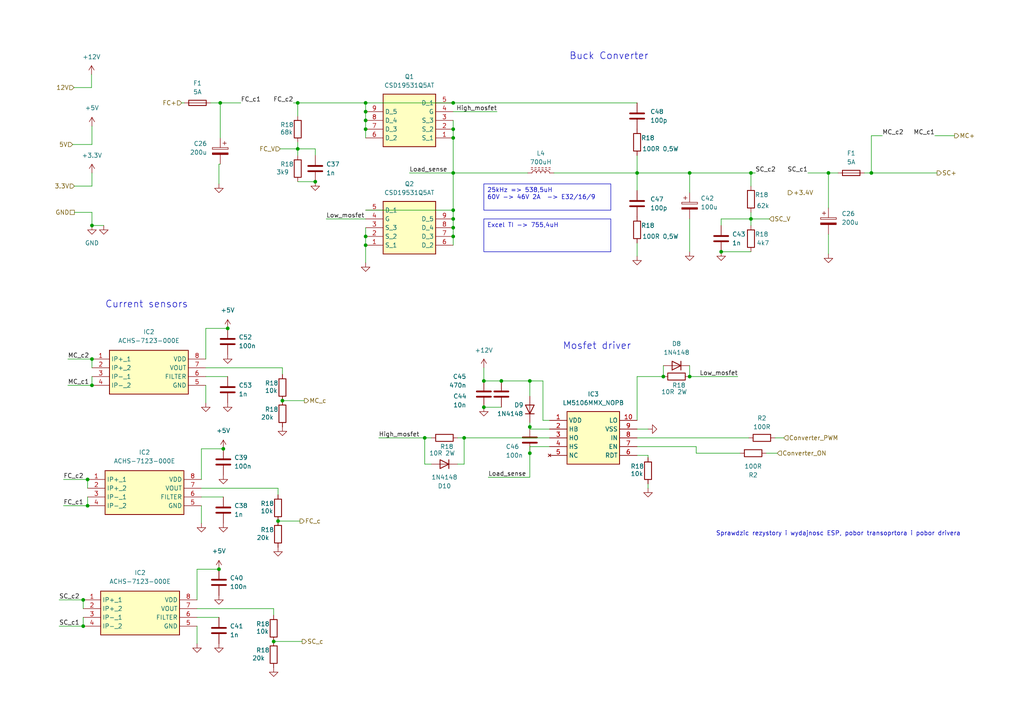
<source format=kicad_sch>
(kicad_sch (version 20230121) (generator eeschema)

  (uuid 9df92369-2505-4e62-b8bf-4ed31fcfe034)

  (paper "A4")

  (title_block
    (title "Fuel Cell Control Unit  (FCCU)")
    (date "2024-01-24")
    (company "Hydrogreen Pollub")
  )

  (lib_symbols
    (symbol "Device:C" (pin_numbers hide) (pin_names (offset 0.254)) (in_bom yes) (on_board yes)
      (property "Reference" "C" (at 0.635 2.54 0)
        (effects (font (size 1.27 1.27)) (justify left))
      )
      (property "Value" "C" (at 0.635 -2.54 0)
        (effects (font (size 1.27 1.27)) (justify left))
      )
      (property "Footprint" "" (at 0.9652 -3.81 0)
        (effects (font (size 1.27 1.27)) hide)
      )
      (property "Datasheet" "~" (at 0 0 0)
        (effects (font (size 1.27 1.27)) hide)
      )
      (property "ki_keywords" "cap capacitor" (at 0 0 0)
        (effects (font (size 1.27 1.27)) hide)
      )
      (property "ki_description" "Unpolarized capacitor" (at 0 0 0)
        (effects (font (size 1.27 1.27)) hide)
      )
      (property "ki_fp_filters" "C_*" (at 0 0 0)
        (effects (font (size 1.27 1.27)) hide)
      )
      (symbol "C_0_1"
        (polyline
          (pts
            (xy -2.032 -0.762)
            (xy 2.032 -0.762)
          )
          (stroke (width 0.508) (type default))
          (fill (type none))
        )
        (polyline
          (pts
            (xy -2.032 0.762)
            (xy 2.032 0.762)
          )
          (stroke (width 0.508) (type default))
          (fill (type none))
        )
      )
      (symbol "C_1_1"
        (pin passive line (at 0 3.81 270) (length 2.794)
          (name "~" (effects (font (size 1.27 1.27))))
          (number "1" (effects (font (size 1.27 1.27))))
        )
        (pin passive line (at 0 -3.81 90) (length 2.794)
          (name "~" (effects (font (size 1.27 1.27))))
          (number "2" (effects (font (size 1.27 1.27))))
        )
      )
    )
    (symbol "Device:C_Polarized" (pin_numbers hide) (pin_names (offset 0.254)) (in_bom yes) (on_board yes)
      (property "Reference" "C" (at 0.635 2.54 0)
        (effects (font (size 1.27 1.27)) (justify left))
      )
      (property "Value" "C_Polarized" (at 0.635 -2.54 0)
        (effects (font (size 1.27 1.27)) (justify left))
      )
      (property "Footprint" "" (at 0.9652 -3.81 0)
        (effects (font (size 1.27 1.27)) hide)
      )
      (property "Datasheet" "~" (at 0 0 0)
        (effects (font (size 1.27 1.27)) hide)
      )
      (property "ki_keywords" "cap capacitor" (at 0 0 0)
        (effects (font (size 1.27 1.27)) hide)
      )
      (property "ki_description" "Polarized capacitor" (at 0 0 0)
        (effects (font (size 1.27 1.27)) hide)
      )
      (property "ki_fp_filters" "CP_*" (at 0 0 0)
        (effects (font (size 1.27 1.27)) hide)
      )
      (symbol "C_Polarized_0_1"
        (rectangle (start -2.286 0.508) (end 2.286 1.016)
          (stroke (width 0) (type default))
          (fill (type none))
        )
        (polyline
          (pts
            (xy -1.778 2.286)
            (xy -0.762 2.286)
          )
          (stroke (width 0) (type default))
          (fill (type none))
        )
        (polyline
          (pts
            (xy -1.27 2.794)
            (xy -1.27 1.778)
          )
          (stroke (width 0) (type default))
          (fill (type none))
        )
        (rectangle (start 2.286 -0.508) (end -2.286 -1.016)
          (stroke (width 0) (type default))
          (fill (type outline))
        )
      )
      (symbol "C_Polarized_1_1"
        (pin passive line (at 0 3.81 270) (length 2.794)
          (name "~" (effects (font (size 1.27 1.27))))
          (number "1" (effects (font (size 1.27 1.27))))
        )
        (pin passive line (at 0 -3.81 90) (length 2.794)
          (name "~" (effects (font (size 1.27 1.27))))
          (number "2" (effects (font (size 1.27 1.27))))
        )
      )
    )
    (symbol "Device:Fuse" (pin_numbers hide) (pin_names (offset 0)) (in_bom yes) (on_board yes)
      (property "Reference" "F" (at 2.032 0 90)
        (effects (font (size 1.27 1.27)))
      )
      (property "Value" "Fuse" (at -1.905 0 90)
        (effects (font (size 1.27 1.27)))
      )
      (property "Footprint" "" (at -1.778 0 90)
        (effects (font (size 1.27 1.27)) hide)
      )
      (property "Datasheet" "~" (at 0 0 0)
        (effects (font (size 1.27 1.27)) hide)
      )
      (property "ki_keywords" "fuse" (at 0 0 0)
        (effects (font (size 1.27 1.27)) hide)
      )
      (property "ki_description" "Fuse" (at 0 0 0)
        (effects (font (size 1.27 1.27)) hide)
      )
      (property "ki_fp_filters" "*Fuse*" (at 0 0 0)
        (effects (font (size 1.27 1.27)) hide)
      )
      (symbol "Fuse_0_1"
        (rectangle (start -0.762 -2.54) (end 0.762 2.54)
          (stroke (width 0.254) (type default))
          (fill (type none))
        )
        (polyline
          (pts
            (xy 0 2.54)
            (xy 0 -2.54)
          )
          (stroke (width 0) (type default))
          (fill (type none))
        )
      )
      (symbol "Fuse_1_1"
        (pin passive line (at 0 3.81 270) (length 1.27)
          (name "~" (effects (font (size 1.27 1.27))))
          (number "1" (effects (font (size 1.27 1.27))))
        )
        (pin passive line (at 0 -3.81 90) (length 1.27)
          (name "~" (effects (font (size 1.27 1.27))))
          (number "2" (effects (font (size 1.27 1.27))))
        )
      )
    )
    (symbol "Device:L_Ferrite" (pin_numbers hide) (pin_names (offset 1.016) hide) (in_bom yes) (on_board yes)
      (property "Reference" "L" (at -1.27 0 90)
        (effects (font (size 1.27 1.27)))
      )
      (property "Value" "L_Ferrite" (at 2.794 0 90)
        (effects (font (size 1.27 1.27)))
      )
      (property "Footprint" "" (at 0 0 0)
        (effects (font (size 1.27 1.27)) hide)
      )
      (property "Datasheet" "~" (at 0 0 0)
        (effects (font (size 1.27 1.27)) hide)
      )
      (property "ki_keywords" "inductor choke coil reactor magnetic" (at 0 0 0)
        (effects (font (size 1.27 1.27)) hide)
      )
      (property "ki_description" "Inductor with ferrite core" (at 0 0 0)
        (effects (font (size 1.27 1.27)) hide)
      )
      (property "ki_fp_filters" "Choke_* *Coil* Inductor_* L_*" (at 0 0 0)
        (effects (font (size 1.27 1.27)) hide)
      )
      (symbol "L_Ferrite_0_1"
        (arc (start 0 -2.54) (mid 0.6323 -1.905) (end 0 -1.27)
          (stroke (width 0) (type default))
          (fill (type none))
        )
        (arc (start 0 -1.27) (mid 0.6323 -0.635) (end 0 0)
          (stroke (width 0) (type default))
          (fill (type none))
        )
        (polyline
          (pts
            (xy 1.016 -2.794)
            (xy 1.016 -2.286)
          )
          (stroke (width 0) (type default))
          (fill (type none))
        )
        (polyline
          (pts
            (xy 1.016 -1.778)
            (xy 1.016 -1.27)
          )
          (stroke (width 0) (type default))
          (fill (type none))
        )
        (polyline
          (pts
            (xy 1.016 -0.762)
            (xy 1.016 -0.254)
          )
          (stroke (width 0) (type default))
          (fill (type none))
        )
        (polyline
          (pts
            (xy 1.016 0.254)
            (xy 1.016 0.762)
          )
          (stroke (width 0) (type default))
          (fill (type none))
        )
        (polyline
          (pts
            (xy 1.016 1.27)
            (xy 1.016 1.778)
          )
          (stroke (width 0) (type default))
          (fill (type none))
        )
        (polyline
          (pts
            (xy 1.016 2.286)
            (xy 1.016 2.794)
          )
          (stroke (width 0) (type default))
          (fill (type none))
        )
        (polyline
          (pts
            (xy 1.524 -2.286)
            (xy 1.524 -2.794)
          )
          (stroke (width 0) (type default))
          (fill (type none))
        )
        (polyline
          (pts
            (xy 1.524 -1.27)
            (xy 1.524 -1.778)
          )
          (stroke (width 0) (type default))
          (fill (type none))
        )
        (polyline
          (pts
            (xy 1.524 -0.254)
            (xy 1.524 -0.762)
          )
          (stroke (width 0) (type default))
          (fill (type none))
        )
        (polyline
          (pts
            (xy 1.524 0.762)
            (xy 1.524 0.254)
          )
          (stroke (width 0) (type default))
          (fill (type none))
        )
        (polyline
          (pts
            (xy 1.524 1.778)
            (xy 1.524 1.27)
          )
          (stroke (width 0) (type default))
          (fill (type none))
        )
        (polyline
          (pts
            (xy 1.524 2.794)
            (xy 1.524 2.286)
          )
          (stroke (width 0) (type default))
          (fill (type none))
        )
        (arc (start 0 0) (mid 0.6323 0.635) (end 0 1.27)
          (stroke (width 0) (type default))
          (fill (type none))
        )
        (arc (start 0 1.27) (mid 0.6323 1.905) (end 0 2.54)
          (stroke (width 0) (type default))
          (fill (type none))
        )
      )
      (symbol "L_Ferrite_1_1"
        (pin passive line (at 0 3.81 270) (length 1.27)
          (name "1" (effects (font (size 1.27 1.27))))
          (number "1" (effects (font (size 1.27 1.27))))
        )
        (pin passive line (at 0 -3.81 90) (length 1.27)
          (name "2" (effects (font (size 1.27 1.27))))
          (number "2" (effects (font (size 1.27 1.27))))
        )
      )
    )
    (symbol "Device:R" (pin_numbers hide) (pin_names (offset 0)) (in_bom yes) (on_board yes)
      (property "Reference" "R" (at 2.032 0 90)
        (effects (font (size 1.27 1.27)))
      )
      (property "Value" "R" (at 0 0 90)
        (effects (font (size 1.27 1.27)))
      )
      (property "Footprint" "" (at -1.778 0 90)
        (effects (font (size 1.27 1.27)) hide)
      )
      (property "Datasheet" "~" (at 0 0 0)
        (effects (font (size 1.27 1.27)) hide)
      )
      (property "ki_keywords" "R res resistor" (at 0 0 0)
        (effects (font (size 1.27 1.27)) hide)
      )
      (property "ki_description" "Resistor" (at 0 0 0)
        (effects (font (size 1.27 1.27)) hide)
      )
      (property "ki_fp_filters" "R_*" (at 0 0 0)
        (effects (font (size 1.27 1.27)) hide)
      )
      (symbol "R_0_1"
        (rectangle (start -1.016 -2.54) (end 1.016 2.54)
          (stroke (width 0.254) (type default))
          (fill (type none))
        )
      )
      (symbol "R_1_1"
        (pin passive line (at 0 3.81 270) (length 1.27)
          (name "~" (effects (font (size 1.27 1.27))))
          (number "1" (effects (font (size 1.27 1.27))))
        )
        (pin passive line (at 0 -3.81 90) (length 1.27)
          (name "~" (effects (font (size 1.27 1.27))))
          (number "2" (effects (font (size 1.27 1.27))))
        )
      )
    )
    (symbol "Diode:1N4148" (pin_numbers hide) (pin_names hide) (in_bom yes) (on_board yes)
      (property "Reference" "D" (at 0 2.54 0)
        (effects (font (size 1.27 1.27)))
      )
      (property "Value" "1N4148" (at 0 -2.54 0)
        (effects (font (size 1.27 1.27)))
      )
      (property "Footprint" "Diode_THT:D_DO-35_SOD27_P7.62mm_Horizontal" (at 0 0 0)
        (effects (font (size 1.27 1.27)) hide)
      )
      (property "Datasheet" "https://assets.nexperia.com/documents/data-sheet/1N4148_1N4448.pdf" (at 0 0 0)
        (effects (font (size 1.27 1.27)) hide)
      )
      (property "Sim.Device" "D" (at 0 0 0)
        (effects (font (size 1.27 1.27)) hide)
      )
      (property "Sim.Pins" "1=K 2=A" (at 0 0 0)
        (effects (font (size 1.27 1.27)) hide)
      )
      (property "ki_keywords" "diode" (at 0 0 0)
        (effects (font (size 1.27 1.27)) hide)
      )
      (property "ki_description" "100V 0.15A standard switching diode, DO-35" (at 0 0 0)
        (effects (font (size 1.27 1.27)) hide)
      )
      (property "ki_fp_filters" "D*DO?35*" (at 0 0 0)
        (effects (font (size 1.27 1.27)) hide)
      )
      (symbol "1N4148_0_1"
        (polyline
          (pts
            (xy -1.27 1.27)
            (xy -1.27 -1.27)
          )
          (stroke (width 0.254) (type default))
          (fill (type none))
        )
        (polyline
          (pts
            (xy 1.27 0)
            (xy -1.27 0)
          )
          (stroke (width 0) (type default))
          (fill (type none))
        )
        (polyline
          (pts
            (xy 1.27 1.27)
            (xy 1.27 -1.27)
            (xy -1.27 0)
            (xy 1.27 1.27)
          )
          (stroke (width 0.254) (type default))
          (fill (type none))
        )
      )
      (symbol "1N4148_1_1"
        (pin passive line (at -3.81 0 0) (length 2.54)
          (name "K" (effects (font (size 1.27 1.27))))
          (number "1" (effects (font (size 1.27 1.27))))
        )
        (pin passive line (at 3.81 0 180) (length 2.54)
          (name "A" (effects (font (size 1.27 1.27))))
          (number "2" (effects (font (size 1.27 1.27))))
        )
      )
    )
    (symbol "achs Current Hall Sensor:ACHS-7123-000E" (in_bom yes) (on_board yes)
      (property "Reference" "IC" (at 29.21 7.62 0)
        (effects (font (size 1.27 1.27)) (justify left top))
      )
      (property "Value" "ACHS-7123-000E" (at 29.21 5.08 0)
        (effects (font (size 1.27 1.27)) (justify left top))
      )
      (property "Footprint" "SOIC127P606X204-8N" (at 29.21 -94.92 0)
        (effects (font (size 1.27 1.27)) (justify left top) hide)
      )
      (property "Datasheet" "https://datasheet.datasheetarchive.com/originals/distributors/Datasheets_SAMA/85fe2f5daf3917ca61a2261dca329268.pdf" (at 29.21 -194.92 0)
        (effects (font (size 1.27 1.27)) (justify left top) hide)
      )
      (property "Height" "2.035" (at 29.21 -394.92 0)
        (effects (font (size 1.27 1.27)) (justify left top) hide)
      )
      (property "Mouser Part Number" "630-ACHS-7123-000E" (at 29.21 -494.92 0)
        (effects (font (size 1.27 1.27)) (justify left top) hide)
      )
      (property "Mouser Price/Stock" "https://www.mouser.co.uk/ProductDetail/Broadcom-Avago/ACHS-7123-000E?qs=w%2Fv1CP2dgqqiNyZEYkpD6A%3D%3D" (at 29.21 -594.92 0)
        (effects (font (size 1.27 1.27)) (justify left top) hide)
      )
      (property "Manufacturer_Name" "Avago Technologies" (at 29.21 -694.92 0)
        (effects (font (size 1.27 1.27)) (justify left top) hide)
      )
      (property "Manufacturer_Part_Number" "ACHS-7123-000E" (at 29.21 -794.92 0)
        (effects (font (size 1.27 1.27)) (justify left top) hide)
      )
      (property "ki_description" "Board Mount Current Sensors Hall Effect IC LF 30A 66 mV/A" (at 0 0 0)
        (effects (font (size 1.27 1.27)) hide)
      )
      (symbol "ACHS-7123-000E_1_1"
        (rectangle (start 5.08 2.54) (end 27.94 -10.16)
          (stroke (width 0.254) (type default))
          (fill (type background))
        )
        (pin passive line (at 0 0 0) (length 5.08)
          (name "IP+_1" (effects (font (size 1.27 1.27))))
          (number "1" (effects (font (size 1.27 1.27))))
        )
        (pin passive line (at 0 -2.54 0) (length 5.08)
          (name "IP+_2" (effects (font (size 1.27 1.27))))
          (number "2" (effects (font (size 1.27 1.27))))
        )
        (pin passive line (at 0 -5.08 0) (length 5.08)
          (name "IP-_1" (effects (font (size 1.27 1.27))))
          (number "3" (effects (font (size 1.27 1.27))))
        )
        (pin passive line (at 0 -7.62 0) (length 5.08)
          (name "IP-_2" (effects (font (size 1.27 1.27))))
          (number "4" (effects (font (size 1.27 1.27))))
        )
        (pin passive line (at 33.02 -7.62 180) (length 5.08)
          (name "GND" (effects (font (size 1.27 1.27))))
          (number "5" (effects (font (size 1.27 1.27))))
        )
        (pin passive line (at 33.02 -5.08 180) (length 5.08)
          (name "FILTER" (effects (font (size 1.27 1.27))))
          (number "6" (effects (font (size 1.27 1.27))))
        )
        (pin passive line (at 33.02 -2.54 180) (length 5.08)
          (name "VOUT" (effects (font (size 1.27 1.27))))
          (number "7" (effects (font (size 1.27 1.27))))
        )
        (pin passive line (at 33.02 0 180) (length 5.08)
          (name "VDD" (effects (font (size 1.27 1.27))))
          (number "8" (effects (font (size 1.27 1.27))))
        )
      )
    )
    (symbol "csd19531 q5at mosfet 100v:CSD19531Q5AT" (in_bom yes) (on_board yes)
      (property "Reference" "Q" (at 21.59 7.62 0)
        (effects (font (size 1.27 1.27)) (justify left top))
      )
      (property "Value" "CSD19531Q5AT" (at 21.59 5.08 0)
        (effects (font (size 1.27 1.27)) (justify left top))
      )
      (property "Footprint" "CSD19531Q5AT" (at 21.59 -94.92 0)
        (effects (font (size 1.27 1.27)) (justify left top) hide)
      )
      (property "Datasheet" "http://www.ti.com/general/docs/lit/getliterature.tsp?genericPartNumber=CSD19531Q5A&&fileType=pdf" (at 21.59 -194.92 0)
        (effects (font (size 1.27 1.27)) (justify left top) hide)
      )
      (property "Height" "1" (at 21.59 -394.92 0)
        (effects (font (size 1.27 1.27)) (justify left top) hide)
      )
      (property "Mouser Part Number" "595-CSD19531Q5AT" (at 21.59 -494.92 0)
        (effects (font (size 1.27 1.27)) (justify left top) hide)
      )
      (property "Mouser Price/Stock" "https://www.mouser.co.uk/ProductDetail/Texas-Instruments/CSD19531Q5AT?qs=hNud%2FORuBR3qbguRykIRFQ%3D%3D" (at 21.59 -594.92 0)
        (effects (font (size 1.27 1.27)) (justify left top) hide)
      )
      (property "Manufacturer_Name" "Texas Instruments" (at 21.59 -694.92 0)
        (effects (font (size 1.27 1.27)) (justify left top) hide)
      )
      (property "Manufacturer_Part_Number" "CSD19531Q5AT" (at 21.59 -794.92 0)
        (effects (font (size 1.27 1.27)) (justify left top) hide)
      )
      (property "ki_description" "Texas Instruments CSD19531Q5AT N-channel MOSFET Transistor, 110 A, 100 V, 8-Pin VSON" (at 0 0 0)
        (effects (font (size 1.27 1.27)) hide)
      )
      (symbol "CSD19531Q5AT_1_1"
        (rectangle (start 5.08 2.54) (end 20.32 -12.7)
          (stroke (width 0.254) (type default))
          (fill (type background))
        )
        (pin passive line (at 0 0 0) (length 5.08)
          (name "S_1" (effects (font (size 1.27 1.27))))
          (number "1" (effects (font (size 1.27 1.27))))
        )
        (pin passive line (at 0 -2.54 0) (length 5.08)
          (name "S_2" (effects (font (size 1.27 1.27))))
          (number "2" (effects (font (size 1.27 1.27))))
        )
        (pin passive line (at 0 -5.08 0) (length 5.08)
          (name "S_3" (effects (font (size 1.27 1.27))))
          (number "3" (effects (font (size 1.27 1.27))))
        )
        (pin passive line (at 0 -7.62 0) (length 5.08)
          (name "G" (effects (font (size 1.27 1.27))))
          (number "4" (effects (font (size 1.27 1.27))))
        )
        (pin passive line (at 0 -10.16 0) (length 5.08)
          (name "D_1" (effects (font (size 1.27 1.27))))
          (number "5" (effects (font (size 1.27 1.27))))
        )
        (pin passive line (at 25.4 0 180) (length 5.08)
          (name "D_2" (effects (font (size 1.27 1.27))))
          (number "6" (effects (font (size 1.27 1.27))))
        )
        (pin passive line (at 25.4 -2.54 180) (length 5.08)
          (name "D_3" (effects (font (size 1.27 1.27))))
          (number "7" (effects (font (size 1.27 1.27))))
        )
        (pin passive line (at 25.4 -5.08 180) (length 5.08)
          (name "D_4" (effects (font (size 1.27 1.27))))
          (number "8" (effects (font (size 1.27 1.27))))
        )
        (pin passive line (at 25.4 -7.62 180) (length 5.08)
          (name "D_5" (effects (font (size 1.27 1.27))))
          (number "9" (effects (font (size 1.27 1.27))))
        )
      )
    )
    (symbol "lm5106 mmx:LM5106MMX_NOPB" (in_bom yes) (on_board yes)
      (property "Reference" "IC" (at 21.59 7.62 0)
        (effects (font (size 1.27 1.27)) (justify left top))
      )
      (property "Value" "LM5106MMX_NOPB" (at 21.59 5.08 0)
        (effects (font (size 1.27 1.27)) (justify left top))
      )
      (property "Footprint" "SOP50P490X110-10N" (at 21.59 -94.92 0)
        (effects (font (size 1.27 1.27)) (justify left top) hide)
      )
      (property "Datasheet" "http://www.ti.com/lit/gpn/LM5106" (at 21.59 -194.92 0)
        (effects (font (size 1.27 1.27)) (justify left top) hide)
      )
      (property "Height" "1.1" (at 21.59 -394.92 0)
        (effects (font (size 1.27 1.27)) (justify left top) hide)
      )
      (property "Mouser Part Number" "926-LM5106MMX/NOPB" (at 21.59 -494.92 0)
        (effects (font (size 1.27 1.27)) (justify left top) hide)
      )
      (property "Mouser Price/Stock" "https://www.mouser.co.uk/ProductDetail/Texas-Instruments/LM5106MMX-NOPB?qs=QbsRYf82W3H5%252BCCr20AwEg%3D%3D" (at 21.59 -594.92 0)
        (effects (font (size 1.27 1.27)) (justify left top) hide)
      )
      (property "Manufacturer_Name" "Texas Instruments" (at 21.59 -694.92 0)
        (effects (font (size 1.27 1.27)) (justify left top) hide)
      )
      (property "Manufacturer_Part_Number" "LM5106MMX/NOPB" (at 21.59 -794.92 0)
        (effects (font (size 1.27 1.27)) (justify left top) hide)
      )
      (property "ki_description" "100V Half Bridge Gate Driver with Programmable Dead-Time" (at 0 0 0)
        (effects (font (size 1.27 1.27)) hide)
      )
      (symbol "LM5106MMX_NOPB_1_1"
        (rectangle (start 5.08 2.54) (end 20.32 -12.7)
          (stroke (width 0.254) (type default))
          (fill (type background))
        )
        (pin passive line (at 0 0 0) (length 5.08)
          (name "VDD" (effects (font (size 1.27 1.27))))
          (number "1" (effects (font (size 1.27 1.27))))
        )
        (pin passive line (at 25.4 0 180) (length 5.08)
          (name "LO" (effects (font (size 1.27 1.27))))
          (number "10" (effects (font (size 1.27 1.27))))
        )
        (pin passive line (at 0 -2.54 0) (length 5.08)
          (name "HB" (effects (font (size 1.27 1.27))))
          (number "2" (effects (font (size 1.27 1.27))))
        )
        (pin passive line (at 0 -5.08 0) (length 5.08)
          (name "HO" (effects (font (size 1.27 1.27))))
          (number "3" (effects (font (size 1.27 1.27))))
        )
        (pin passive line (at 0 -7.62 0) (length 5.08)
          (name "HS" (effects (font (size 1.27 1.27))))
          (number "4" (effects (font (size 1.27 1.27))))
        )
        (pin no_connect line (at 0 -10.16 0) (length 5.08)
          (name "NC" (effects (font (size 1.27 1.27))))
          (number "5" (effects (font (size 1.27 1.27))))
        )
        (pin passive line (at 25.4 -10.16 180) (length 5.08)
          (name "RDT" (effects (font (size 1.27 1.27))))
          (number "6" (effects (font (size 1.27 1.27))))
        )
        (pin passive line (at 25.4 -7.62 180) (length 5.08)
          (name "EN" (effects (font (size 1.27 1.27))))
          (number "7" (effects (font (size 1.27 1.27))))
        )
        (pin passive line (at 25.4 -5.08 180) (length 5.08)
          (name "IN" (effects (font (size 1.27 1.27))))
          (number "8" (effects (font (size 1.27 1.27))))
        )
        (pin passive line (at 25.4 -2.54 180) (length 5.08)
          (name "VSS" (effects (font (size 1.27 1.27))))
          (number "9" (effects (font (size 1.27 1.27))))
        )
      )
    )
    (symbol "power:+12V" (power) (pin_names (offset 0)) (in_bom yes) (on_board yes)
      (property "Reference" "#PWR" (at 0 -3.81 0)
        (effects (font (size 1.27 1.27)) hide)
      )
      (property "Value" "+12V" (at 0 3.556 0)
        (effects (font (size 1.27 1.27)))
      )
      (property "Footprint" "" (at 0 0 0)
        (effects (font (size 1.27 1.27)) hide)
      )
      (property "Datasheet" "" (at 0 0 0)
        (effects (font (size 1.27 1.27)) hide)
      )
      (property "ki_keywords" "global power" (at 0 0 0)
        (effects (font (size 1.27 1.27)) hide)
      )
      (property "ki_description" "Power symbol creates a global label with name \"+12V\"" (at 0 0 0)
        (effects (font (size 1.27 1.27)) hide)
      )
      (symbol "+12V_0_1"
        (polyline
          (pts
            (xy -0.762 1.27)
            (xy 0 2.54)
          )
          (stroke (width 0) (type default))
          (fill (type none))
        )
        (polyline
          (pts
            (xy 0 0)
            (xy 0 2.54)
          )
          (stroke (width 0) (type default))
          (fill (type none))
        )
        (polyline
          (pts
            (xy 0 2.54)
            (xy 0.762 1.27)
          )
          (stroke (width 0) (type default))
          (fill (type none))
        )
      )
      (symbol "+12V_1_1"
        (pin power_in line (at 0 0 90) (length 0) hide
          (name "+12V" (effects (font (size 1.27 1.27))))
          (number "1" (effects (font (size 1.27 1.27))))
        )
      )
    )
    (symbol "power:+3.3V" (power) (pin_names (offset 0)) (in_bom yes) (on_board yes)
      (property "Reference" "#PWR" (at 0 -3.81 0)
        (effects (font (size 1.27 1.27)) hide)
      )
      (property "Value" "+3.3V" (at 0 3.556 0)
        (effects (font (size 1.27 1.27)))
      )
      (property "Footprint" "" (at 0 0 0)
        (effects (font (size 1.27 1.27)) hide)
      )
      (property "Datasheet" "" (at 0 0 0)
        (effects (font (size 1.27 1.27)) hide)
      )
      (property "ki_keywords" "global power" (at 0 0 0)
        (effects (font (size 1.27 1.27)) hide)
      )
      (property "ki_description" "Power symbol creates a global label with name \"+3.3V\"" (at 0 0 0)
        (effects (font (size 1.27 1.27)) hide)
      )
      (symbol "+3.3V_0_1"
        (polyline
          (pts
            (xy -0.762 1.27)
            (xy 0 2.54)
          )
          (stroke (width 0) (type default))
          (fill (type none))
        )
        (polyline
          (pts
            (xy 0 0)
            (xy 0 2.54)
          )
          (stroke (width 0) (type default))
          (fill (type none))
        )
        (polyline
          (pts
            (xy 0 2.54)
            (xy 0.762 1.27)
          )
          (stroke (width 0) (type default))
          (fill (type none))
        )
      )
      (symbol "+3.3V_1_1"
        (pin power_in line (at 0 0 90) (length 0) hide
          (name "+3.3V" (effects (font (size 1.27 1.27))))
          (number "1" (effects (font (size 1.27 1.27))))
        )
      )
    )
    (symbol "power:+5V" (power) (pin_names (offset 0)) (in_bom yes) (on_board yes)
      (property "Reference" "#PWR" (at 0 -3.81 0)
        (effects (font (size 1.27 1.27)) hide)
      )
      (property "Value" "+5V" (at 0 3.556 0)
        (effects (font (size 1.27 1.27)))
      )
      (property "Footprint" "" (at 0 0 0)
        (effects (font (size 1.27 1.27)) hide)
      )
      (property "Datasheet" "" (at 0 0 0)
        (effects (font (size 1.27 1.27)) hide)
      )
      (property "ki_keywords" "global power" (at 0 0 0)
        (effects (font (size 1.27 1.27)) hide)
      )
      (property "ki_description" "Power symbol creates a global label with name \"+5V\"" (at 0 0 0)
        (effects (font (size 1.27 1.27)) hide)
      )
      (symbol "+5V_0_1"
        (polyline
          (pts
            (xy -0.762 1.27)
            (xy 0 2.54)
          )
          (stroke (width 0) (type default))
          (fill (type none))
        )
        (polyline
          (pts
            (xy 0 0)
            (xy 0 2.54)
          )
          (stroke (width 0) (type default))
          (fill (type none))
        )
        (polyline
          (pts
            (xy 0 2.54)
            (xy 0.762 1.27)
          )
          (stroke (width 0) (type default))
          (fill (type none))
        )
      )
      (symbol "+5V_1_1"
        (pin power_in line (at 0 0 90) (length 0) hide
          (name "+5V" (effects (font (size 1.27 1.27))))
          (number "1" (effects (font (size 1.27 1.27))))
        )
      )
    )
    (symbol "power:GND" (power) (pin_names (offset 0)) (in_bom yes) (on_board yes)
      (property "Reference" "#PWR" (at 0 -6.35 0)
        (effects (font (size 1.27 1.27)) hide)
      )
      (property "Value" "GND" (at 0 -3.81 0)
        (effects (font (size 1.27 1.27)))
      )
      (property "Footprint" "" (at 0 0 0)
        (effects (font (size 1.27 1.27)) hide)
      )
      (property "Datasheet" "" (at 0 0 0)
        (effects (font (size 1.27 1.27)) hide)
      )
      (property "ki_keywords" "global power" (at 0 0 0)
        (effects (font (size 1.27 1.27)) hide)
      )
      (property "ki_description" "Power symbol creates a global label with name \"GND\" , ground" (at 0 0 0)
        (effects (font (size 1.27 1.27)) hide)
      )
      (symbol "GND_0_1"
        (polyline
          (pts
            (xy 0 0)
            (xy 0 -1.27)
            (xy 1.27 -1.27)
            (xy 0 -2.54)
            (xy -1.27 -1.27)
            (xy 0 -1.27)
          )
          (stroke (width 0) (type default))
          (fill (type none))
        )
      )
      (symbol "GND_1_1"
        (pin power_in line (at 0 0 270) (length 0) hide
          (name "GND" (effects (font (size 1.27 1.27))))
          (number "1" (effects (font (size 1.27 1.27))))
        )
      )
    )
  )

  (junction (at 91.44 52.705) (diameter 0) (color 0 0 0 0)
    (uuid 0d3707d1-48c0-408a-b826-dce7dfb36f44)
  )
  (junction (at 26.67 104.14) (diameter 0) (color 0 0 0 0)
    (uuid 1dfb2ce6-42c5-4b8e-b58d-218a88714e0e)
  )
  (junction (at 24.13 181.61) (diameter 0) (color 0 0 0 0)
    (uuid 21496c77-741d-4041-af48-bfd55f3c7290)
  )
  (junction (at 106.045 34.925) (diameter 0) (color 0 0 0 0)
    (uuid 24305d64-544d-4cf4-a812-75231b80f512)
  )
  (junction (at 79.375 186.055) (diameter 0) (color 0 0 0 0)
    (uuid 25f81654-9a1e-424e-9c01-c0d5a2ffe045)
  )
  (junction (at 153.67 131.445) (diameter 0) (color 0 0 0 0)
    (uuid 267af2c1-a8d7-4540-9f14-1a0dd7618f1d)
  )
  (junction (at 217.805 50.165) (diameter 0) (color 0 0 0 0)
    (uuid 28ffbaf5-f0fc-4050-b340-99aeba7c4872)
  )
  (junction (at 131.445 29.845) (diameter 0) (color 0 0 0 0)
    (uuid 2ec12437-9426-450f-95b2-05feca03e6fb)
  )
  (junction (at 217.805 63.5) (diameter 0) (color 0 0 0 0)
    (uuid 337e3fc6-f049-43ad-a2f2-32c9f75f4119)
  )
  (junction (at 131.445 37.465) (diameter 0) (color 0 0 0 0)
    (uuid 383951cd-8af9-4051-bc02-970bdb3b9fa2)
  )
  (junction (at 25.4 139.065) (diameter 0) (color 0 0 0 0)
    (uuid 3d78ce17-4cd6-4317-92d5-bded62d47975)
  )
  (junction (at 63.5 165.1) (diameter 0) (color 0 0 0 0)
    (uuid 431656c7-858f-45e2-8902-f8c147dc68e7)
  )
  (junction (at 153.67 123.825) (diameter 0) (color 0 0 0 0)
    (uuid 493295a9-3ade-43d4-b2c4-73b641cbbe5c)
  )
  (junction (at 184.785 50.165) (diameter 0) (color 0 0 0 0)
    (uuid 4b58b32f-e624-44eb-af1f-3561550d4716)
  )
  (junction (at 106.045 37.465) (diameter 0) (color 0 0 0 0)
    (uuid 54910f2f-dad0-4a70-a5df-4ea5a1e1f745)
  )
  (junction (at 81.915 116.205) (diameter 0) (color 0 0 0 0)
    (uuid 62cb83e0-1a0d-4280-8af3-df5d3d4eb0eb)
  )
  (junction (at 106.045 32.385) (diameter 0) (color 0 0 0 0)
    (uuid 64673398-5b75-4108-919f-d57087b7bd4f)
  )
  (junction (at 106.045 68.58) (diameter 0) (color 0 0 0 0)
    (uuid 6b756193-408a-43f1-a4b2-e3a15175ec17)
  )
  (junction (at 80.645 151.13) (diameter 0) (color 0 0 0 0)
    (uuid 6befcab9-0945-4c98-9e54-caa006fff751)
  )
  (junction (at 64.77 130.175) (diameter 0) (color 0 0 0 0)
    (uuid 6c12d2a7-3cd2-4ecf-91a0-40e291b4b387)
  )
  (junction (at 200.025 109.22) (diameter 0) (color 0 0 0 0)
    (uuid 72ba2b9a-f8a0-451d-a0bf-288415b8ae57)
  )
  (junction (at 145.415 110.49) (diameter 0) (color 0 0 0 0)
    (uuid 76503e9e-54a0-4b00-b7f0-5c6b1f8ac5f3)
  )
  (junction (at 131.445 68.58) (diameter 0) (color 0 0 0 0)
    (uuid 7bb05868-e0d1-475d-a075-c556667b5f6a)
  )
  (junction (at 86.36 43.18) (diameter 0) (color 0 0 0 0)
    (uuid 8111b43f-6a18-430e-8802-cba1cd82a910)
  )
  (junction (at 131.445 66.04) (diameter 0) (color 0 0 0 0)
    (uuid 8705ac1a-a01f-4abe-bc09-94108348adae)
  )
  (junction (at 123.19 127) (diameter 0) (color 0 0 0 0)
    (uuid 898bf45c-bfac-430c-81d2-a0b81f29e327)
  )
  (junction (at 209.169 73.025) (diameter 0) (color 0 0 0 0)
    (uuid 8e64b140-e495-4f6c-82ac-69b69dafe607)
  )
  (junction (at 153.67 110.49) (diameter 0) (color 0 0 0 0)
    (uuid 932ff781-9015-4159-8b25-48bf563b6273)
  )
  (junction (at 66.04 95.25) (diameter 0) (color 0 0 0 0)
    (uuid 99af1eac-fa05-41b7-85a9-6353ea37d7b9)
  )
  (junction (at 240.284 50.165) (diameter 0) (color 0 0 0 0)
    (uuid a36467d4-08f3-4cd4-8f44-5ff13c7ff6eb)
  )
  (junction (at 86.36 29.845) (diameter 0) (color 0 0 0 0)
    (uuid a5f46ea3-a28c-48c0-8e0a-637ecaa995a3)
  )
  (junction (at 134.62 127) (diameter 0) (color 0 0 0 0)
    (uuid ae5775bb-2220-42d6-b524-13dee09f175d)
  )
  (junction (at 140.335 118.11) (diameter 0) (color 0 0 0 0)
    (uuid b340577b-150d-4f85-b4a5-ce879c38faf9)
  )
  (junction (at 63.881 29.845) (diameter 0) (color 0 0 0 0)
    (uuid b77016b7-f716-4c83-820a-315686b10681)
  )
  (junction (at 131.445 63.5) (diameter 0) (color 0 0 0 0)
    (uuid bb68ee60-3024-49ea-8245-2549d45356e4)
  )
  (junction (at 106.045 71.12) (diameter 0) (color 0 0 0 0)
    (uuid bbeab1c1-c797-4d37-a608-508871eeccd0)
  )
  (junction (at 252.73 50.165) (diameter 0) (color 0 0 0 0)
    (uuid c0e49d4d-2cdf-47f2-9fba-ea8b98ddc03a)
  )
  (junction (at 131.445 60.96) (diameter 0) (color 0 0 0 0)
    (uuid c1029ea6-3776-4fe8-ae03-8797abf57f4a)
  )
  (junction (at 106.045 29.845) (diameter 0) (color 0 0 0 0)
    (uuid c79d5a84-7b7a-4aa2-8480-026746c1081d)
  )
  (junction (at 140.335 110.49) (diameter 0) (color 0 0 0 0)
    (uuid cb5bb23a-404a-478a-9914-5e438929301d)
  )
  (junction (at 26.67 111.76) (diameter 0) (color 0 0 0 0)
    (uuid ce8fb2c6-1e2b-40ae-83a8-294e8d6daa15)
  )
  (junction (at 131.445 50.165) (diameter 0) (color 0 0 0 0)
    (uuid cf9d6ba0-309e-4227-8233-aaca379d47b9)
  )
  (junction (at 25.4 146.685) (diameter 0) (color 0 0 0 0)
    (uuid d2fd7569-4d1d-4e12-b000-c2a94d301133)
  )
  (junction (at 192.405 109.22) (diameter 0) (color 0 0 0 0)
    (uuid d6a79aad-e18c-4bf5-971b-876c38032b8d)
  )
  (junction (at 24.13 173.99) (diameter 0) (color 0 0 0 0)
    (uuid db76a714-d3af-4de5-8929-bc6d404eeb9a)
  )
  (junction (at 200.025 50.165) (diameter 0) (color 0 0 0 0)
    (uuid dee79a99-44b9-47ac-b666-0c3807aad76b)
  )
  (junction (at 26.67 65.405) (diameter 0) (color 0 0 0 0)
    (uuid f604a3dd-1629-4847-a2ed-a9b82715cec4)
  )
  (junction (at 131.445 40.005) (diameter 0) (color 0 0 0 0)
    (uuid fb379a23-108c-4cbc-a102-1ad9d0199a15)
  )

  (wire (pts (xy 276.86 39.37) (xy 271.145 39.37))
    (stroke (width 0) (type default))
    (uuid 010c7d5b-f6ba-42cd-82de-d5330b9d022d)
  )
  (wire (pts (xy 91.44 43.18) (xy 86.36 43.18))
    (stroke (width 0) (type default))
    (uuid 012df1cc-fc65-4e71-bf05-39737265b72e)
  )
  (wire (pts (xy 140.335 106.68) (xy 140.335 110.49))
    (stroke (width 0) (type default))
    (uuid 01affc65-2f41-4fa3-8bea-4bfd72c3c87e)
  )
  (wire (pts (xy 106.045 68.58) (xy 106.045 71.12))
    (stroke (width 0) (type default))
    (uuid 0200599a-e50a-4f0d-98d7-ca87bccc2172)
  )
  (wire (pts (xy 63.5 179.07) (xy 57.15 179.07))
    (stroke (width 0) (type default))
    (uuid 0310c871-e076-4304-99e0-b5d541bcfbcb)
  )
  (wire (pts (xy 53.467 29.845) (xy 52.705 29.845))
    (stroke (width 0) (type default))
    (uuid 05d8edc9-ef25-41f2-bb4b-3e5354a2994f)
  )
  (wire (pts (xy 159.385 129.54) (xy 153.67 129.54))
    (stroke (width 0) (type default))
    (uuid 07d62f21-eee5-487b-b1df-28b4564c1b50)
  )
  (wire (pts (xy 153.67 131.445) (xy 153.67 138.43))
    (stroke (width 0) (type default))
    (uuid 091b8395-717a-4ca5-97b9-2d68b1bf34a5)
  )
  (wire (pts (xy 153.67 122.555) (xy 153.67 123.825))
    (stroke (width 0) (type default))
    (uuid 093506e3-8ade-40fa-86e7-940789576862)
  )
  (wire (pts (xy 131.445 29.845) (xy 184.785 29.845))
    (stroke (width 0) (type default))
    (uuid 094c8c0d-685d-4716-b809-c64a1f592844)
  )
  (wire (pts (xy 64.77 130.175) (xy 58.42 130.175))
    (stroke (width 0) (type default))
    (uuid 0be50a6d-fec3-4c76-98f2-005f23ac6fdc)
  )
  (wire (pts (xy 160.655 50.165) (xy 184.785 50.165))
    (stroke (width 0) (type default))
    (uuid 0d7a6b3b-21d5-41b6-8b31-d441871267bc)
  )
  (wire (pts (xy 200.025 50.165) (xy 200.025 55.88))
    (stroke (width 0) (type default))
    (uuid 0f3d75ff-1f02-457a-8071-a14f4c7040d6)
  )
  (wire (pts (xy 106.045 76.2) (xy 106.045 71.12))
    (stroke (width 0) (type default))
    (uuid 14e6e0f9-d829-4133-9db6-bb4f2a7eef95)
  )
  (wire (pts (xy 88.265 116.205) (xy 81.915 116.205))
    (stroke (width 0) (type default))
    (uuid 15705f29-97e5-457f-9041-442279363fad)
  )
  (wire (pts (xy 213.995 109.22) (xy 200.025 109.22))
    (stroke (width 0) (type default))
    (uuid 17c2cc9e-62fe-4aa0-bf0d-f2933c614289)
  )
  (wire (pts (xy 109.855 127) (xy 123.19 127))
    (stroke (width 0) (type default))
    (uuid 1dd449cd-f381-4c6e-b468-b4bf7bba3780)
  )
  (wire (pts (xy 184.785 129.54) (xy 201.93 129.54))
    (stroke (width 0) (type default))
    (uuid 1e531e6d-8883-45f3-82fc-20c32f63fa37)
  )
  (wire (pts (xy 217.805 63.5) (xy 223.139 63.5))
    (stroke (width 0) (type default))
    (uuid 1e6c36a3-1631-4e0d-bbe5-0cbc4729a471)
  )
  (wire (pts (xy 159.385 121.92) (xy 157.48 121.92))
    (stroke (width 0) (type default))
    (uuid 1faa1fb6-cffe-40d6-b529-62cb4f5dbe52)
  )
  (wire (pts (xy 79.375 176.53) (xy 79.375 178.435))
    (stroke (width 0) (type default))
    (uuid 20f97281-b848-4855-b7a0-2fc6666a3bc7)
  )
  (wire (pts (xy 184.785 45.085) (xy 184.785 50.165))
    (stroke (width 0) (type default))
    (uuid 211c16fc-adea-4ae5-a408-ef0d33598d47)
  )
  (wire (pts (xy 217.805 50.165) (xy 217.805 53.975))
    (stroke (width 0) (type default))
    (uuid 24f27f0b-5942-49f3-9d95-42dd6c848216)
  )
  (wire (pts (xy 131.445 66.04) (xy 131.445 68.58))
    (stroke (width 0) (type default))
    (uuid 2534f359-3cf6-4c79-98cf-9e61fd6c043d)
  )
  (wire (pts (xy 24.13 173.99) (xy 24.13 176.53))
    (stroke (width 0) (type default))
    (uuid 264dc875-d5f7-4f1e-a414-18da244a8841)
  )
  (wire (pts (xy 21.59 53.975) (xy 26.67 53.975))
    (stroke (width 0) (type default))
    (uuid 2802b616-4f07-4665-8b41-c7b7edf3b192)
  )
  (wire (pts (xy 59.69 116.84) (xy 59.69 111.76))
    (stroke (width 0) (type default))
    (uuid 29bb743a-e200-41d2-97f0-3d10d39c62c2)
  )
  (wire (pts (xy 85.09 29.845) (xy 86.36 29.845))
    (stroke (width 0) (type default))
    (uuid 2e4652ee-e660-4e01-8453-12a75a0253a4)
  )
  (wire (pts (xy 123.19 134.62) (xy 125.095 134.62))
    (stroke (width 0) (type default))
    (uuid 2f0b00ff-f54c-4717-86ed-276d5f7e1027)
  )
  (wire (pts (xy 184.785 50.165) (xy 184.785 55.245))
    (stroke (width 0) (type default))
    (uuid 316cd8cf-5bee-486f-adbd-5ac13aea79c3)
  )
  (wire (pts (xy 17.145 181.61) (xy 24.13 181.61))
    (stroke (width 0) (type default))
    (uuid 35245475-6f33-4955-a774-e1f77e99979c)
  )
  (wire (pts (xy 131.445 32.385) (xy 144.145 32.385))
    (stroke (width 0) (type default))
    (uuid 362a632e-48f1-46cf-82db-25de7aefe6c5)
  )
  (wire (pts (xy 58.42 130.175) (xy 58.42 139.065))
    (stroke (width 0) (type default))
    (uuid 378250b2-a343-4f00-a1e1-549a51b2fa30)
  )
  (wire (pts (xy 209.169 65.405) (xy 209.169 63.5))
    (stroke (width 0) (type default))
    (uuid 389a5cf7-6ce0-46e7-93ca-84de49b20098)
  )
  (wire (pts (xy 209.169 73.025) (xy 217.805 73.025))
    (stroke (width 0) (type default))
    (uuid 39e40a12-1ad2-4107-8ae5-41092d5bab4a)
  )
  (wire (pts (xy 141.605 138.43) (xy 153.67 138.43))
    (stroke (width 0) (type default))
    (uuid 3acc2b21-6847-46d4-8332-6729937e24b4)
  )
  (wire (pts (xy 86.36 41.275) (xy 86.36 43.18))
    (stroke (width 0) (type default))
    (uuid 3d53e0e4-de05-46ea-a8ca-ad9896634deb)
  )
  (wire (pts (xy 91.44 45.085) (xy 91.44 43.18))
    (stroke (width 0) (type default))
    (uuid 3ddbf63c-f9f9-41db-a762-ed29a7d73db5)
  )
  (wire (pts (xy 18.415 139.065) (xy 25.4 139.065))
    (stroke (width 0) (type default))
    (uuid 3f3f54fb-21b7-4b29-9400-881f133c25cf)
  )
  (wire (pts (xy 131.445 37.465) (xy 131.445 34.925))
    (stroke (width 0) (type default))
    (uuid 3f7bb34d-87df-49c4-b133-54251b6904e5)
  )
  (wire (pts (xy 217.805 63.5) (xy 217.805 65.405))
    (stroke (width 0) (type default))
    (uuid 4013503a-5a2a-40df-ac67-7f6f3e7bd0f6)
  )
  (wire (pts (xy 134.62 127) (xy 132.715 127))
    (stroke (width 0) (type default))
    (uuid 40cf8878-95fe-4151-87bc-5e98f4a441e1)
  )
  (wire (pts (xy 217.805 50.165) (xy 219.075 50.165))
    (stroke (width 0) (type default))
    (uuid 466f7d74-bf06-483c-9318-f1a6c4376d9e)
  )
  (wire (pts (xy 25.4 139.065) (xy 25.4 141.605))
    (stroke (width 0) (type default))
    (uuid 47abcd90-f570-47b1-94e9-7fe1f2e0d36e)
  )
  (wire (pts (xy 18.415 146.685) (xy 25.4 146.685))
    (stroke (width 0) (type default))
    (uuid 49d02f45-9fd3-42dc-8534-69e2912f08a3)
  )
  (wire (pts (xy 17.145 173.99) (xy 24.13 173.99))
    (stroke (width 0) (type default))
    (uuid 49e52cd7-3649-403b-9ff5-911feb054fe2)
  )
  (wire (pts (xy 21.59 61.595) (xy 26.67 61.595))
    (stroke (width 0) (type default))
    (uuid 4d780f79-f4ab-4deb-97bc-b871ed6ac947)
  )
  (wire (pts (xy 131.445 40.005) (xy 131.445 50.165))
    (stroke (width 0) (type default))
    (uuid 4fd4c840-d974-4242-94c6-ec860b6d276a)
  )
  (wire (pts (xy 131.445 60.96) (xy 131.445 63.5))
    (stroke (width 0) (type default))
    (uuid 546b6775-7fca-4894-935a-ee1b7429706a)
  )
  (wire (pts (xy 187.96 132.08) (xy 184.785 132.08))
    (stroke (width 0) (type default))
    (uuid 548584e8-3b11-4ee7-a189-dee4e9b49f35)
  )
  (wire (pts (xy 86.36 33.655) (xy 86.36 29.845))
    (stroke (width 0) (type default))
    (uuid 55f0cd3d-b8bb-464e-b1dc-419e0f99ff25)
  )
  (wire (pts (xy 192.405 109.22) (xy 184.785 109.22))
    (stroke (width 0) (type default))
    (uuid 56321f15-49e2-4135-923b-0eadfa469020)
  )
  (wire (pts (xy 86.36 29.845) (xy 106.045 29.845))
    (stroke (width 0) (type default))
    (uuid 5b405d2c-2032-41db-b423-77863eb0c953)
  )
  (wire (pts (xy 57.15 186.69) (xy 57.15 181.61))
    (stroke (width 0) (type default))
    (uuid 5c96124c-6314-4875-80f5-e221e0e10190)
  )
  (wire (pts (xy 200.025 73.025) (xy 200.025 63.5))
    (stroke (width 0) (type default))
    (uuid 5e672bd6-c4be-4aa8-bdad-ac86211a8bfd)
  )
  (wire (pts (xy 19.685 111.76) (xy 26.67 111.76))
    (stroke (width 0) (type default))
    (uuid 61277edb-69be-486b-aeab-173389fa9039)
  )
  (wire (pts (xy 63.5 47.625) (xy 63.881 47.625))
    (stroke (width 0) (type default))
    (uuid 61a0ea0f-9034-4811-953b-ceb106b3cdeb)
  )
  (wire (pts (xy 106.045 66.04) (xy 106.045 68.58))
    (stroke (width 0) (type default))
    (uuid 674e572a-23f3-4aeb-aab0-6fc56a155659)
  )
  (wire (pts (xy 61.087 29.845) (xy 63.881 29.845))
    (stroke (width 0) (type default))
    (uuid 683ea9d7-496e-457a-8240-08aa269b5547)
  )
  (wire (pts (xy 201.93 131.445) (xy 201.93 129.54))
    (stroke (width 0) (type default))
    (uuid 6d56047e-a6f5-44ae-b810-7f1d90da41b4)
  )
  (wire (pts (xy 153.67 124.46) (xy 159.385 124.46))
    (stroke (width 0) (type default))
    (uuid 6dbde311-871f-4866-a941-8a30edde097b)
  )
  (wire (pts (xy 59.69 106.68) (xy 81.915 106.68))
    (stroke (width 0) (type default))
    (uuid 6e7eba64-c5c3-4cce-bc3f-f00f150294f1)
  )
  (wire (pts (xy 24.13 181.61) (xy 24.13 179.07))
    (stroke (width 0) (type default))
    (uuid 733a0934-5b9d-43dd-b49b-b447ce3a83a2)
  )
  (wire (pts (xy 153.67 123.825) (xy 153.67 124.46))
    (stroke (width 0) (type default))
    (uuid 76080862-f87c-4e07-961d-54d5605c8d11)
  )
  (wire (pts (xy 106.045 37.465) (xy 106.045 40.005))
    (stroke (width 0) (type default))
    (uuid 775ab0a2-bc6a-481d-b0f0-796a5915597a)
  )
  (wire (pts (xy 106.045 34.925) (xy 106.045 37.465))
    (stroke (width 0) (type default))
    (uuid 7a70a56a-6dbc-43e4-bb3e-e0908036d33a)
  )
  (wire (pts (xy 131.445 40.005) (xy 131.445 37.465))
    (stroke (width 0) (type default))
    (uuid 7c2bf967-3162-4f9e-8d0e-3156df1ad8ba)
  )
  (wire (pts (xy 200.025 106.045) (xy 200.025 109.22))
    (stroke (width 0) (type default))
    (uuid 7c6a4411-5954-4200-a37d-eec0ea32d359)
  )
  (wire (pts (xy 21.463 25.4) (xy 26.543 25.4))
    (stroke (width 0) (type default))
    (uuid 7df44a93-c13f-44fe-9177-007190d5517e)
  )
  (wire (pts (xy 250.698 50.165) (xy 252.73 50.165))
    (stroke (width 0) (type default))
    (uuid 8135ce72-4dcb-45a2-8378-49f682bc8f52)
  )
  (wire (pts (xy 25.4 146.685) (xy 25.4 144.145))
    (stroke (width 0) (type default))
    (uuid 85951a6a-cffe-4b0f-a18d-e414a6b0b42b)
  )
  (wire (pts (xy 81.28 43.18) (xy 86.36 43.18))
    (stroke (width 0) (type default))
    (uuid 86ffb1a2-3c38-4070-9395-7dcea685a934)
  )
  (wire (pts (xy 26.67 41.91) (xy 21.082 41.91))
    (stroke (width 0) (type default))
    (uuid 8bad0239-c290-46f1-9885-892fac134ed5)
  )
  (wire (pts (xy 123.19 127) (xy 125.095 127))
    (stroke (width 0) (type default))
    (uuid 8c000c6b-d7d9-4677-a58d-94b3736e5117)
  )
  (wire (pts (xy 134.62 127) (xy 159.385 127))
    (stroke (width 0) (type default))
    (uuid 8e1abfc4-f2e1-49f2-8f39-7fb171ec0ef9)
  )
  (wire (pts (xy 184.785 70.485) (xy 184.785 74.295))
    (stroke (width 0) (type default))
    (uuid 8eeb3c54-d1ac-4b73-aeb5-5d9ae3ddd4fa)
  )
  (wire (pts (xy 58.42 151.765) (xy 58.42 146.685))
    (stroke (width 0) (type default))
    (uuid 93190103-8643-480b-ba05-88899c984e6b)
  )
  (wire (pts (xy 252.73 39.37) (xy 255.905 39.37))
    (stroke (width 0) (type default))
    (uuid 941c4c34-5c2e-435b-b6d4-2ccc218e7437)
  )
  (wire (pts (xy 225.425 131.445) (xy 222.25 131.445))
    (stroke (width 0) (type default))
    (uuid 95c0900a-ed50-4b17-8c19-b68d4ce29417)
  )
  (wire (pts (xy 134.62 134.62) (xy 132.715 134.62))
    (stroke (width 0) (type default))
    (uuid 95ebc99b-1ef1-427a-a4a9-cd4c6f24a57e)
  )
  (wire (pts (xy 184.785 50.165) (xy 200.025 50.165))
    (stroke (width 0) (type default))
    (uuid 9606da2d-794b-4835-90af-cba0d3eaa424)
  )
  (wire (pts (xy 153.67 110.49) (xy 145.415 110.49))
    (stroke (width 0) (type default))
    (uuid 98a86d1a-814d-422c-b63a-3846e5f64358)
  )
  (wire (pts (xy 184.785 124.46) (xy 187.96 124.46))
    (stroke (width 0) (type default))
    (uuid 9abb15cc-61f1-4593-bf23-de2ff58aff9b)
  )
  (wire (pts (xy 240.284 50.165) (xy 240.284 60.325))
    (stroke (width 0) (type default))
    (uuid 9f1e88d5-32a0-4936-bea8-d761eebd6800)
  )
  (wire (pts (xy 81.915 106.68) (xy 81.915 108.585))
    (stroke (width 0) (type default))
    (uuid a3bd462b-8950-4ba7-aa2c-540a1f81491b)
  )
  (wire (pts (xy 86.36 43.18) (xy 86.36 45.085))
    (stroke (width 0) (type default))
    (uuid a5698eeb-1fc1-4c96-a061-d6bdcf516f7f)
  )
  (wire (pts (xy 26.67 53.975) (xy 26.67 50.165))
    (stroke (width 0) (type default))
    (uuid a5843244-e26d-4acc-a1a1-976b1a7c65ff)
  )
  (wire (pts (xy 26.67 36.576) (xy 26.67 41.91))
    (stroke (width 0) (type default))
    (uuid a6991f65-0e96-4ce4-86db-3daa86aa4025)
  )
  (wire (pts (xy 106.045 29.845) (xy 131.445 29.845))
    (stroke (width 0) (type default))
    (uuid a6a7f666-2144-431d-97f1-1fd35cc80c7c)
  )
  (wire (pts (xy 94.615 63.5) (xy 106.045 63.5))
    (stroke (width 0) (type default))
    (uuid a80c72df-b8ed-4ac4-bb9a-b4047ef74f4c)
  )
  (wire (pts (xy 240.284 50.165) (xy 234.315 50.165))
    (stroke (width 0) (type default))
    (uuid a97cd7f6-5006-4c3a-b853-6947016b57d3)
  )
  (wire (pts (xy 86.995 151.13) (xy 80.645 151.13))
    (stroke (width 0) (type default))
    (uuid b1d24a6a-b7e6-433c-bc54-b6c4a394e0a0)
  )
  (wire (pts (xy 217.805 61.595) (xy 217.805 63.5))
    (stroke (width 0) (type default))
    (uuid b2978d59-c072-4261-b5e9-f4315904d046)
  )
  (wire (pts (xy 227.33 127) (xy 224.79 127))
    (stroke (width 0) (type default))
    (uuid b5765d41-b4e0-4acd-804c-da53bd005bfd)
  )
  (wire (pts (xy 91.44 52.705) (xy 86.36 52.705))
    (stroke (width 0) (type default))
    (uuid b7c2e458-6312-4044-b083-dae425e4d4ff)
  )
  (wire (pts (xy 80.645 141.605) (xy 80.645 143.51))
    (stroke (width 0) (type default))
    (uuid bba0db31-f909-46df-8481-e56420feb6d3)
  )
  (wire (pts (xy 200.025 50.165) (xy 217.805 50.165))
    (stroke (width 0) (type default))
    (uuid bc7b3934-c69c-42c2-bc61-b298223849b0)
  )
  (wire (pts (xy 106.045 29.845) (xy 106.045 32.385))
    (stroke (width 0) (type default))
    (uuid be7e634c-a451-4e6d-be6a-015e31fed398)
  )
  (wire (pts (xy 192.405 106.045) (xy 192.405 109.22))
    (stroke (width 0) (type default))
    (uuid bf70d613-0c1e-454a-baf6-64c0913e72ed)
  )
  (wire (pts (xy 26.67 65.405) (xy 30.099 65.405))
    (stroke (width 0) (type default))
    (uuid c01f19db-23aa-44f0-bf75-47a60487c3bf)
  )
  (wire (pts (xy 63.5 165.1) (xy 57.15 165.1))
    (stroke (width 0) (type default))
    (uuid c03bc686-8cea-42a0-bec5-793c1d229a1c)
  )
  (wire (pts (xy 64.77 144.145) (xy 58.42 144.145))
    (stroke (width 0) (type default))
    (uuid c2fb7fa6-675c-4ae2-9d7e-672f90ce03ec)
  )
  (wire (pts (xy 26.543 21.59) (xy 26.543 25.4))
    (stroke (width 0) (type default))
    (uuid c3dac03b-6781-46e4-ad2b-35a7418f8ad2)
  )
  (wire (pts (xy 123.19 127) (xy 123.19 134.62))
    (stroke (width 0) (type default))
    (uuid c5ede00b-21bb-4bdf-855d-03e9f0acb543)
  )
  (wire (pts (xy 252.73 39.37) (xy 252.73 50.165))
    (stroke (width 0) (type default))
    (uuid c8054f11-3a96-4600-82ba-f15cf4e73030)
  )
  (wire (pts (xy 209.169 63.5) (xy 217.805 63.5))
    (stroke (width 0) (type default))
    (uuid c8219dc4-5e5f-468e-be03-98b077747797)
  )
  (wire (pts (xy 157.48 121.92) (xy 157.48 110.49))
    (stroke (width 0) (type default))
    (uuid c85fba69-e0a3-4633-9b19-8365c812daa6)
  )
  (wire (pts (xy 118.745 50.165) (xy 131.445 50.165))
    (stroke (width 0) (type default))
    (uuid c9393f39-6e04-4eb2-8746-1e03b72973c9)
  )
  (wire (pts (xy 252.73 50.165) (xy 271.78 50.165))
    (stroke (width 0) (type default))
    (uuid caaea432-4b96-41ec-b92a-07575a785f60)
  )
  (wire (pts (xy 106.045 32.385) (xy 106.045 34.925))
    (stroke (width 0) (type default))
    (uuid cb9ca70a-938f-4962-a15b-b2b71b40d8c4)
  )
  (wire (pts (xy 140.335 118.11) (xy 145.415 118.11))
    (stroke (width 0) (type default))
    (uuid cc8b98ad-bbed-4c62-a02f-1f21aa0d43fa)
  )
  (wire (pts (xy 243.078 50.165) (xy 240.284 50.165))
    (stroke (width 0) (type default))
    (uuid cded07f9-f7c6-4ad3-868b-6e7dd4a4e5dc)
  )
  (wire (pts (xy 157.48 110.49) (xy 153.67 110.49))
    (stroke (width 0) (type default))
    (uuid ce2a5d50-b1c6-4791-8fba-1751c5ddf8d7)
  )
  (wire (pts (xy 240.284 73.66) (xy 240.284 67.945))
    (stroke (width 0) (type default))
    (uuid d11fa165-91a7-4dc2-aa8c-36448f2c255c)
  )
  (wire (pts (xy 214.63 131.445) (xy 201.93 131.445))
    (stroke (width 0) (type default))
    (uuid d4e1061c-de7b-4866-b1d0-8542055af7eb)
  )
  (wire (pts (xy 131.445 63.5) (xy 131.445 66.04))
    (stroke (width 0) (type default))
    (uuid d6e1b984-e003-4b60-a306-a6c64d8bda67)
  )
  (wire (pts (xy 184.785 127) (xy 217.17 127))
    (stroke (width 0) (type default))
    (uuid d7330a1e-6ef9-42f5-91f8-85346222c285)
  )
  (wire (pts (xy 66.04 95.25) (xy 59.69 95.25))
    (stroke (width 0) (type default))
    (uuid d88b4e7e-9d8d-4e8f-853c-e02a6d9a0a05)
  )
  (wire (pts (xy 87.63 186.055) (xy 79.375 186.055))
    (stroke (width 0) (type default))
    (uuid d8fc4189-e882-47aa-a6b1-b0e7249fae66)
  )
  (wire (pts (xy 131.445 50.165) (xy 131.445 60.96))
    (stroke (width 0) (type default))
    (uuid dd3d5087-8c44-4eba-87be-6dc89f756196)
  )
  (wire (pts (xy 57.15 165.1) (xy 57.15 173.99))
    (stroke (width 0) (type default))
    (uuid de3d3603-e64b-4197-a31a-32fc8bb505fa)
  )
  (wire (pts (xy 26.67 111.76) (xy 26.67 109.22))
    (stroke (width 0) (type default))
    (uuid e10e7397-8805-4c52-8336-f05075542f86)
  )
  (wire (pts (xy 26.67 61.595) (xy 26.67 65.405))
    (stroke (width 0) (type default))
    (uuid e235b4c4-b086-42e2-8704-f5e64d48e33a)
  )
  (wire (pts (xy 58.42 141.605) (xy 80.645 141.605))
    (stroke (width 0) (type default))
    (uuid e2f1903a-6081-4457-9c0e-ef018e558b81)
  )
  (wire (pts (xy 63.881 29.845) (xy 63.881 40.005))
    (stroke (width 0) (type default))
    (uuid e39617eb-2726-45d2-837c-05e9e8d57424)
  )
  (wire (pts (xy 187.96 141.605) (xy 187.96 140.335))
    (stroke (width 0) (type default))
    (uuid e4909da5-74c6-4c3c-9a13-7bd82dcf9304)
  )
  (wire (pts (xy 131.445 68.58) (xy 131.445 71.12))
    (stroke (width 0) (type default))
    (uuid edaa23f0-f043-4789-b9fb-a73a2730b9ec)
  )
  (wire (pts (xy 106.045 60.96) (xy 131.445 60.96))
    (stroke (width 0) (type default))
    (uuid ee02714b-ea0a-4ea1-8861-170c3362e992)
  )
  (wire (pts (xy 19.685 104.14) (xy 26.67 104.14))
    (stroke (width 0) (type default))
    (uuid ee1ee93f-37bb-4224-8ee6-d4d9f1b116af)
  )
  (wire (pts (xy 134.62 127) (xy 134.62 134.62))
    (stroke (width 0) (type default))
    (uuid f084faf2-ffc6-40b6-883c-d9db6b0adb1a)
  )
  (wire (pts (xy 131.445 50.165) (xy 153.035 50.165))
    (stroke (width 0) (type default))
    (uuid f50fd598-25ab-46e8-bbb9-a03fe1316aa9)
  )
  (wire (pts (xy 63.881 29.845) (xy 69.85 29.845))
    (stroke (width 0) (type default))
    (uuid f5214d6f-347b-4d94-a024-200dbbfb4ab5)
  )
  (wire (pts (xy 57.15 176.53) (xy 79.375 176.53))
    (stroke (width 0) (type default))
    (uuid f78df8d5-eb63-47b5-b642-b938c561756b)
  )
  (wire (pts (xy 66.04 109.22) (xy 59.69 109.22))
    (stroke (width 0) (type default))
    (uuid f802c945-1f5d-4c02-b575-aff5c108cdb0)
  )
  (wire (pts (xy 153.67 129.54) (xy 153.67 131.445))
    (stroke (width 0) (type default))
    (uuid f849430d-5cbf-4e4e-983d-5a5636173bc3)
  )
  (wire (pts (xy 184.785 109.22) (xy 184.785 121.92))
    (stroke (width 0) (type default))
    (uuid f9750c9b-5354-4017-833e-92a96bc6115f)
  )
  (wire (pts (xy 140.335 110.49) (xy 145.415 110.49))
    (stroke (width 0) (type default))
    (uuid fa860a43-765a-4208-83eb-42b8d0377253)
  )
  (wire (pts (xy 187.96 132.715) (xy 187.96 132.08))
    (stroke (width 0) (type default))
    (uuid fb44b5c9-ec93-420c-82fe-2be7bbbadb39)
  )
  (wire (pts (xy 26.67 104.14) (xy 26.67 106.68))
    (stroke (width 0) (type default))
    (uuid fcea13f0-a6e7-4f38-b103-79ccd1df0ba7)
  )
  (wire (pts (xy 63.5 53.34) (xy 63.5 47.625))
    (stroke (width 0) (type default))
    (uuid fd00bd24-9827-468e-8d7d-e8ca5cf2900f)
  )
  (wire (pts (xy 59.69 95.25) (xy 59.69 104.14))
    (stroke (width 0) (type default))
    (uuid fdb68eea-ba1c-497e-82eb-320dd21508fa)
  )
  (wire (pts (xy 153.67 110.49) (xy 153.67 114.935))
    (stroke (width 0) (type default))
    (uuid ff39901f-100b-473d-9920-02bf835249bf)
  )

  (text_box "Excel TI -> 755,4uH\n"
    (at 140.335 63.5 0) (size 36.83 9.525)
    (stroke (width 0) (type default))
    (fill (type none))
    (effects (font (size 1.27 1.27)) (justify left top) (href "https://www.ti.com/tool/BUCK-CONVCALC"))
    (uuid a4ee7b2f-a4b5-4893-9ac8-df3608fd602f)
  )
  (text_box "25kHz => 538,5uH\n60V -> 46V 2A  -> E32/16/9\n\n "
    (at 140.335 53.34 0) (size 36.83 7.62)
    (stroke (width 0) (type default))
    (fill (type none))
    (effects (font (size 1.27 1.27)) (justify left top) (href "http://schmidt-walter-schaltnetzteile.de/smps_e/abw_smps_e.html?fbclid=IwAR1c50jyQ73_i0QJ6irPfvNj6yeh1yhCv5VDr-ixvuu00Y_zKXg0ueORbBg"))
    (uuid ebb7d671-1798-4e05-99ea-4a78218fee8d)
  )

  (text "Buck Converter\n" (at 165.1 17.526 0)
    (effects (font (size 2 2)) (justify left bottom))
    (uuid 64e1485d-f6e6-465d-b125-edb14a4b6229)
  )
  (text "Current sensors\n" (at 30.48 89.535 0)
    (effects (font (size 2 2)) (justify left bottom))
    (uuid 66df1bb0-1d19-4b6d-be3c-1d032ef4fc75)
  )
  (text "Sprawdzic rezystory i wydajnosc ESP, pobor transoprtora i pobor drivera\n"
    (at 207.645 155.575 0)
    (effects (font (size 1.27 1.27)) (justify left bottom))
    (uuid 78b8189b-dbbd-4b7d-93de-5afe7892f5d5)
  )
  (text "Mosfet driver\n" (at 163.195 101.6 0)
    (effects (font (size 2 2)) (justify left bottom))
    (uuid d86e8012-8142-493c-a0d1-2f6a7fd68801)
  )

  (label "MC_c1" (at 19.685 111.76 0) (fields_autoplaced)
    (effects (font (size 1.27 1.27)) (justify left bottom))
    (uuid 06d112e2-230f-40d1-9fbb-642850f0ed50)
  )
  (label "FC_c2" (at 85.09 29.845 180) (fields_autoplaced)
    (effects (font (size 1.27 1.27)) (justify right bottom))
    (uuid 1f2a9640-6ecd-45fb-a0c3-3d0039e38eaa)
  )
  (label "High_mosfet" (at 109.855 127 0) (fields_autoplaced)
    (effects (font (size 1.27 1.27)) (justify left bottom))
    (uuid 240969d6-323b-43f9-87c2-7476d2c2e171)
  )
  (label "Low_mosfet" (at 213.995 109.22 180) (fields_autoplaced)
    (effects (font (size 1.27 1.27)) (justify right bottom))
    (uuid 29b57619-7a2f-4615-9592-c813bb05d73a)
  )
  (label "SC_c1" (at 17.145 181.61 0) (fields_autoplaced)
    (effects (font (size 1.27 1.27)) (justify left bottom))
    (uuid 359cdac7-b8db-42ca-af7a-6988ac12f037)
  )
  (label "MC_c2" (at 19.685 104.14 0) (fields_autoplaced)
    (effects (font (size 1.27 1.27)) (justify left bottom))
    (uuid 3fc6becc-d414-47fc-866d-9f66c617ba79)
  )
  (label "FC_c1" (at 18.415 146.685 0) (fields_autoplaced)
    (effects (font (size 1.27 1.27)) (justify left bottom))
    (uuid 4cc5f0c6-7913-4516-aaea-04be37c96e67)
  )
  (label "FC_c1" (at 69.85 29.845 0) (fields_autoplaced)
    (effects (font (size 1.27 1.27)) (justify left bottom))
    (uuid 68946abb-9d2a-44f7-a601-19a0c4fbaa90)
  )
  (label "SC_c1" (at 234.315 50.165 180) (fields_autoplaced)
    (effects (font (size 1.27 1.27)) (justify right bottom))
    (uuid 6a96f2ab-e95b-4767-bc22-a5d010c2019d)
  )
  (label "High_mosfet" (at 144.145 32.385 180) (fields_autoplaced)
    (effects (font (size 1.27 1.27)) (justify right bottom))
    (uuid 84cba4e9-da47-41e4-b56c-7484e1b360b3)
  )
  (label "MC_c2" (at 255.905 39.37 0) (fields_autoplaced)
    (effects (font (size 1.27 1.27)) (justify left bottom))
    (uuid 8c652bf1-ebef-4eff-b2b5-6d0f04d7e4a8)
  )
  (label "MC_c1" (at 271.145 39.37 180) (fields_autoplaced)
    (effects (font (size 1.27 1.27)) (justify right bottom))
    (uuid 8e55b33a-e45a-4519-b392-c8a151c12499)
  )
  (label "SC_c2" (at 17.145 173.99 0) (fields_autoplaced)
    (effects (font (size 1.27 1.27)) (justify left bottom))
    (uuid 99d0369c-87bd-4b11-9a02-e52e9b93c7df)
  )
  (label "FC_c2" (at 18.415 139.065 0) (fields_autoplaced)
    (effects (font (size 1.27 1.27)) (justify left bottom))
    (uuid a0af112d-b332-4961-8ac5-9261a4418eda)
  )
  (label "Low_mosfet" (at 94.615 63.5 0) (fields_autoplaced)
    (effects (font (size 1.27 1.27)) (justify left bottom))
    (uuid bc43d8c9-0705-4ac2-95c4-09417a90952a)
  )
  (label "SC_c2" (at 219.075 50.165 0) (fields_autoplaced)
    (effects (font (size 1.27 1.27)) (justify left bottom))
    (uuid edd26b2f-3055-4dae-acfc-5f75314136f4)
  )
  (label "Load_sense" (at 118.745 50.165 0) (fields_autoplaced)
    (effects (font (size 1.27 1.27)) (justify left bottom))
    (uuid fa113725-469f-47ce-8feb-0658508ced0a)
  )
  (label "Load_sense" (at 141.605 138.43 0) (fields_autoplaced)
    (effects (font (size 1.27 1.27)) (justify left bottom))
    (uuid fcea0a2f-2081-4137-9681-6225c458b95a)
  )

  (hierarchical_label "MC+" (shape output) (at 276.86 39.37 0) (fields_autoplaced)
    (effects (font (size 1.27 1.27)) (justify left))
    (uuid 0ae41fd1-b051-46b2-8761-deb56e4d9e60)
  )
  (hierarchical_label "FC+" (shape input) (at 52.705 29.845 180) (fields_autoplaced)
    (effects (font (size 1.27 1.27)) (justify right))
    (uuid 37d40958-4fed-4924-bb5f-0aa9ab0a3e3d)
  )
  (hierarchical_label "SC_c" (shape output) (at 87.63 186.055 0) (fields_autoplaced)
    (effects (font (size 1.27 1.27)) (justify left))
    (uuid 4e7fdc27-eae9-4982-93a1-e2a486a640bb)
  )
  (hierarchical_label "GND" (shape passive) (at 21.59 61.595 180) (fields_autoplaced)
    (effects (font (size 1.27 1.27)) (justify right))
    (uuid 57bc3b8e-24c4-4bd4-8863-91b893e2ba63)
  )
  (hierarchical_label "12V" (shape input) (at 21.463 25.4 180) (fields_autoplaced)
    (effects (font (size 1.27 1.27)) (justify right))
    (uuid 5cd43ce5-c501-4510-8a86-99f66312b616)
  )
  (hierarchical_label "3.3V" (shape input) (at 21.59 53.975 180) (fields_autoplaced)
    (effects (font (size 1.27 1.27)) (justify right))
    (uuid 5d07120a-5f4f-432b-ad6c-cd7790fa5cf8)
  )
  (hierarchical_label "MC_c" (shape output) (at 88.265 116.205 0) (fields_autoplaced)
    (effects (font (size 1.27 1.27)) (justify left))
    (uuid 604e0144-bd4f-49d1-b0cf-973ab629a1fa)
  )
  (hierarchical_label "+3.4V" (shape output) (at 228.6 55.88 0) (fields_autoplaced)
    (effects (font (size 1.27 1.27)) (justify left))
    (uuid 60984992-a878-448c-a887-a89b5ad39762)
  )
  (hierarchical_label "SC+" (shape output) (at 271.78 50.165 0) (fields_autoplaced)
    (effects (font (size 1.27 1.27)) (justify left))
    (uuid 6c8e26d4-8cf0-46d2-a48d-1197c686d531)
  )
  (hierarchical_label "FC_V" (shape input) (at 81.28 43.18 180) (fields_autoplaced)
    (effects (font (size 1.27 1.27)) (justify right))
    (uuid 714381e0-0f5b-4d12-a690-8d3834b41749)
  )
  (hierarchical_label "FC_c" (shape output) (at 86.995 151.13 0) (fields_autoplaced)
    (effects (font (size 1.27 1.27)) (justify left))
    (uuid 75569950-c119-433f-8b5c-183420358a51)
  )
  (hierarchical_label "5V" (shape input) (at 21.082 41.91 180) (fields_autoplaced)
    (effects (font (size 1.27 1.27)) (justify right))
    (uuid 7659d4fb-21ac-4167-839b-41d7c0ffc014)
  )
  (hierarchical_label "Converter_ON" (shape input) (at 225.425 131.445 0) (fields_autoplaced)
    (effects (font (size 1.27 1.27)) (justify left))
    (uuid 775b646f-b4c7-4ba1-b7f6-4d6625fe3531)
  )
  (hierarchical_label "Converter_PWM" (shape input) (at 227.33 127 0) (fields_autoplaced)
    (effects (font (size 1.27 1.27)) (justify left))
    (uuid 94f35db3-619a-4ff4-a62b-23879d041e85)
  )
  (hierarchical_label "SC_V" (shape input) (at 223.139 63.5 0) (fields_autoplaced)
    (effects (font (size 1.27 1.27)) (justify left))
    (uuid daddb204-05b8-4510-b548-e02ac1e34c08)
  )

  (symbol (lib_id "power:GND") (at 184.785 74.295 0) (unit 1)
    (in_bom yes) (on_board yes) (dnp no) (fields_autoplaced)
    (uuid 005a8187-5a45-445f-a0ba-97c5b9bca51e)
    (property "Reference" "#PWR042" (at 184.785 80.645 0)
      (effects (font (size 1.27 1.27)) hide)
    )
    (property "Value" "GND" (at 184.785 79.375 0)
      (effects (font (size 1.27 1.27)) hide)
    )
    (property "Footprint" "" (at 184.785 74.295 0)
      (effects (font (size 1.27 1.27)) hide)
    )
    (property "Datasheet" "" (at 184.785 74.295 0)
      (effects (font (size 1.27 1.27)) hide)
    )
    (pin "1" (uuid 370b326f-7500-4fa1-9320-3912b16a93be))
    (instances
      (project "schematc-io"
        (path "/9df92369-2505-4e62-b8bf-4ed31fcfe034"
          (reference "#PWR042") (unit 1)
        )
      )
      (project "schematic-main"
        (path "/c9ad7189-d3b2-414a-9743-efd8e57cd755"
          (reference "#PWR042") (unit 1)
        )
        (path "/c9ad7189-d3b2-414a-9743-efd8e57cd755/e4695f4d-6fa6-4597-a598-6a2f28a255eb"
          (reference "#PWR083") (unit 1)
        )
        (path "/c9ad7189-d3b2-414a-9743-efd8e57cd755/8fa22090-ff4c-4c1d-88ea-3ea830fd1860"
          (reference "#PWR095") (unit 1)
        )
      )
    )
  )

  (symbol (lib_id "Device:C") (at 145.415 114.3 0) (unit 1)
    (in_bom yes) (on_board yes) (dnp no)
    (uuid 02ddbc0a-9838-4131-910a-fcf167f4b816)
    (property "Reference" "C44" (at 131.445 114.935 0)
      (effects (font (size 1.27 1.27)) (justify left))
    )
    (property "Value" "10n" (at 131.445 117.475 0)
      (effects (font (size 1.27 1.27)) (justify left))
    )
    (property "Footprint" "" (at 146.3802 118.11 0)
      (effects (font (size 1.27 1.27)) hide)
    )
    (property "Datasheet" "~" (at 145.415 114.3 0)
      (effects (font (size 1.27 1.27)) hide)
    )
    (pin "1" (uuid e33e2875-36ab-45d9-8421-5b60bc4dc8fb))
    (pin "2" (uuid 84a9a8ff-a9a4-4d34-b179-e85da000ef11))
    (instances
      (project "schematic-main"
        (path "/c9ad7189-d3b2-414a-9743-efd8e57cd755/8fa22090-ff4c-4c1d-88ea-3ea830fd1860"
          (reference "C44") (unit 1)
        )
      )
    )
  )

  (symbol (lib_id "Device:R") (at 81.915 112.395 0) (mirror x) (unit 1)
    (in_bom yes) (on_board yes) (dnp no)
    (uuid 037ebabf-abdf-45da-ac8c-c4ac5ae41bb2)
    (property "Reference" "R18" (at 76.835 111.125 0)
      (effects (font (size 1.27 1.27)) (justify left))
    )
    (property "Value" "10k" (at 76.835 113.284 0)
      (effects (font (size 1.27 1.27)) (justify left))
    )
    (property "Footprint" "LED_SMD:LED_1206_3216Metric" (at 80.137 112.395 90)
      (effects (font (size 1.27 1.27)) hide)
    )
    (property "Datasheet" "~" (at 81.915 112.395 0)
      (effects (font (size 1.27 1.27)) hide)
    )
    (pin "1" (uuid ce3a267d-7315-4c3a-9c12-0c0d8dd15f1d))
    (pin "2" (uuid 69152414-1c41-4fca-8479-c560bf6c86d3))
    (instances
      (project "schematc-io"
        (path "/9df92369-2505-4e62-b8bf-4ed31fcfe034"
          (reference "R18") (unit 1)
        )
      )
      (project "schematic-main"
        (path "/c9ad7189-d3b2-414a-9743-efd8e57cd755"
          (reference "R18") (unit 1)
        )
        (path "/c9ad7189-d3b2-414a-9743-efd8e57cd755/e4695f4d-6fa6-4597-a598-6a2f28a255eb"
          (reference "R48") (unit 1)
        )
        (path "/c9ad7189-d3b2-414a-9743-efd8e57cd755/8fa22090-ff4c-4c1d-88ea-3ea830fd1860"
          (reference "R42") (unit 1)
        )
      )
    )
  )

  (symbol (lib_id "Device:R") (at 80.645 147.32 0) (mirror x) (unit 1)
    (in_bom yes) (on_board yes) (dnp no)
    (uuid 0470fa31-f93f-49cb-a892-a5a626e60d7b)
    (property "Reference" "R18" (at 75.565 146.05 0)
      (effects (font (size 1.27 1.27)) (justify left))
    )
    (property "Value" "10k" (at 75.565 148.209 0)
      (effects (font (size 1.27 1.27)) (justify left))
    )
    (property "Footprint" "LED_SMD:LED_1206_3216Metric" (at 78.867 147.32 90)
      (effects (font (size 1.27 1.27)) hide)
    )
    (property "Datasheet" "~" (at 80.645 147.32 0)
      (effects (font (size 1.27 1.27)) hide)
    )
    (pin "1" (uuid 2af4db46-4195-4dcf-8ab6-62148b1cda83))
    (pin "2" (uuid 170ac843-f7bb-4e1e-82c1-cfdd71b57ab9))
    (instances
      (project "schematc-io"
        (path "/9df92369-2505-4e62-b8bf-4ed31fcfe034"
          (reference "R18") (unit 1)
        )
      )
      (project "schematic-main"
        (path "/c9ad7189-d3b2-414a-9743-efd8e57cd755"
          (reference "R18") (unit 1)
        )
        (path "/c9ad7189-d3b2-414a-9743-efd8e57cd755/e4695f4d-6fa6-4597-a598-6a2f28a255eb"
          (reference "R48") (unit 1)
        )
        (path "/c9ad7189-d3b2-414a-9743-efd8e57cd755/8fa22090-ff4c-4c1d-88ea-3ea830fd1860"
          (reference "R18") (unit 1)
        )
      )
    )
  )

  (symbol (lib_id "Device:Fuse") (at 57.277 29.845 90) (unit 1)
    (in_bom yes) (on_board yes) (dnp no) (fields_autoplaced)
    (uuid 07dc75ed-4b8e-4e6e-a12a-b37d74264742)
    (property "Reference" "F1" (at 57.277 24.13 90)
      (effects (font (size 1.27 1.27)))
    )
    (property "Value" "5A" (at 57.277 26.67 90)
      (effects (font (size 1.27 1.27)))
    )
    (property "Footprint" "mbr:FUSC8664X180N" (at 57.277 31.623 90)
      (effects (font (size 1.27 1.27)) hide)
    )
    (property "Datasheet" "~" (at 57.277 29.845 0)
      (effects (font (size 1.27 1.27)) hide)
    )
    (pin "1" (uuid c0dc17f0-b116-4c2f-bb2f-db79d4e12de8))
    (pin "2" (uuid b4685f50-4ca6-4637-a789-513cf61bc794))
    (instances
      (project "schematic-main"
        (path "/c9ad7189-d3b2-414a-9743-efd8e57cd755/ed70203f-44bf-4bdc-8b45-a710eb8fc309"
          (reference "F1") (unit 1)
        )
        (path "/c9ad7189-d3b2-414a-9743-efd8e57cd755/8fa22090-ff4c-4c1d-88ea-3ea830fd1860"
          (reference "F3") (unit 1)
        )
      )
    )
  )

  (symbol (lib_id "Device:R") (at 81.915 120.015 0) (mirror x) (unit 1)
    (in_bom yes) (on_board yes) (dnp no)
    (uuid 09e8619b-d234-48f3-9389-cad789e4f536)
    (property "Reference" "R18" (at 76.835 118.745 0)
      (effects (font (size 1.27 1.27)) (justify left))
    )
    (property "Value" "20k" (at 75.692 121.031 0)
      (effects (font (size 1.27 1.27)) (justify left))
    )
    (property "Footprint" "LED_SMD:LED_1206_3216Metric" (at 80.137 120.015 90)
      (effects (font (size 1.27 1.27)) hide)
    )
    (property "Datasheet" "~" (at 81.915 120.015 0)
      (effects (font (size 1.27 1.27)) hide)
    )
    (pin "1" (uuid bc8bff8f-fcfb-4b7e-93fb-e0b56a53bbeb))
    (pin "2" (uuid a3ff16c1-5832-41ae-9170-f9fd013b7699))
    (instances
      (project "schematc-io"
        (path "/9df92369-2505-4e62-b8bf-4ed31fcfe034"
          (reference "R18") (unit 1)
        )
      )
      (project "schematic-main"
        (path "/c9ad7189-d3b2-414a-9743-efd8e57cd755"
          (reference "R18") (unit 1)
        )
        (path "/c9ad7189-d3b2-414a-9743-efd8e57cd755/e4695f4d-6fa6-4597-a598-6a2f28a255eb"
          (reference "R49") (unit 1)
        )
        (path "/c9ad7189-d3b2-414a-9743-efd8e57cd755/8fa22090-ff4c-4c1d-88ea-3ea830fd1860"
          (reference "R43") (unit 1)
        )
      )
    )
  )

  (symbol (lib_id "Device:R") (at 217.805 57.785 180) (unit 1)
    (in_bom yes) (on_board yes) (dnp no)
    (uuid 09f963ea-8155-4a45-8e34-81b94aad875e)
    (property "Reference" "R18" (at 222.885 56.515 0)
      (effects (font (size 1.27 1.27)) (justify left))
    )
    (property "Value" "62k" (at 223.139 59.69 0)
      (effects (font (size 1.27 1.27)) (justify left))
    )
    (property "Footprint" "LED_SMD:LED_1206_3216Metric" (at 219.583 57.785 90)
      (effects (font (size 1.27 1.27)) hide)
    )
    (property "Datasheet" "~" (at 217.805 57.785 0)
      (effects (font (size 1.27 1.27)) hide)
    )
    (pin "1" (uuid 342ed106-05f2-4a61-8a0e-ed4bc9c1132f))
    (pin "2" (uuid df5f4ae0-3a90-42ed-b8c0-bdd2f27fb547))
    (instances
      (project "schematc-io"
        (path "/9df92369-2505-4e62-b8bf-4ed31fcfe034"
          (reference "R18") (unit 1)
        )
      )
      (project "schematic-main"
        (path "/c9ad7189-d3b2-414a-9743-efd8e57cd755"
          (reference "R18") (unit 1)
        )
        (path "/c9ad7189-d3b2-414a-9743-efd8e57cd755/e4695f4d-6fa6-4597-a598-6a2f28a255eb"
          (reference "R48") (unit 1)
        )
        (path "/c9ad7189-d3b2-414a-9743-efd8e57cd755/8fa22090-ff4c-4c1d-88ea-3ea830fd1860"
          (reference "R26") (unit 1)
        )
      )
    )
  )

  (symbol (lib_id "power:GND") (at 58.42 151.765 0) (mirror y) (unit 1)
    (in_bom yes) (on_board yes) (dnp no) (fields_autoplaced)
    (uuid 0fc0586b-b7af-4777-aba7-60b0f60c8b6d)
    (property "Reference" "#PWR042" (at 58.42 158.115 0)
      (effects (font (size 1.27 1.27)) hide)
    )
    (property "Value" "GND" (at 58.42 156.845 0)
      (effects (font (size 1.27 1.27)) hide)
    )
    (property "Footprint" "" (at 58.42 151.765 0)
      (effects (font (size 1.27 1.27)) hide)
    )
    (property "Datasheet" "" (at 58.42 151.765 0)
      (effects (font (size 1.27 1.27)) hide)
    )
    (pin "1" (uuid 47dfc72e-6f9e-479f-996b-7de997d2187d))
    (instances
      (project "schematc-io"
        (path "/9df92369-2505-4e62-b8bf-4ed31fcfe034"
          (reference "#PWR042") (unit 1)
        )
      )
      (project "schematic-main"
        (path "/c9ad7189-d3b2-414a-9743-efd8e57cd755"
          (reference "#PWR042") (unit 1)
        )
        (path "/c9ad7189-d3b2-414a-9743-efd8e57cd755/e4695f4d-6fa6-4597-a598-6a2f28a255eb"
          (reference "#PWR083") (unit 1)
        )
        (path "/c9ad7189-d3b2-414a-9743-efd8e57cd755/8fa22090-ff4c-4c1d-88ea-3ea830fd1860"
          (reference "#PWR08") (unit 1)
        )
      )
    )
  )

  (symbol (lib_id "Device:C") (at 184.785 33.655 0) (unit 1)
    (in_bom yes) (on_board yes) (dnp no) (fields_autoplaced)
    (uuid 1928554a-7829-4d59-be81-d17afc2c904f)
    (property "Reference" "C48" (at 188.595 32.385 0)
      (effects (font (size 1.27 1.27)) (justify left))
    )
    (property "Value" "100p" (at 188.595 34.925 0)
      (effects (font (size 1.27 1.27)) (justify left))
    )
    (property "Footprint" "" (at 185.7502 37.465 0)
      (effects (font (size 1.27 1.27)) hide)
    )
    (property "Datasheet" "~" (at 184.785 33.655 0)
      (effects (font (size 1.27 1.27)) hide)
    )
    (pin "1" (uuid 4922a386-c1b0-404d-a614-2126efb30a57))
    (pin "2" (uuid c033d797-935e-4560-a9b6-60960536d4aa))
    (instances
      (project "schematic-main"
        (path "/c9ad7189-d3b2-414a-9743-efd8e57cd755/8fa22090-ff4c-4c1d-88ea-3ea830fd1860"
          (reference "C48") (unit 1)
        )
      )
    )
  )

  (symbol (lib_id "Device:C") (at 153.67 127.635 0) (unit 1)
    (in_bom yes) (on_board yes) (dnp no)
    (uuid 1eaeb4dd-5605-46cd-ac65-e6599d3be6ac)
    (property "Reference" "C46" (at 146.685 129.54 0)
      (effects (font (size 1.27 1.27)) (justify left))
    )
    (property "Value" "100n" (at 146.685 132.08 0)
      (effects (font (size 1.27 1.27)) (justify left))
    )
    (property "Footprint" "" (at 154.6352 131.445 0)
      (effects (font (size 1.27 1.27)) hide)
    )
    (property "Datasheet" "~" (at 153.67 127.635 0)
      (effects (font (size 1.27 1.27)) hide)
    )
    (pin "1" (uuid adfbca1b-0a2a-4a07-bf64-5534ab1a7db1))
    (pin "2" (uuid f89fb89f-7b62-4336-baef-2de016e0a25b))
    (instances
      (project "schematic-main"
        (path "/c9ad7189-d3b2-414a-9743-efd8e57cd755/8fa22090-ff4c-4c1d-88ea-3ea830fd1860"
          (reference "C46") (unit 1)
        )
      )
    )
  )

  (symbol (lib_id "csd19531 q5at mosfet 100v:CSD19531Q5AT") (at 106.045 71.12 0) (mirror x) (unit 1)
    (in_bom yes) (on_board yes) (dnp no) (fields_autoplaced)
    (uuid 206b5c8e-43b8-46a9-8d8f-eee97c3d3619)
    (property "Reference" "Q2" (at 118.745 53.34 0)
      (effects (font (size 1.27 1.27)))
    )
    (property "Value" "CSD19531Q5AT" (at 118.745 55.88 0)
      (effects (font (size 1.27 1.27)))
    )
    (property "Footprint" "CSD19531Q5AT" (at 127.635 -23.8 0)
      (effects (font (size 1.27 1.27)) (justify left top) hide)
    )
    (property "Datasheet" "http://www.ti.com/general/docs/lit/getliterature.tsp?genericPartNumber=CSD19531Q5A&&fileType=pdf" (at 127.635 -123.8 0)
      (effects (font (size 1.27 1.27)) (justify left top) hide)
    )
    (property "Height" "1" (at 127.635 -323.8 0)
      (effects (font (size 1.27 1.27)) (justify left top) hide)
    )
    (property "Mouser Part Number" "595-CSD19531Q5AT" (at 127.635 -423.8 0)
      (effects (font (size 1.27 1.27)) (justify left top) hide)
    )
    (property "Mouser Price/Stock" "https://www.mouser.co.uk/ProductDetail/Texas-Instruments/CSD19531Q5AT?qs=hNud%2FORuBR3qbguRykIRFQ%3D%3D" (at 127.635 -523.8 0)
      (effects (font (size 1.27 1.27)) (justify left top) hide)
    )
    (property "Manufacturer_Name" "Texas Instruments" (at 127.635 -623.8 0)
      (effects (font (size 1.27 1.27)) (justify left top) hide)
    )
    (property "Manufacturer_Part_Number" "CSD19531Q5AT" (at 127.635 -723.8 0)
      (effects (font (size 1.27 1.27)) (justify left top) hide)
    )
    (pin "1" (uuid 6c66192f-6e2d-491e-956a-1ee095a08b14))
    (pin "2" (uuid 935d85b2-6f0b-41a9-9137-cc5c79a96b46))
    (pin "3" (uuid 3fe2751c-caed-4fe2-8fdc-89b8880ba8ac))
    (pin "4" (uuid ef31d87e-875a-455a-b829-ad2e61cc5feb))
    (pin "5" (uuid 2cc05f13-352a-407a-af32-eae5376b7658))
    (pin "6" (uuid d86badb4-18a9-405c-b539-e5ae3a943472))
    (pin "7" (uuid fecb8678-1362-4a97-a94a-c9c8e9424b5e))
    (pin "8" (uuid 9f9c252a-1dd8-4703-b52c-5bee927aeceb))
    (pin "9" (uuid cc1f218c-80d9-4fe9-a577-56f32cf53bd1))
    (instances
      (project "schematic-main"
        (path "/c9ad7189-d3b2-414a-9743-efd8e57cd755/8fa22090-ff4c-4c1d-88ea-3ea830fd1860"
          (reference "Q2") (unit 1)
        )
      )
    )
  )

  (symbol (lib_id "power:GND") (at 187.96 124.46 90) (mirror x) (unit 1)
    (in_bom yes) (on_board yes) (dnp no) (fields_autoplaced)
    (uuid 25522eda-9e6d-47b0-913d-9cfa18c4d548)
    (property "Reference" "#PWR042" (at 194.31 124.46 0)
      (effects (font (size 1.27 1.27)) hide)
    )
    (property "Value" "GND" (at 193.04 124.46 0)
      (effects (font (size 1.27 1.27)) hide)
    )
    (property "Footprint" "" (at 187.96 124.46 0)
      (effects (font (size 1.27 1.27)) hide)
    )
    (property "Datasheet" "" (at 187.96 124.46 0)
      (effects (font (size 1.27 1.27)) hide)
    )
    (pin "1" (uuid afc29dec-7d7e-4b38-9108-4241791d7078))
    (instances
      (project "schematc-io"
        (path "/9df92369-2505-4e62-b8bf-4ed31fcfe034"
          (reference "#PWR042") (unit 1)
        )
      )
      (project "schematic-main"
        (path "/c9ad7189-d3b2-414a-9743-efd8e57cd755"
          (reference "#PWR042") (unit 1)
        )
        (path "/c9ad7189-d3b2-414a-9743-efd8e57cd755/e4695f4d-6fa6-4597-a598-6a2f28a255eb"
          (reference "#PWR083") (unit 1)
        )
        (path "/c9ad7189-d3b2-414a-9743-efd8e57cd755/8fa22090-ff4c-4c1d-88ea-3ea830fd1860"
          (reference "#PWR093") (unit 1)
        )
      )
    )
  )

  (symbol (lib_id "Device:C") (at 66.04 113.03 0) (unit 1)
    (in_bom yes) (on_board yes) (dnp no) (fields_autoplaced)
    (uuid 2b6427f3-32c3-45ff-84bd-0774e4daf2f7)
    (property "Reference" "C53" (at 69.215 111.76 0)
      (effects (font (size 1.27 1.27)) (justify left))
    )
    (property "Value" "1n" (at 69.215 114.3 0)
      (effects (font (size 1.27 1.27)) (justify left))
    )
    (property "Footprint" "" (at 67.0052 116.84 0)
      (effects (font (size 1.27 1.27)) hide)
    )
    (property "Datasheet" "~" (at 66.04 113.03 0)
      (effects (font (size 1.27 1.27)) hide)
    )
    (pin "1" (uuid 99e54cc7-6cbd-44e4-b34c-8d62bf63f08f))
    (pin "2" (uuid bfd9396c-84d8-41fa-9447-ee99b6fa8eb5))
    (instances
      (project "schematic-main"
        (path "/c9ad7189-d3b2-414a-9743-efd8e57cd755/8fa22090-ff4c-4c1d-88ea-3ea830fd1860"
          (reference "C53") (unit 1)
        )
      )
    )
  )

  (symbol (lib_id "power:+5V") (at 66.04 95.25 0) (unit 1)
    (in_bom yes) (on_board yes) (dnp no) (fields_autoplaced)
    (uuid 2bb88eb7-2a3f-4695-aea0-182ff345ae49)
    (property "Reference" "#PWR02" (at 66.04 99.06 0)
      (effects (font (size 1.27 1.27)) hide)
    )
    (property "Value" "+5V" (at 66.04 89.9668 0)
      (effects (font (size 1.27 1.27)))
    )
    (property "Footprint" "" (at 66.04 95.25 0)
      (effects (font (size 1.27 1.27)) hide)
    )
    (property "Datasheet" "" (at 66.04 95.25 0)
      (effects (font (size 1.27 1.27)) hide)
    )
    (pin "1" (uuid 0657c490-5e70-4c1e-bd1a-25d71cc6f687))
    (instances
      (project "schematc-io"
        (path "/9df92369-2505-4e62-b8bf-4ed31fcfe034"
          (reference "#PWR02") (unit 1)
        )
      )
      (project "schematic-main"
        (path "/c9ad7189-d3b2-414a-9743-efd8e57cd755/8fa22090-ff4c-4c1d-88ea-3ea830fd1860"
          (reference "#PWR0100") (unit 1)
        )
      )
    )
  )

  (symbol (lib_id "power:+12V") (at 26.543 21.59 0) (unit 1)
    (in_bom yes) (on_board yes) (dnp no) (fields_autoplaced)
    (uuid 2e523aba-aa5f-4c21-81f8-76aa86c55fb5)
    (property "Reference" "#PWR066" (at 26.543 25.4 0)
      (effects (font (size 1.27 1.27)) hide)
    )
    (property "Value" "+12V" (at 26.543 16.51 0)
      (effects (font (size 1.27 1.27)))
    )
    (property "Footprint" "" (at 26.543 21.59 0)
      (effects (font (size 1.27 1.27)) hide)
    )
    (property "Datasheet" "" (at 26.543 21.59 0)
      (effects (font (size 1.27 1.27)) hide)
    )
    (pin "1" (uuid 03ec29e6-8316-4534-856e-728ead7d5d89))
    (instances
      (project "schematc-io"
        (path "/9df92369-2505-4e62-b8bf-4ed31fcfe034"
          (reference "#PWR066") (unit 1)
        )
      )
      (project "schematic-main"
        (path "/c9ad7189-d3b2-414a-9743-efd8e57cd755/e4695f4d-6fa6-4597-a598-6a2f28a255eb"
          (reference "#PWR066") (unit 1)
        )
        (path "/c9ad7189-d3b2-414a-9743-efd8e57cd755/8fa22090-ff4c-4c1d-88ea-3ea830fd1860"
          (reference "#PWR0104") (unit 1)
        )
      )
    )
  )

  (symbol (lib_id "power:GND") (at 64.77 137.795 0) (mirror y) (unit 1)
    (in_bom yes) (on_board yes) (dnp no) (fields_autoplaced)
    (uuid 382e3a25-4b58-45e3-a4b6-5dc7da6ca345)
    (property "Reference" "#PWR042" (at 64.77 144.145 0)
      (effects (font (size 1.27 1.27)) hide)
    )
    (property "Value" "GND" (at 64.77 142.875 0)
      (effects (font (size 1.27 1.27)) hide)
    )
    (property "Footprint" "" (at 64.77 137.795 0)
      (effects (font (size 1.27 1.27)) hide)
    )
    (property "Datasheet" "" (at 64.77 137.795 0)
      (effects (font (size 1.27 1.27)) hide)
    )
    (pin "1" (uuid 8637fc8e-f9ce-4096-a19c-6d5ba8e5c712))
    (instances
      (project "schematc-io"
        (path "/9df92369-2505-4e62-b8bf-4ed31fcfe034"
          (reference "#PWR042") (unit 1)
        )
      )
      (project "schematic-main"
        (path "/c9ad7189-d3b2-414a-9743-efd8e57cd755"
          (reference "#PWR042") (unit 1)
        )
        (path "/c9ad7189-d3b2-414a-9743-efd8e57cd755/e4695f4d-6fa6-4597-a598-6a2f28a255eb"
          (reference "#PWR083") (unit 1)
        )
        (path "/c9ad7189-d3b2-414a-9743-efd8e57cd755/8fa22090-ff4c-4c1d-88ea-3ea830fd1860"
          (reference "#PWR074") (unit 1)
        )
      )
    )
  )

  (symbol (lib_id "Device:C") (at 64.77 147.955 0) (unit 1)
    (in_bom yes) (on_board yes) (dnp no) (fields_autoplaced)
    (uuid 39ed1f85-ec42-4ca1-8c9c-854472769cb2)
    (property "Reference" "C38" (at 67.945 146.685 0)
      (effects (font (size 1.27 1.27)) (justify left))
    )
    (property "Value" "1n" (at 67.945 149.225 0)
      (effects (font (size 1.27 1.27)) (justify left))
    )
    (property "Footprint" "" (at 65.7352 151.765 0)
      (effects (font (size 1.27 1.27)) hide)
    )
    (property "Datasheet" "~" (at 64.77 147.955 0)
      (effects (font (size 1.27 1.27)) hide)
    )
    (pin "1" (uuid adc92437-513b-4131-b486-4e67e28d11fc))
    (pin "2" (uuid 3f0f20b3-39b9-4f50-9daa-b53804e68986))
    (instances
      (project "schematic-main"
        (path "/c9ad7189-d3b2-414a-9743-efd8e57cd755/8fa22090-ff4c-4c1d-88ea-3ea830fd1860"
          (reference "C38") (unit 1)
        )
      )
    )
  )

  (symbol (lib_id "power:GND") (at 63.5 172.72 0) (mirror y) (unit 1)
    (in_bom yes) (on_board yes) (dnp no) (fields_autoplaced)
    (uuid 3a2a3978-dd3d-4a01-8c73-fb88cee1c432)
    (property "Reference" "#PWR042" (at 63.5 179.07 0)
      (effects (font (size 1.27 1.27)) hide)
    )
    (property "Value" "GND" (at 63.5 177.8 0)
      (effects (font (size 1.27 1.27)) hide)
    )
    (property "Footprint" "" (at 63.5 172.72 0)
      (effects (font (size 1.27 1.27)) hide)
    )
    (property "Datasheet" "" (at 63.5 172.72 0)
      (effects (font (size 1.27 1.27)) hide)
    )
    (pin "1" (uuid b06ec4f9-165c-4963-8226-fcd0047fd637))
    (instances
      (project "schematc-io"
        (path "/9df92369-2505-4e62-b8bf-4ed31fcfe034"
          (reference "#PWR042") (unit 1)
        )
      )
      (project "schematic-main"
        (path "/c9ad7189-d3b2-414a-9743-efd8e57cd755"
          (reference "#PWR042") (unit 1)
        )
        (path "/c9ad7189-d3b2-414a-9743-efd8e57cd755/e4695f4d-6fa6-4597-a598-6a2f28a255eb"
          (reference "#PWR083") (unit 1)
        )
        (path "/c9ad7189-d3b2-414a-9743-efd8e57cd755/8fa22090-ff4c-4c1d-88ea-3ea830fd1860"
          (reference "#PWR071") (unit 1)
        )
      )
    )
  )

  (symbol (lib_id "Device:R") (at 86.36 48.895 0) (mirror x) (unit 1)
    (in_bom yes) (on_board yes) (dnp no)
    (uuid 3cd0f09c-8bcb-4729-a87e-9be6c7b0a2c9)
    (property "Reference" "R18" (at 81.28 47.625 0)
      (effects (font (size 1.27 1.27)) (justify left))
    )
    (property "Value" "3k9" (at 80.137 49.911 0)
      (effects (font (size 1.27 1.27)) (justify left))
    )
    (property "Footprint" "LED_SMD:LED_1206_3216Metric" (at 84.582 48.895 90)
      (effects (font (size 1.27 1.27)) hide)
    )
    (property "Datasheet" "~" (at 86.36 48.895 0)
      (effects (font (size 1.27 1.27)) hide)
    )
    (pin "1" (uuid d268864a-1996-4bd4-8d77-3a045206b476))
    (pin "2" (uuid 8ea78829-d420-45b5-b2d8-e8f9d4a82275))
    (instances
      (project "schematc-io"
        (path "/9df92369-2505-4e62-b8bf-4ed31fcfe034"
          (reference "R18") (unit 1)
        )
      )
      (project "schematic-main"
        (path "/c9ad7189-d3b2-414a-9743-efd8e57cd755"
          (reference "R18") (unit 1)
        )
        (path "/c9ad7189-d3b2-414a-9743-efd8e57cd755/e4695f4d-6fa6-4597-a598-6a2f28a255eb"
          (reference "R49") (unit 1)
        )
        (path "/c9ad7189-d3b2-414a-9743-efd8e57cd755/8fa22090-ff4c-4c1d-88ea-3ea830fd1860"
          (reference "R17") (unit 1)
        )
      )
    )
  )

  (symbol (lib_id "Device:C") (at 91.44 48.895 0) (unit 1)
    (in_bom yes) (on_board yes) (dnp no) (fields_autoplaced)
    (uuid 3e5aa08c-0725-4a2b-a128-4b12937e0710)
    (property "Reference" "C37" (at 94.615 47.625 0)
      (effects (font (size 1.27 1.27)) (justify left))
    )
    (property "Value" "1n" (at 94.615 50.165 0)
      (effects (font (size 1.27 1.27)) (justify left))
    )
    (property "Footprint" "" (at 92.4052 52.705 0)
      (effects (font (size 1.27 1.27)) hide)
    )
    (property "Datasheet" "~" (at 91.44 48.895 0)
      (effects (font (size 1.27 1.27)) hide)
    )
    (pin "1" (uuid ff3e7d69-74b4-4478-9c51-07b1ef2e8b72))
    (pin "2" (uuid 003cc0d0-ee76-43ea-818a-58ccc4073872))
    (instances
      (project "schematic-main"
        (path "/c9ad7189-d3b2-414a-9743-efd8e57cd755/8fa22090-ff4c-4c1d-88ea-3ea830fd1860"
          (reference "C37") (unit 1)
        )
      )
    )
  )

  (symbol (lib_id "Device:R") (at 79.375 182.245 0) (mirror x) (unit 1)
    (in_bom yes) (on_board yes) (dnp no)
    (uuid 4a06aee0-082c-4155-8396-22211f04bf26)
    (property "Reference" "R18" (at 74.295 180.975 0)
      (effects (font (size 1.27 1.27)) (justify left))
    )
    (property "Value" "10k" (at 74.295 183.134 0)
      (effects (font (size 1.27 1.27)) (justify left))
    )
    (property "Footprint" "LED_SMD:LED_1206_3216Metric" (at 77.597 182.245 90)
      (effects (font (size 1.27 1.27)) hide)
    )
    (property "Datasheet" "~" (at 79.375 182.245 0)
      (effects (font (size 1.27 1.27)) hide)
    )
    (pin "1" (uuid 23a3db9b-df59-423b-a5c8-9bf8e7f6f27c))
    (pin "2" (uuid 321d6770-a468-4e88-b188-45ac3ab157bb))
    (instances
      (project "schematc-io"
        (path "/9df92369-2505-4e62-b8bf-4ed31fcfe034"
          (reference "R18") (unit 1)
        )
      )
      (project "schematic-main"
        (path "/c9ad7189-d3b2-414a-9743-efd8e57cd755"
          (reference "R18") (unit 1)
        )
        (path "/c9ad7189-d3b2-414a-9743-efd8e57cd755/e4695f4d-6fa6-4597-a598-6a2f28a255eb"
          (reference "R48") (unit 1)
        )
        (path "/c9ad7189-d3b2-414a-9743-efd8e57cd755/8fa22090-ff4c-4c1d-88ea-3ea830fd1860"
          (reference "R28") (unit 1)
        )
      )
    )
  )

  (symbol (lib_id "power:+5V") (at 64.77 130.175 0) (unit 1)
    (in_bom yes) (on_board yes) (dnp no) (fields_autoplaced)
    (uuid 4a0938ad-ff3f-49f8-86ce-59cbe6c1e89d)
    (property "Reference" "#PWR02" (at 64.77 133.985 0)
      (effects (font (size 1.27 1.27)) hide)
    )
    (property "Value" "+5V" (at 64.77 124.8918 0)
      (effects (font (size 1.27 1.27)))
    )
    (property "Footprint" "" (at 64.77 130.175 0)
      (effects (font (size 1.27 1.27)) hide)
    )
    (property "Datasheet" "" (at 64.77 130.175 0)
      (effects (font (size 1.27 1.27)) hide)
    )
    (pin "1" (uuid 1ebd8189-427d-4b07-8300-a3d24215484e))
    (instances
      (project "schematc-io"
        (path "/9df92369-2505-4e62-b8bf-4ed31fcfe034"
          (reference "#PWR02") (unit 1)
        )
      )
      (project "schematic-main"
        (path "/c9ad7189-d3b2-414a-9743-efd8e57cd755/8fa22090-ff4c-4c1d-88ea-3ea830fd1860"
          (reference "#PWR072") (unit 1)
        )
      )
    )
  )

  (symbol (lib_id "power:GND") (at 64.77 151.765 0) (mirror y) (unit 1)
    (in_bom yes) (on_board yes) (dnp no) (fields_autoplaced)
    (uuid 4a59fb19-58ff-4733-a293-253289e4ce3b)
    (property "Reference" "#PWR042" (at 64.77 158.115 0)
      (effects (font (size 1.27 1.27)) hide)
    )
    (property "Value" "GND" (at 64.77 156.845 0)
      (effects (font (size 1.27 1.27)) hide)
    )
    (property "Footprint" "" (at 64.77 151.765 0)
      (effects (font (size 1.27 1.27)) hide)
    )
    (property "Datasheet" "" (at 64.77 151.765 0)
      (effects (font (size 1.27 1.27)) hide)
    )
    (pin "1" (uuid f08e8c93-750a-48b1-93d7-8b46b054e76f))
    (instances
      (project "schematc-io"
        (path "/9df92369-2505-4e62-b8bf-4ed31fcfe034"
          (reference "#PWR042") (unit 1)
        )
      )
      (project "schematic-main"
        (path "/c9ad7189-d3b2-414a-9743-efd8e57cd755"
          (reference "#PWR042") (unit 1)
        )
        (path "/c9ad7189-d3b2-414a-9743-efd8e57cd755/e4695f4d-6fa6-4597-a598-6a2f28a255eb"
          (reference "#PWR083") (unit 1)
        )
        (path "/c9ad7189-d3b2-414a-9743-efd8e57cd755/8fa22090-ff4c-4c1d-88ea-3ea830fd1860"
          (reference "#PWR073") (unit 1)
        )
      )
    )
  )

  (symbol (lib_id "Diode:1N4148") (at 196.215 106.045 180) (unit 1)
    (in_bom yes) (on_board yes) (dnp no) (fields_autoplaced)
    (uuid 5024c7d2-b231-4eb4-afaf-75a87b43c252)
    (property "Reference" "D8" (at 196.215 99.695 0)
      (effects (font (size 1.27 1.27)))
    )
    (property "Value" "1N4148" (at 196.215 102.235 0)
      (effects (font (size 1.27 1.27)))
    )
    (property "Footprint" "Diode_THT:D_DO-35_SOD27_P7.62mm_Horizontal" (at 196.215 106.045 0)
      (effects (font (size 1.27 1.27)) hide)
    )
    (property "Datasheet" "https://assets.nexperia.com/documents/data-sheet/1N4148_1N4448.pdf" (at 196.215 106.045 0)
      (effects (font (size 1.27 1.27)) hide)
    )
    (property "Sim.Device" "D" (at 196.215 106.045 0)
      (effects (font (size 1.27 1.27)) hide)
    )
    (property "Sim.Pins" "1=K 2=A" (at 196.215 106.045 0)
      (effects (font (size 1.27 1.27)) hide)
    )
    (pin "1" (uuid ea92d0fa-670d-44ae-83d4-8ef4253d144d))
    (pin "2" (uuid be829427-35fe-42b4-bf16-535a3f2993e9))
    (instances
      (project "schematic-main"
        (path "/c9ad7189-d3b2-414a-9743-efd8e57cd755/8fa22090-ff4c-4c1d-88ea-3ea830fd1860"
          (reference "D8") (unit 1)
        )
      )
    )
  )

  (symbol (lib_id "Device:C_Polarized") (at 200.025 59.69 0) (unit 1)
    (in_bom yes) (on_board yes) (dnp no) (fields_autoplaced)
    (uuid 525a6630-efba-4aa1-97f1-61a5fa2c6e57)
    (property "Reference" "C42" (at 203.2 57.531 0)
      (effects (font (size 1.27 1.27)) (justify left))
    )
    (property "Value" "100u" (at 203.2 60.071 0)
      (effects (font (size 1.27 1.27)) (justify left))
    )
    (property "Footprint" "" (at 200.9902 63.5 0)
      (effects (font (size 1.27 1.27)) hide)
    )
    (property "Datasheet" "~" (at 200.025 59.69 0)
      (effects (font (size 1.27 1.27)) hide)
    )
    (pin "1" (uuid c099c939-2f11-4f26-9e15-94fdff794753))
    (pin "2" (uuid 011ceb34-1532-44a4-8450-c32a9841e4fd))
    (instances
      (project "schematic-main"
        (path "/c9ad7189-d3b2-414a-9743-efd8e57cd755/8fa22090-ff4c-4c1d-88ea-3ea830fd1860"
          (reference "C42") (unit 1)
        )
      )
    )
  )

  (symbol (lib_id "Device:R") (at 187.96 136.525 0) (mirror x) (unit 1)
    (in_bom yes) (on_board yes) (dnp no)
    (uuid 54048db4-8b55-4d39-867a-ce78ce89dd19)
    (property "Reference" "R18" (at 182.88 135.255 0)
      (effects (font (size 1.27 1.27)) (justify left))
    )
    (property "Value" "10k" (at 182.88 137.414 0)
      (effects (font (size 1.27 1.27)) (justify left))
    )
    (property "Footprint" "LED_SMD:LED_1206_3216Metric" (at 186.182 136.525 90)
      (effects (font (size 1.27 1.27)) hide)
    )
    (property "Datasheet" "~" (at 187.96 136.525 0)
      (effects (font (size 1.27 1.27)) hide)
    )
    (pin "1" (uuid 953bba8d-dad7-4427-95fd-fb3639289d24))
    (pin "2" (uuid 54c0c076-e4c9-4677-9868-c4b5ee30dec0))
    (instances
      (project "schematc-io"
        (path "/9df92369-2505-4e62-b8bf-4ed31fcfe034"
          (reference "R18") (unit 1)
        )
      )
      (project "schematic-main"
        (path "/c9ad7189-d3b2-414a-9743-efd8e57cd755"
          (reference "R18") (unit 1)
        )
        (path "/c9ad7189-d3b2-414a-9743-efd8e57cd755/e4695f4d-6fa6-4597-a598-6a2f28a255eb"
          (reference "R48") (unit 1)
        )
        (path "/c9ad7189-d3b2-414a-9743-efd8e57cd755/8fa22090-ff4c-4c1d-88ea-3ea830fd1860"
          (reference "R32") (unit 1)
        )
      )
    )
  )

  (symbol (lib_id "Device:C") (at 184.785 59.055 0) (unit 1)
    (in_bom yes) (on_board yes) (dnp no) (fields_autoplaced)
    (uuid 588f9875-7e0b-44e8-abac-5dab898ceb1f)
    (property "Reference" "C47" (at 188.595 57.785 0)
      (effects (font (size 1.27 1.27)) (justify left))
    )
    (property "Value" "100p" (at 188.595 60.325 0)
      (effects (font (size 1.27 1.27)) (justify left))
    )
    (property "Footprint" "" (at 185.7502 62.865 0)
      (effects (font (size 1.27 1.27)) hide)
    )
    (property "Datasheet" "~" (at 184.785 59.055 0)
      (effects (font (size 1.27 1.27)) hide)
    )
    (pin "1" (uuid dec278d2-b136-4b00-9526-85b21aa388c4))
    (pin "2" (uuid 00475f96-ff6a-4dfd-975b-83068cab48d0))
    (instances
      (project "schematic-main"
        (path "/c9ad7189-d3b2-414a-9743-efd8e57cd755/8fa22090-ff4c-4c1d-88ea-3ea830fd1860"
          (reference "C47") (unit 1)
        )
      )
    )
  )

  (symbol (lib_id "Device:R") (at 128.905 127 270) (mirror x) (unit 1)
    (in_bom yes) (on_board yes) (dnp no)
    (uuid 5bd6a291-dfd5-402c-95ed-3e56237ebb3b)
    (property "Reference" "R18" (at 127.635 129.54 90)
      (effects (font (size 1.27 1.27)) (justify left))
    )
    (property "Value" "10R 2W" (at 124.46 131.445 90)
      (effects (font (size 1.27 1.27)) (justify left))
    )
    (property "Footprint" "LED_SMD:LED_1206_3216Metric" (at 128.905 128.778 90)
      (effects (font (size 1.27 1.27)) hide)
    )
    (property "Datasheet" "~" (at 128.905 127 0)
      (effects (font (size 1.27 1.27)) hide)
    )
    (pin "1" (uuid d6cc8078-947a-450f-b337-ceb71d8885de))
    (pin "2" (uuid 31f57404-1fda-440b-8a5b-b3e2f8dfc3d7))
    (instances
      (project "schematc-io"
        (path "/9df92369-2505-4e62-b8bf-4ed31fcfe034"
          (reference "R18") (unit 1)
        )
      )
      (project "schematic-main"
        (path "/c9ad7189-d3b2-414a-9743-efd8e57cd755"
          (reference "R18") (unit 1)
        )
        (path "/c9ad7189-d3b2-414a-9743-efd8e57cd755/e4695f4d-6fa6-4597-a598-6a2f28a255eb"
          (reference "R48") (unit 1)
        )
        (path "/c9ad7189-d3b2-414a-9743-efd8e57cd755/8fa22090-ff4c-4c1d-88ea-3ea830fd1860"
          (reference "R30") (unit 1)
        )
      )
    )
  )

  (symbol (lib_id "power:GND") (at 200.025 73.025 0) (unit 1)
    (in_bom yes) (on_board yes) (dnp no) (fields_autoplaced)
    (uuid 5cd67a4e-4a4e-4cc5-a5c9-aa72b1f97923)
    (property "Reference" "#PWR042" (at 200.025 79.375 0)
      (effects (font (size 1.27 1.27)) hide)
    )
    (property "Value" "GND" (at 200.025 78.105 0)
      (effects (font (size 1.27 1.27)) hide)
    )
    (property "Footprint" "" (at 200.025 73.025 0)
      (effects (font (size 1.27 1.27)) hide)
    )
    (property "Datasheet" "" (at 200.025 73.025 0)
      (effects (font (size 1.27 1.27)) hide)
    )
    (pin "1" (uuid b5acfbe5-290d-43d2-afcc-a0ce5c18abe4))
    (instances
      (project "schematc-io"
        (path "/9df92369-2505-4e62-b8bf-4ed31fcfe034"
          (reference "#PWR042") (unit 1)
        )
      )
      (project "schematic-main"
        (path "/c9ad7189-d3b2-414a-9743-efd8e57cd755"
          (reference "#PWR042") (unit 1)
        )
        (path "/c9ad7189-d3b2-414a-9743-efd8e57cd755/e4695f4d-6fa6-4597-a598-6a2f28a255eb"
          (reference "#PWR083") (unit 1)
        )
        (path "/c9ad7189-d3b2-414a-9743-efd8e57cd755/8fa22090-ff4c-4c1d-88ea-3ea830fd1860"
          (reference "#PWR090") (unit 1)
        )
      )
    )
  )

  (symbol (lib_id "power:GND") (at 66.04 116.84 0) (mirror y) (unit 1)
    (in_bom yes) (on_board yes) (dnp no) (fields_autoplaced)
    (uuid 650b2e62-8021-4e2d-9e19-563ffc2c629c)
    (property "Reference" "#PWR042" (at 66.04 123.19 0)
      (effects (font (size 1.27 1.27)) hide)
    )
    (property "Value" "GND" (at 66.04 121.92 0)
      (effects (font (size 1.27 1.27)) hide)
    )
    (property "Footprint" "" (at 66.04 116.84 0)
      (effects (font (size 1.27 1.27)) hide)
    )
    (property "Datasheet" "" (at 66.04 116.84 0)
      (effects (font (size 1.27 1.27)) hide)
    )
    (pin "1" (uuid 394d0031-8d01-4f07-bcba-1df2f835a5a2))
    (instances
      (project "schematc-io"
        (path "/9df92369-2505-4e62-b8bf-4ed31fcfe034"
          (reference "#PWR042") (unit 1)
        )
      )
      (project "schematic-main"
        (path "/c9ad7189-d3b2-414a-9743-efd8e57cd755"
          (reference "#PWR042") (unit 1)
        )
        (path "/c9ad7189-d3b2-414a-9743-efd8e57cd755/e4695f4d-6fa6-4597-a598-6a2f28a255eb"
          (reference "#PWR083") (unit 1)
        )
        (path "/c9ad7189-d3b2-414a-9743-efd8e57cd755/8fa22090-ff4c-4c1d-88ea-3ea830fd1860"
          (reference "#PWR0102") (unit 1)
        )
      )
    )
  )

  (symbol (lib_id "power:GND") (at 26.67 65.405 0) (unit 1)
    (in_bom yes) (on_board yes) (dnp no) (fields_autoplaced)
    (uuid 69589596-250c-4f94-b2d1-a2e07db424c6)
    (property "Reference" "#PWR06" (at 26.67 71.755 0)
      (effects (font (size 1.27 1.27)) hide)
    )
    (property "Value" "GND" (at 26.67 70.485 0)
      (effects (font (size 1.27 1.27)))
    )
    (property "Footprint" "" (at 26.67 65.405 0)
      (effects (font (size 1.27 1.27)) hide)
    )
    (property "Datasheet" "" (at 26.67 65.405 0)
      (effects (font (size 1.27 1.27)) hide)
    )
    (pin "1" (uuid 763b5cd4-7bc9-4766-a787-a5af9873cf27))
    (instances
      (project "schematc-io"
        (path "/9df92369-2505-4e62-b8bf-4ed31fcfe034"
          (reference "#PWR06") (unit 1)
        )
      )
      (project "schematic-main"
        (path "/c9ad7189-d3b2-414a-9743-efd8e57cd755/f92f58ec-64e0-437c-bc00-8ae46a3b3054"
          (reference "#PWR06") (unit 1)
        )
        (path "/c9ad7189-d3b2-414a-9743-efd8e57cd755/e4695f4d-6fa6-4597-a598-6a2f28a255eb"
          (reference "#PWR038") (unit 1)
        )
        (path "/c9ad7189-d3b2-414a-9743-efd8e57cd755/8fa22090-ff4c-4c1d-88ea-3ea830fd1860"
          (reference "#PWR0106") (unit 1)
        )
      )
    )
  )

  (symbol (lib_id "achs Current Hall Sensor:ACHS-7123-000E") (at 24.13 173.99 0) (unit 1)
    (in_bom yes) (on_board yes) (dnp no) (fields_autoplaced)
    (uuid 727c6f85-2f02-46ac-a780-482f7f848bb8)
    (property "Reference" "IC2" (at 40.64 166.116 0)
      (effects (font (size 1.27 1.27)))
    )
    (property "Value" "ACHS-7123-000E" (at 40.64 168.656 0)
      (effects (font (size 1.27 1.27)))
    )
    (property "Footprint" "SOIC127P606X204-8N" (at 53.34 268.91 0)
      (effects (font (size 1.27 1.27)) (justify left top) hide)
    )
    (property "Datasheet" "https://datasheet.datasheetarchive.com/originals/distributors/Datasheets_SAMA/85fe2f5daf3917ca61a2261dca329268.pdf" (at 53.34 368.91 0)
      (effects (font (size 1.27 1.27)) (justify left top) hide)
    )
    (property "Height" "2.035" (at 53.34 568.91 0)
      (effects (font (size 1.27 1.27)) (justify left top) hide)
    )
    (property "Mouser Part Number" "630-ACHS-7123-000E" (at 53.34 668.91 0)
      (effects (font (size 1.27 1.27)) (justify left top) hide)
    )
    (property "Mouser Price/Stock" "https://www.mouser.co.uk/ProductDetail/Broadcom-Avago/ACHS-7123-000E?qs=w%2Fv1CP2dgqqiNyZEYkpD6A%3D%3D" (at 53.34 768.91 0)
      (effects (font (size 1.27 1.27)) (justify left top) hide)
    )
    (property "Manufacturer_Name" "Avago Technologies" (at 53.34 868.91 0)
      (effects (font (size 1.27 1.27)) (justify left top) hide)
    )
    (property "Manufacturer_Part_Number" "ACHS-7123-000E" (at 53.34 968.91 0)
      (effects (font (size 1.27 1.27)) (justify left top) hide)
    )
    (pin "1" (uuid ac678a0e-cbd3-45bd-b424-0a83ac7dc267))
    (pin "2" (uuid d2af212e-793b-4002-a065-d9d8f0e0f9b6))
    (pin "3" (uuid fe0d8ddf-ee4c-431d-a3ca-25f4a16a342d))
    (pin "4" (uuid 454e9225-d2a1-437c-bc17-a4b934164fa2))
    (pin "5" (uuid 8f5a99f8-e133-42d5-b0fd-ba44ea2be997))
    (pin "6" (uuid 718a96cc-b7c1-4e98-93b2-dc4c65b0971e))
    (pin "7" (uuid a6c48d45-119a-4cf0-89b5-dfdc37eacf0e))
    (pin "8" (uuid 4cb0d7c6-542f-4f08-847a-0692afca16a5))
    (instances
      (project "schematc-io"
        (path "/9df92369-2505-4e62-b8bf-4ed31fcfe034"
          (reference "IC2") (unit 1)
        )
      )
      (project "schematic-main"
        (path "/c9ad7189-d3b2-414a-9743-efd8e57cd755/8fa22090-ff4c-4c1d-88ea-3ea830fd1860"
          (reference "IC4") (unit 1)
        )
      )
    )
  )

  (symbol (lib_id "Device:C") (at 63.5 182.88 0) (unit 1)
    (in_bom yes) (on_board yes) (dnp no) (fields_autoplaced)
    (uuid 72abfa9e-9149-4c4a-b604-0db8b6374135)
    (property "Reference" "C41" (at 66.675 181.61 0)
      (effects (font (size 1.27 1.27)) (justify left))
    )
    (property "Value" "1n" (at 66.675 184.15 0)
      (effects (font (size 1.27 1.27)) (justify left))
    )
    (property "Footprint" "" (at 64.4652 186.69 0)
      (effects (font (size 1.27 1.27)) hide)
    )
    (property "Datasheet" "~" (at 63.5 182.88 0)
      (effects (font (size 1.27 1.27)) hide)
    )
    (pin "1" (uuid f6ea49c3-634f-4cbb-8b83-80e250b6493e))
    (pin "2" (uuid fc89b998-d984-4b54-9907-98ffa5c8954e))
    (instances
      (project "schematic-main"
        (path "/c9ad7189-d3b2-414a-9743-efd8e57cd755/8fa22090-ff4c-4c1d-88ea-3ea830fd1860"
          (reference "C41") (unit 1)
        )
      )
    )
  )

  (symbol (lib_id "power:+5V") (at 26.67 36.576 0) (unit 1)
    (in_bom yes) (on_board yes) (dnp no) (fields_autoplaced)
    (uuid 7adda36f-78da-4fff-82e8-a83adb373755)
    (property "Reference" "#PWR02" (at 26.67 40.386 0)
      (effects (font (size 1.27 1.27)) hide)
    )
    (property "Value" "+5V" (at 26.67 31.2928 0)
      (effects (font (size 1.27 1.27)))
    )
    (property "Footprint" "" (at 26.67 36.576 0)
      (effects (font (size 1.27 1.27)) hide)
    )
    (property "Datasheet" "" (at 26.67 36.576 0)
      (effects (font (size 1.27 1.27)) hide)
    )
    (pin "1" (uuid 61756694-583f-43e8-9c5a-9633fd3a3956))
    (instances
      (project "schematc-io"
        (path "/9df92369-2505-4e62-b8bf-4ed31fcfe034"
          (reference "#PWR02") (unit 1)
        )
      )
      (project "schematic-main"
        (path "/c9ad7189-d3b2-414a-9743-efd8e57cd755/8fa22090-ff4c-4c1d-88ea-3ea830fd1860"
          (reference "#PWR0107") (unit 1)
        )
      )
    )
  )

  (symbol (lib_id "Device:C") (at 64.77 133.985 0) (unit 1)
    (in_bom yes) (on_board yes) (dnp no) (fields_autoplaced)
    (uuid 7d6149f4-aeb0-4783-9978-342ff7ee9589)
    (property "Reference" "C39" (at 67.945 132.715 0)
      (effects (font (size 1.27 1.27)) (justify left))
    )
    (property "Value" "100n" (at 67.945 135.255 0)
      (effects (font (size 1.27 1.27)) (justify left))
    )
    (property "Footprint" "" (at 65.7352 137.795 0)
      (effects (font (size 1.27 1.27)) hide)
    )
    (property "Datasheet" "~" (at 64.77 133.985 0)
      (effects (font (size 1.27 1.27)) hide)
    )
    (pin "1" (uuid a6eb60ca-674d-4c21-b434-2a45fedea4e8))
    (pin "2" (uuid 623b74d1-0094-4342-ab96-61b8f379d42b))
    (instances
      (project "schematic-main"
        (path "/c9ad7189-d3b2-414a-9743-efd8e57cd755/8fa22090-ff4c-4c1d-88ea-3ea830fd1860"
          (reference "C39") (unit 1)
        )
      )
    )
  )

  (symbol (lib_id "power:GND") (at 57.15 186.69 0) (mirror y) (unit 1)
    (in_bom yes) (on_board yes) (dnp no) (fields_autoplaced)
    (uuid 82297565-9d0b-4205-a69f-ea82067a66a9)
    (property "Reference" "#PWR042" (at 57.15 193.04 0)
      (effects (font (size 1.27 1.27)) hide)
    )
    (property "Value" "GND" (at 57.15 191.77 0)
      (effects (font (size 1.27 1.27)) hide)
    )
    (property "Footprint" "" (at 57.15 186.69 0)
      (effects (font (size 1.27 1.27)) hide)
    )
    (property "Datasheet" "" (at 57.15 186.69 0)
      (effects (font (size 1.27 1.27)) hide)
    )
    (pin "1" (uuid 96cc274a-afb5-4058-85f9-0d880a0fe39f))
    (instances
      (project "schematc-io"
        (path "/9df92369-2505-4e62-b8bf-4ed31fcfe034"
          (reference "#PWR042") (unit 1)
        )
      )
      (project "schematic-main"
        (path "/c9ad7189-d3b2-414a-9743-efd8e57cd755"
          (reference "#PWR042") (unit 1)
        )
        (path "/c9ad7189-d3b2-414a-9743-efd8e57cd755/e4695f4d-6fa6-4597-a598-6a2f28a255eb"
          (reference "#PWR083") (unit 1)
        )
        (path "/c9ad7189-d3b2-414a-9743-efd8e57cd755/8fa22090-ff4c-4c1d-88ea-3ea830fd1860"
          (reference "#PWR060") (unit 1)
        )
      )
    )
  )

  (symbol (lib_id "power:GND") (at 66.04 102.87 0) (mirror y) (unit 1)
    (in_bom yes) (on_board yes) (dnp no) (fields_autoplaced)
    (uuid 827f8228-241e-4fd5-8a79-6dca3a1cb43c)
    (property "Reference" "#PWR042" (at 66.04 109.22 0)
      (effects (font (size 1.27 1.27)) hide)
    )
    (property "Value" "GND" (at 66.04 107.95 0)
      (effects (font (size 1.27 1.27)) hide)
    )
    (property "Footprint" "" (at 66.04 102.87 0)
      (effects (font (size 1.27 1.27)) hide)
    )
    (property "Datasheet" "" (at 66.04 102.87 0)
      (effects (font (size 1.27 1.27)) hide)
    )
    (pin "1" (uuid 454e6484-26d3-4758-804e-d7cf6726000d))
    (instances
      (project "schematc-io"
        (path "/9df92369-2505-4e62-b8bf-4ed31fcfe034"
          (reference "#PWR042") (unit 1)
        )
      )
      (project "schematic-main"
        (path "/c9ad7189-d3b2-414a-9743-efd8e57cd755"
          (reference "#PWR042") (unit 1)
        )
        (path "/c9ad7189-d3b2-414a-9743-efd8e57cd755/e4695f4d-6fa6-4597-a598-6a2f28a255eb"
          (reference "#PWR083") (unit 1)
        )
        (path "/c9ad7189-d3b2-414a-9743-efd8e57cd755/8fa22090-ff4c-4c1d-88ea-3ea830fd1860"
          (reference "#PWR0101") (unit 1)
        )
      )
    )
  )

  (symbol (lib_id "power:GND") (at 63.5 53.34 0) (mirror y) (unit 1)
    (in_bom yes) (on_board yes) (dnp no) (fields_autoplaced)
    (uuid 86f794fd-5726-419b-bfaa-65b5d9be573b)
    (property "Reference" "#PWR042" (at 63.5 59.69 0)
      (effects (font (size 1.27 1.27)) hide)
    )
    (property "Value" "GND" (at 63.5 58.42 0)
      (effects (font (size 1.27 1.27)) hide)
    )
    (property "Footprint" "" (at 63.5 53.34 0)
      (effects (font (size 1.27 1.27)) hide)
    )
    (property "Datasheet" "" (at 63.5 53.34 0)
      (effects (font (size 1.27 1.27)) hide)
    )
    (pin "1" (uuid acdce577-1c03-4011-afb8-204992966e09))
    (instances
      (project "schematc-io"
        (path "/9df92369-2505-4e62-b8bf-4ed31fcfe034"
          (reference "#PWR042") (unit 1)
        )
      )
      (project "schematic-main"
        (path "/c9ad7189-d3b2-414a-9743-efd8e57cd755"
          (reference "#PWR042") (unit 1)
        )
        (path "/c9ad7189-d3b2-414a-9743-efd8e57cd755/e4695f4d-6fa6-4597-a598-6a2f28a255eb"
          (reference "#PWR083") (unit 1)
        )
        (path "/c9ad7189-d3b2-414a-9743-efd8e57cd755/8fa22090-ff4c-4c1d-88ea-3ea830fd1860"
          (reference "#PWR058") (unit 1)
        )
      )
    )
  )

  (symbol (lib_id "Device:R") (at 217.805 69.215 180) (unit 1)
    (in_bom yes) (on_board yes) (dnp no)
    (uuid 8e39c127-5408-4743-9e48-1376822f41bc)
    (property "Reference" "R18" (at 222.885 67.945 0)
      (effects (font (size 1.27 1.27)) (justify left))
    )
    (property "Value" "4k7" (at 223.139 70.485 0)
      (effects (font (size 1.27 1.27)) (justify left))
    )
    (property "Footprint" "LED_SMD:LED_1206_3216Metric" (at 219.583 69.215 90)
      (effects (font (size 1.27 1.27)) hide)
    )
    (property "Datasheet" "~" (at 217.805 69.215 0)
      (effects (font (size 1.27 1.27)) hide)
    )
    (pin "1" (uuid 82797588-7bfb-4fed-ae9b-68f55726581b))
    (pin "2" (uuid a38d5aa7-cba4-4978-a83d-7a9e5ef02fcc))
    (instances
      (project "schematc-io"
        (path "/9df92369-2505-4e62-b8bf-4ed31fcfe034"
          (reference "R18") (unit 1)
        )
      )
      (project "schematic-main"
        (path "/c9ad7189-d3b2-414a-9743-efd8e57cd755"
          (reference "R18") (unit 1)
        )
        (path "/c9ad7189-d3b2-414a-9743-efd8e57cd755/e4695f4d-6fa6-4597-a598-6a2f28a255eb"
          (reference "R49") (unit 1)
        )
        (path "/c9ad7189-d3b2-414a-9743-efd8e57cd755/8fa22090-ff4c-4c1d-88ea-3ea830fd1860"
          (reference "R27") (unit 1)
        )
      )
    )
  )

  (symbol (lib_id "power:GND") (at 187.96 141.605 0) (mirror y) (unit 1)
    (in_bom yes) (on_board yes) (dnp no) (fields_autoplaced)
    (uuid 9b47fbe5-10f5-4685-9498-c4780c0ae421)
    (property "Reference" "#PWR042" (at 187.96 147.955 0)
      (effects (font (size 1.27 1.27)) hide)
    )
    (property "Value" "GND" (at 187.96 146.685 0)
      (effects (font (size 1.27 1.27)) hide)
    )
    (property "Footprint" "" (at 187.96 141.605 0)
      (effects (font (size 1.27 1.27)) hide)
    )
    (property "Datasheet" "" (at 187.96 141.605 0)
      (effects (font (size 1.27 1.27)) hide)
    )
    (pin "1" (uuid 7dd65b99-2a36-4e72-8993-6bba891c29f6))
    (instances
      (project "schematc-io"
        (path "/9df92369-2505-4e62-b8bf-4ed31fcfe034"
          (reference "#PWR042") (unit 1)
        )
      )
      (project "schematic-main"
        (path "/c9ad7189-d3b2-414a-9743-efd8e57cd755"
          (reference "#PWR042") (unit 1)
        )
        (path "/c9ad7189-d3b2-414a-9743-efd8e57cd755/e4695f4d-6fa6-4597-a598-6a2f28a255eb"
          (reference "#PWR083") (unit 1)
        )
        (path "/c9ad7189-d3b2-414a-9743-efd8e57cd755/8fa22090-ff4c-4c1d-88ea-3ea830fd1860"
          (reference "#PWR098") (unit 1)
        )
      )
    )
  )

  (symbol (lib_id "Device:R") (at 184.785 66.675 180) (unit 1)
    (in_bom yes) (on_board yes) (dnp no)
    (uuid 9bf6477d-632d-449a-824e-3534fa3e5598)
    (property "Reference" "R18" (at 189.865 65.405 0)
      (effects (font (size 1.27 1.27)) (justify left))
    )
    (property "Value" "100R 0,5W" (at 196.85 68.58 0)
      (effects (font (size 1.27 1.27)) (justify left))
    )
    (property "Footprint" "LED_SMD:LED_1206_3216Metric" (at 186.563 66.675 90)
      (effects (font (size 1.27 1.27)) hide)
    )
    (property "Datasheet" "~" (at 184.785 66.675 0)
      (effects (font (size 1.27 1.27)) hide)
    )
    (pin "1" (uuid ec64e24f-0832-4951-b0f9-de0ff0aeade7))
    (pin "2" (uuid 68ff805b-e321-46ce-a18c-a197ded65f2f))
    (instances
      (project "schematc-io"
        (path "/9df92369-2505-4e62-b8bf-4ed31fcfe034"
          (reference "R18") (unit 1)
        )
      )
      (project "schematic-main"
        (path "/c9ad7189-d3b2-414a-9743-efd8e57cd755"
          (reference "R18") (unit 1)
        )
        (path "/c9ad7189-d3b2-414a-9743-efd8e57cd755/e4695f4d-6fa6-4597-a598-6a2f28a255eb"
          (reference "R48") (unit 1)
        )
        (path "/c9ad7189-d3b2-414a-9743-efd8e57cd755/8fa22090-ff4c-4c1d-88ea-3ea830fd1860"
          (reference "R33") (unit 1)
        )
      )
    )
  )

  (symbol (lib_id "Device:R") (at 80.645 154.94 0) (mirror x) (unit 1)
    (in_bom yes) (on_board yes) (dnp no)
    (uuid 9cac431d-bcc8-4c3e-be33-eb8275b0ca76)
    (property "Reference" "R18" (at 75.565 153.67 0)
      (effects (font (size 1.27 1.27)) (justify left))
    )
    (property "Value" "20k" (at 74.422 155.956 0)
      (effects (font (size 1.27 1.27)) (justify left))
    )
    (property "Footprint" "LED_SMD:LED_1206_3216Metric" (at 78.867 154.94 90)
      (effects (font (size 1.27 1.27)) hide)
    )
    (property "Datasheet" "~" (at 80.645 154.94 0)
      (effects (font (size 1.27 1.27)) hide)
    )
    (pin "1" (uuid 3c5c7d60-99e2-4dea-a65f-953a7040f978))
    (pin "2" (uuid 5ebab83e-25ed-45a4-8549-a37feb91c315))
    (instances
      (project "schematc-io"
        (path "/9df92369-2505-4e62-b8bf-4ed31fcfe034"
          (reference "R18") (unit 1)
        )
      )
      (project "schematic-main"
        (path "/c9ad7189-d3b2-414a-9743-efd8e57cd755"
          (reference "R18") (unit 1)
        )
        (path "/c9ad7189-d3b2-414a-9743-efd8e57cd755/e4695f4d-6fa6-4597-a598-6a2f28a255eb"
          (reference "R49") (unit 1)
        )
        (path "/c9ad7189-d3b2-414a-9743-efd8e57cd755/8fa22090-ff4c-4c1d-88ea-3ea830fd1860"
          (reference "R18") (unit 1)
        )
      )
    )
  )

  (symbol (lib_id "Device:Fuse") (at 246.888 50.165 270) (mirror x) (unit 1)
    (in_bom yes) (on_board yes) (dnp no) (fields_autoplaced)
    (uuid 9d4cd9a1-14e1-4e8e-b882-68108c537696)
    (property "Reference" "F1" (at 246.888 44.45 90)
      (effects (font (size 1.27 1.27)))
    )
    (property "Value" "5A" (at 246.888 46.99 90)
      (effects (font (size 1.27 1.27)))
    )
    (property "Footprint" "mbr:FUSC8664X180N" (at 246.888 51.943 90)
      (effects (font (size 1.27 1.27)) hide)
    )
    (property "Datasheet" "~" (at 246.888 50.165 0)
      (effects (font (size 1.27 1.27)) hide)
    )
    (pin "1" (uuid 92478a0e-aec7-494d-9669-a12b51c1e554))
    (pin "2" (uuid 174f8fed-c2a5-4072-b76d-b85831a5997d))
    (instances
      (project "schematic-main"
        (path "/c9ad7189-d3b2-414a-9743-efd8e57cd755/ed70203f-44bf-4bdc-8b45-a710eb8fc309"
          (reference "F1") (unit 1)
        )
        (path "/c9ad7189-d3b2-414a-9743-efd8e57cd755/8fa22090-ff4c-4c1d-88ea-3ea830fd1860"
          (reference "F4") (unit 1)
        )
      )
    )
  )

  (symbol (lib_id "Device:R") (at 79.375 189.865 0) (mirror x) (unit 1)
    (in_bom yes) (on_board yes) (dnp no)
    (uuid 9daaac6a-148f-4111-ba48-c403c52abf07)
    (property "Reference" "R18" (at 74.295 188.595 0)
      (effects (font (size 1.27 1.27)) (justify left))
    )
    (property "Value" "20k" (at 73.152 190.881 0)
      (effects (font (size 1.27 1.27)) (justify left))
    )
    (property "Footprint" "LED_SMD:LED_1206_3216Metric" (at 77.597 189.865 90)
      (effects (font (size 1.27 1.27)) hide)
    )
    (property "Datasheet" "~" (at 79.375 189.865 0)
      (effects (font (size 1.27 1.27)) hide)
    )
    (pin "1" (uuid 4998c5f3-425a-420b-b2b2-d954b0649f09))
    (pin "2" (uuid 13b64822-9db9-4f48-8bb0-cb354b895a99))
    (instances
      (project "schematc-io"
        (path "/9df92369-2505-4e62-b8bf-4ed31fcfe034"
          (reference "R18") (unit 1)
        )
      )
      (project "schematic-main"
        (path "/c9ad7189-d3b2-414a-9743-efd8e57cd755"
          (reference "R18") (unit 1)
        )
        (path "/c9ad7189-d3b2-414a-9743-efd8e57cd755/e4695f4d-6fa6-4597-a598-6a2f28a255eb"
          (reference "R49") (unit 1)
        )
        (path "/c9ad7189-d3b2-414a-9743-efd8e57cd755/8fa22090-ff4c-4c1d-88ea-3ea830fd1860"
          (reference "R29") (unit 1)
        )
      )
    )
  )

  (symbol (lib_id "power:GND") (at 59.69 116.84 0) (mirror y) (unit 1)
    (in_bom yes) (on_board yes) (dnp no) (fields_autoplaced)
    (uuid a17af2ea-6e25-4773-b213-6227796a284a)
    (property "Reference" "#PWR042" (at 59.69 123.19 0)
      (effects (font (size 1.27 1.27)) hide)
    )
    (property "Value" "GND" (at 59.69 121.92 0)
      (effects (font (size 1.27 1.27)) hide)
    )
    (property "Footprint" "" (at 59.69 116.84 0)
      (effects (font (size 1.27 1.27)) hide)
    )
    (property "Datasheet" "" (at 59.69 116.84 0)
      (effects (font (size 1.27 1.27)) hide)
    )
    (pin "1" (uuid 1ef9d279-f165-4820-a271-4594943a25e6))
    (instances
      (project "schematc-io"
        (path "/9df92369-2505-4e62-b8bf-4ed31fcfe034"
          (reference "#PWR042") (unit 1)
        )
      )
      (project "schematic-main"
        (path "/c9ad7189-d3b2-414a-9743-efd8e57cd755"
          (reference "#PWR042") (unit 1)
        )
        (path "/c9ad7189-d3b2-414a-9743-efd8e57cd755/e4695f4d-6fa6-4597-a598-6a2f28a255eb"
          (reference "#PWR083") (unit 1)
        )
        (path "/c9ad7189-d3b2-414a-9743-efd8e57cd755/8fa22090-ff4c-4c1d-88ea-3ea830fd1860"
          (reference "#PWR099") (unit 1)
        )
      )
    )
  )

  (symbol (lib_id "Device:C") (at 66.04 99.06 0) (unit 1)
    (in_bom yes) (on_board yes) (dnp no) (fields_autoplaced)
    (uuid a5ab1379-a7e0-4c19-93ba-e8f1ce680430)
    (property "Reference" "C52" (at 69.215 97.79 0)
      (effects (font (size 1.27 1.27)) (justify left))
    )
    (property "Value" "100n" (at 69.215 100.33 0)
      (effects (font (size 1.27 1.27)) (justify left))
    )
    (property "Footprint" "" (at 67.0052 102.87 0)
      (effects (font (size 1.27 1.27)) hide)
    )
    (property "Datasheet" "~" (at 66.04 99.06 0)
      (effects (font (size 1.27 1.27)) hide)
    )
    (pin "1" (uuid 4b288b16-443c-43ff-96fb-0f7d3c80e73b))
    (pin "2" (uuid d4938f71-1151-44e3-a24f-946e44e06279))
    (instances
      (project "schematic-main"
        (path "/c9ad7189-d3b2-414a-9743-efd8e57cd755/8fa22090-ff4c-4c1d-88ea-3ea830fd1860"
          (reference "C52") (unit 1)
        )
      )
    )
  )

  (symbol (lib_id "Device:R") (at 86.36 37.465 0) (mirror x) (unit 1)
    (in_bom yes) (on_board yes) (dnp no)
    (uuid a674a0b5-565c-4dde-8875-85c8e3aaeab8)
    (property "Reference" "R18" (at 81.28 36.195 0)
      (effects (font (size 1.27 1.27)) (justify left))
    )
    (property "Value" "68k" (at 81.28 38.354 0)
      (effects (font (size 1.27 1.27)) (justify left))
    )
    (property "Footprint" "LED_SMD:LED_1206_3216Metric" (at 84.582 37.465 90)
      (effects (font (size 1.27 1.27)) hide)
    )
    (property "Datasheet" "~" (at 86.36 37.465 0)
      (effects (font (size 1.27 1.27)) hide)
    )
    (pin "1" (uuid 70af7802-be43-4e55-976c-965f3aa1bb4e))
    (pin "2" (uuid 44185bbd-6fdb-4118-86f7-ff2dbef8b868))
    (instances
      (project "schematc-io"
        (path "/9df92369-2505-4e62-b8bf-4ed31fcfe034"
          (reference "R18") (unit 1)
        )
      )
      (project "schematic-main"
        (path "/c9ad7189-d3b2-414a-9743-efd8e57cd755"
          (reference "R18") (unit 1)
        )
        (path "/c9ad7189-d3b2-414a-9743-efd8e57cd755/e4695f4d-6fa6-4597-a598-6a2f28a255eb"
          (reference "R48") (unit 1)
        )
        (path "/c9ad7189-d3b2-414a-9743-efd8e57cd755/8fa22090-ff4c-4c1d-88ea-3ea830fd1860"
          (reference "R16") (unit 1)
        )
      )
    )
  )

  (symbol (lib_id "power:GND") (at 140.335 118.11 0) (mirror y) (unit 1)
    (in_bom yes) (on_board yes) (dnp no) (fields_autoplaced)
    (uuid af49ba83-220d-4914-8f55-717512662036)
    (property "Reference" "#PWR042" (at 140.335 124.46 0)
      (effects (font (size 1.27 1.27)) hide)
    )
    (property "Value" "GND" (at 140.335 123.19 0)
      (effects (font (size 1.27 1.27)) hide)
    )
    (property "Footprint" "" (at 140.335 118.11 0)
      (effects (font (size 1.27 1.27)) hide)
    )
    (property "Datasheet" "" (at 140.335 118.11 0)
      (effects (font (size 1.27 1.27)) hide)
    )
    (pin "1" (uuid 386d4ca6-77ba-4923-88e9-cfb42d9edb46))
    (instances
      (project "schematc-io"
        (path "/9df92369-2505-4e62-b8bf-4ed31fcfe034"
          (reference "#PWR042") (unit 1)
        )
      )
      (project "schematic-main"
        (path "/c9ad7189-d3b2-414a-9743-efd8e57cd755"
          (reference "#PWR042") (unit 1)
        )
        (path "/c9ad7189-d3b2-414a-9743-efd8e57cd755/e4695f4d-6fa6-4597-a598-6a2f28a255eb"
          (reference "#PWR083") (unit 1)
        )
        (path "/c9ad7189-d3b2-414a-9743-efd8e57cd755/8fa22090-ff4c-4c1d-88ea-3ea830fd1860"
          (reference "#PWR092") (unit 1)
        )
      )
    )
  )

  (symbol (lib_id "Device:C") (at 209.169 69.215 0) (unit 1)
    (in_bom yes) (on_board yes) (dnp no) (fields_autoplaced)
    (uuid b0d7633e-b5b3-4d41-a6b6-cde580e84b94)
    (property "Reference" "C43" (at 212.344 67.945 0)
      (effects (font (size 1.27 1.27)) (justify left))
    )
    (property "Value" "1n" (at 212.344 70.485 0)
      (effects (font (size 1.27 1.27)) (justify left))
    )
    (property "Footprint" "" (at 210.1342 73.025 0)
      (effects (font (size 1.27 1.27)) hide)
    )
    (property "Datasheet" "~" (at 209.169 69.215 0)
      (effects (font (size 1.27 1.27)) hide)
    )
    (pin "1" (uuid b6cefeb9-c269-457f-bd92-2d11b28ca077))
    (pin "2" (uuid d93439bc-f461-4d3d-bb39-15e0d3375ba7))
    (instances
      (project "schematic-main"
        (path "/c9ad7189-d3b2-414a-9743-efd8e57cd755/8fa22090-ff4c-4c1d-88ea-3ea830fd1860"
          (reference "C43") (unit 1)
        )
      )
    )
  )

  (symbol (lib_id "power:GND") (at 79.375 193.675 0) (mirror y) (unit 1)
    (in_bom yes) (on_board yes) (dnp no) (fields_autoplaced)
    (uuid b3c5c916-1520-496d-a923-94106fd41d9a)
    (property "Reference" "#PWR042" (at 79.375 200.025 0)
      (effects (font (size 1.27 1.27)) hide)
    )
    (property "Value" "GND" (at 79.375 198.755 0)
      (effects (font (size 1.27 1.27)) hide)
    )
    (property "Footprint" "" (at 79.375 193.675 0)
      (effects (font (size 1.27 1.27)) hide)
    )
    (property "Datasheet" "" (at 79.375 193.675 0)
      (effects (font (size 1.27 1.27)) hide)
    )
    (pin "1" (uuid 52669c51-ff0d-4e52-aa43-1bd9e6913897))
    (instances
      (project "schematc-io"
        (path "/9df92369-2505-4e62-b8bf-4ed31fcfe034"
          (reference "#PWR042") (unit 1)
        )
      )
      (project "schematic-main"
        (path "/c9ad7189-d3b2-414a-9743-efd8e57cd755"
          (reference "#PWR042") (unit 1)
        )
        (path "/c9ad7189-d3b2-414a-9743-efd8e57cd755/e4695f4d-6fa6-4597-a598-6a2f28a255eb"
          (reference "#PWR083") (unit 1)
        )
        (path "/c9ad7189-d3b2-414a-9743-efd8e57cd755/8fa22090-ff4c-4c1d-88ea-3ea830fd1860"
          (reference "#PWR089") (unit 1)
        )
      )
    )
  )

  (symbol (lib_id "power:+3.3V") (at 26.67 50.165 0) (unit 1)
    (in_bom yes) (on_board yes) (dnp no) (fields_autoplaced)
    (uuid b54c6d34-7f56-4bba-a224-85cb44bbb83e)
    (property "Reference" "#PWR07" (at 26.67 53.975 0)
      (effects (font (size 1.27 1.27)) hide)
    )
    (property "Value" "+3.3V" (at 26.67 45.085 0)
      (effects (font (size 1.27 1.27)))
    )
    (property "Footprint" "" (at 26.67 50.165 0)
      (effects (font (size 1.27 1.27)) hide)
    )
    (property "Datasheet" "" (at 26.67 50.165 0)
      (effects (font (size 1.27 1.27)) hide)
    )
    (pin "1" (uuid 3a2f832e-cc9a-4333-b879-2913674d226e))
    (instances
      (project "schematc-io"
        (path "/9df92369-2505-4e62-b8bf-4ed31fcfe034"
          (reference "#PWR07") (unit 1)
        )
      )
      (project "schematic-main"
        (path "/c9ad7189-d3b2-414a-9743-efd8e57cd755/f92f58ec-64e0-437c-bc00-8ae46a3b3054"
          (reference "#PWR07") (unit 1)
        )
        (path "/c9ad7189-d3b2-414a-9743-efd8e57cd755/e4695f4d-6fa6-4597-a598-6a2f28a255eb"
          (reference "#PWR036") (unit 1)
        )
        (path "/c9ad7189-d3b2-414a-9743-efd8e57cd755/8fa22090-ff4c-4c1d-88ea-3ea830fd1860"
          (reference "#PWR0105") (unit 1)
        )
      )
    )
  )

  (symbol (lib_id "power:GND") (at 106.045 76.2 0) (unit 1)
    (in_bom yes) (on_board yes) (dnp no) (fields_autoplaced)
    (uuid b5ebc706-d137-4cc1-af91-7a2f4c498980)
    (property "Reference" "#PWR042" (at 106.045 82.55 0)
      (effects (font (size 1.27 1.27)) hide)
    )
    (property "Value" "GND" (at 106.045 81.28 0)
      (effects (font (size 1.27 1.27)) hide)
    )
    (property "Footprint" "" (at 106.045 76.2 0)
      (effects (font (size 1.27 1.27)) hide)
    )
    (property "Datasheet" "" (at 106.045 76.2 0)
      (effects (font (size 1.27 1.27)) hide)
    )
    (pin "1" (uuid d56a90ad-16e1-41db-ba09-e35e960dff24))
    (instances
      (project "schematc-io"
        (path "/9df92369-2505-4e62-b8bf-4ed31fcfe034"
          (reference "#PWR042") (unit 1)
        )
      )
      (project "schematic-main"
        (path "/c9ad7189-d3b2-414a-9743-efd8e57cd755"
          (reference "#PWR042") (unit 1)
        )
        (path "/c9ad7189-d3b2-414a-9743-efd8e57cd755/e4695f4d-6fa6-4597-a598-6a2f28a255eb"
          (reference "#PWR083") (unit 1)
        )
        (path "/c9ad7189-d3b2-414a-9743-efd8e57cd755/8fa22090-ff4c-4c1d-88ea-3ea830fd1860"
          (reference "#PWR059") (unit 1)
        )
      )
    )
  )

  (symbol (lib_id "power:+12V") (at 140.335 106.68 0) (unit 1)
    (in_bom yes) (on_board yes) (dnp no) (fields_autoplaced)
    (uuid b7c11acc-0123-4e5f-af5a-94e5b4099521)
    (property "Reference" "#PWR066" (at 140.335 110.49 0)
      (effects (font (size 1.27 1.27)) hide)
    )
    (property "Value" "+12V" (at 140.335 101.6 0)
      (effects (font (size 1.27 1.27)))
    )
    (property "Footprint" "" (at 140.335 106.68 0)
      (effects (font (size 1.27 1.27)) hide)
    )
    (property "Datasheet" "" (at 140.335 106.68 0)
      (effects (font (size 1.27 1.27)) hide)
    )
    (pin "1" (uuid 6ec4ed27-d72b-42fc-adeb-024ee8a2d60c))
    (instances
      (project "schematc-io"
        (path "/9df92369-2505-4e62-b8bf-4ed31fcfe034"
          (reference "#PWR066") (unit 1)
        )
      )
      (project "schematic-main"
        (path "/c9ad7189-d3b2-414a-9743-efd8e57cd755/e4695f4d-6fa6-4597-a598-6a2f28a255eb"
          (reference "#PWR066") (unit 1)
        )
        (path "/c9ad7189-d3b2-414a-9743-efd8e57cd755/8fa22090-ff4c-4c1d-88ea-3ea830fd1860"
          (reference "#PWR091") (unit 1)
        )
      )
    )
  )

  (symbol (lib_id "power:GND") (at 30.099 65.405 0) (unit 1)
    (in_bom yes) (on_board yes) (dnp no) (fields_autoplaced)
    (uuid bc4abbd6-f76b-43ab-bcc3-8cb6f76eee78)
    (property "Reference" "#PWR012" (at 30.099 71.755 0)
      (effects (font (size 1.27 1.27)) hide)
    )
    (property "Value" "GND" (at 30.099 69.85 0)
      (effects (font (size 1.27 1.27)) hide)
    )
    (property "Footprint" "" (at 30.099 65.405 0)
      (effects (font (size 1.27 1.27)) hide)
    )
    (property "Datasheet" "" (at 30.099 65.405 0)
      (effects (font (size 1.27 1.27)) hide)
    )
    (pin "1" (uuid f916f388-a948-4126-8216-e32c03fb19fe))
    (instances
      (project "schematc-io"
        (path "/9df92369-2505-4e62-b8bf-4ed31fcfe034"
          (reference "#PWR012") (unit 1)
        )
      )
      (project "schematic-main"
        (path "/c9ad7189-d3b2-414a-9743-efd8e57cd755"
          (reference "#PWR012") (unit 1)
        )
        (path "/c9ad7189-d3b2-414a-9743-efd8e57cd755/e4695f4d-6fa6-4597-a598-6a2f28a255eb"
          (reference "#PWR05") (unit 1)
        )
        (path "/c9ad7189-d3b2-414a-9743-efd8e57cd755/8fa22090-ff4c-4c1d-88ea-3ea830fd1860"
          (reference "#PWR0108") (unit 1)
        )
      )
    )
  )

  (symbol (lib_id "power:+5V") (at 63.5 165.1 0) (unit 1)
    (in_bom yes) (on_board yes) (dnp no) (fields_autoplaced)
    (uuid bff5cdf6-1fa3-425e-9f7b-775483a96f8d)
    (property "Reference" "#PWR02" (at 63.5 168.91 0)
      (effects (font (size 1.27 1.27)) hide)
    )
    (property "Value" "+5V" (at 63.5 159.8168 0)
      (effects (font (size 1.27 1.27)))
    )
    (property "Footprint" "" (at 63.5 165.1 0)
      (effects (font (size 1.27 1.27)) hide)
    )
    (property "Datasheet" "" (at 63.5 165.1 0)
      (effects (font (size 1.27 1.27)) hide)
    )
    (pin "1" (uuid 0fba6b40-9b98-4581-8d2f-984f480e1a06))
    (instances
      (project "schematc-io"
        (path "/9df92369-2505-4e62-b8bf-4ed31fcfe034"
          (reference "#PWR02") (unit 1)
        )
      )
      (project "schematic-main"
        (path "/c9ad7189-d3b2-414a-9743-efd8e57cd755/8fa22090-ff4c-4c1d-88ea-3ea830fd1860"
          (reference "#PWR061") (unit 1)
        )
      )
    )
  )

  (symbol (lib_id "power:GND") (at 81.915 123.825 0) (mirror y) (unit 1)
    (in_bom yes) (on_board yes) (dnp no) (fields_autoplaced)
    (uuid c00e9dbe-b68b-442d-b35c-684d9b6e9c79)
    (property "Reference" "#PWR042" (at 81.915 130.175 0)
      (effects (font (size 1.27 1.27)) hide)
    )
    (property "Value" "GND" (at 81.915 128.905 0)
      (effects (font (size 1.27 1.27)) hide)
    )
    (property "Footprint" "" (at 81.915 123.825 0)
      (effects (font (size 1.27 1.27)) hide)
    )
    (property "Datasheet" "" (at 81.915 123.825 0)
      (effects (font (size 1.27 1.27)) hide)
    )
    (pin "1" (uuid c28a09dd-3a9c-4ffe-8008-98e3fed04f13))
    (instances
      (project "schematc-io"
        (path "/9df92369-2505-4e62-b8bf-4ed31fcfe034"
          (reference "#PWR042") (unit 1)
        )
      )
      (project "schematic-main"
        (path "/c9ad7189-d3b2-414a-9743-efd8e57cd755"
          (reference "#PWR042") (unit 1)
        )
        (path "/c9ad7189-d3b2-414a-9743-efd8e57cd755/e4695f4d-6fa6-4597-a598-6a2f28a255eb"
          (reference "#PWR083") (unit 1)
        )
        (path "/c9ad7189-d3b2-414a-9743-efd8e57cd755/8fa22090-ff4c-4c1d-88ea-3ea830fd1860"
          (reference "#PWR0103") (unit 1)
        )
      )
    )
  )

  (symbol (lib_id "Device:R") (at 218.44 131.445 270) (unit 1)
    (in_bom yes) (on_board yes) (dnp no)
    (uuid c9ad1dd6-4cfd-44c4-bf90-f462b23b7bf4)
    (property "Reference" "R2" (at 218.44 137.795 90)
      (effects (font (size 1.27 1.27)))
    )
    (property "Value" "100R" (at 218.44 135.255 90)
      (effects (font (size 1.27 1.27)))
    )
    (property "Footprint" "LED_SMD:LED_1206_3216Metric" (at 218.44 129.667 90)
      (effects (font (size 1.27 1.27)) hide)
    )
    (property "Datasheet" "~" (at 218.44 131.445 0)
      (effects (font (size 1.27 1.27)) hide)
    )
    (pin "1" (uuid c133438c-1952-4bfe-946d-040cfeb7cc95))
    (pin "2" (uuid bfcce2ee-ec59-4bfb-a1ee-0fb9b243e491))
    (instances
      (project "schematc-io"
        (path "/9df92369-2505-4e62-b8bf-4ed31fcfe034"
          (reference "R2") (unit 1)
        )
      )
      (project "schematic-main"
        (path "/c9ad7189-d3b2-414a-9743-efd8e57cd755"
          (reference "R2") (unit 1)
        )
        (path "/c9ad7189-d3b2-414a-9743-efd8e57cd755/e4695f4d-6fa6-4597-a598-6a2f28a255eb"
          (reference "R20") (unit 1)
        )
        (path "/c9ad7189-d3b2-414a-9743-efd8e57cd755/8fa22090-ff4c-4c1d-88ea-3ea830fd1860"
          (reference "R40") (unit 1)
        )
      )
    )
  )

  (symbol (lib_id "Device:R") (at 184.785 41.275 180) (unit 1)
    (in_bom yes) (on_board yes) (dnp no)
    (uuid cb0787c3-d31b-4edf-9ec0-5d0f08e8caf6)
    (property "Reference" "R18" (at 189.865 40.005 0)
      (effects (font (size 1.27 1.27)) (justify left))
    )
    (property "Value" "100R 0,5W" (at 196.85 43.18 0)
      (effects (font (size 1.27 1.27)) (justify left))
    )
    (property "Footprint" "LED_SMD:LED_1206_3216Metric" (at 186.563 41.275 90)
      (effects (font (size 1.27 1.27)) hide)
    )
    (property "Datasheet" "~" (at 184.785 41.275 0)
      (effects (font (size 1.27 1.27)) hide)
    )
    (pin "1" (uuid 985c4684-7e0e-4248-a751-df3b5675567b))
    (pin "2" (uuid 0f913a28-917a-4844-b0ff-c9aee8f0551e))
    (instances
      (project "schematc-io"
        (path "/9df92369-2505-4e62-b8bf-4ed31fcfe034"
          (reference "R18") (unit 1)
        )
      )
      (project "schematic-main"
        (path "/c9ad7189-d3b2-414a-9743-efd8e57cd755"
          (reference "R18") (unit 1)
        )
        (path "/c9ad7189-d3b2-414a-9743-efd8e57cd755/e4695f4d-6fa6-4597-a598-6a2f28a255eb"
          (reference "R48") (unit 1)
        )
        (path "/c9ad7189-d3b2-414a-9743-efd8e57cd755/8fa22090-ff4c-4c1d-88ea-3ea830fd1860"
          (reference "R34") (unit 1)
        )
      )
    )
  )

  (symbol (lib_id "Diode:1N4148") (at 128.905 134.62 180) (unit 1)
    (in_bom yes) (on_board yes) (dnp no)
    (uuid cb15b3e1-91d5-4e4e-b44e-d02b3356f667)
    (property "Reference" "D10" (at 128.905 140.97 0)
      (effects (font (size 1.27 1.27)))
    )
    (property "Value" "1N4148" (at 128.905 138.43 0)
      (effects (font (size 1.27 1.27)))
    )
    (property "Footprint" "Diode_THT:D_DO-35_SOD27_P7.62mm_Horizontal" (at 128.905 134.62 0)
      (effects (font (size 1.27 1.27)) hide)
    )
    (property "Datasheet" "https://assets.nexperia.com/documents/data-sheet/1N4148_1N4448.pdf" (at 128.905 134.62 0)
      (effects (font (size 1.27 1.27)) hide)
    )
    (property "Sim.Device" "D" (at 128.905 134.62 0)
      (effects (font (size 1.27 1.27)) hide)
    )
    (property "Sim.Pins" "1=K 2=A" (at 128.905 134.62 0)
      (effects (font (size 1.27 1.27)) hide)
    )
    (pin "1" (uuid 2e386778-e901-40ed-81a2-5930ac1d149b))
    (pin "2" (uuid d427e274-eea5-40e8-ad29-ad9d103412f0))
    (instances
      (project "schematic-main"
        (path "/c9ad7189-d3b2-414a-9743-efd8e57cd755/8fa22090-ff4c-4c1d-88ea-3ea830fd1860"
          (reference "D10") (unit 1)
        )
      )
    )
  )

  (symbol (lib_id "csd19531 q5at mosfet 100v:CSD19531Q5AT") (at 131.445 40.005 180) (unit 1)
    (in_bom yes) (on_board yes) (dnp no) (fields_autoplaced)
    (uuid cc0d9a89-1978-4bc1-96f5-6ecd91f45532)
    (property "Reference" "Q1" (at 118.745 22.225 0)
      (effects (font (size 1.27 1.27)))
    )
    (property "Value" "CSD19531Q5AT" (at 118.745 24.765 0)
      (effects (font (size 1.27 1.27)))
    )
    (property "Footprint" "CSD19531Q5AT" (at 109.855 -54.915 0)
      (effects (font (size 1.27 1.27)) (justify left top) hide)
    )
    (property "Datasheet" "http://www.ti.com/general/docs/lit/getliterature.tsp?genericPartNumber=CSD19531Q5A&&fileType=pdf" (at 109.855 -154.915 0)
      (effects (font (size 1.27 1.27)) (justify left top) hide)
    )
    (property "Height" "1" (at 109.855 -354.915 0)
      (effects (font (size 1.27 1.27)) (justify left top) hide)
    )
    (property "Mouser Part Number" "595-CSD19531Q5AT" (at 109.855 -454.915 0)
      (effects (font (size 1.27 1.27)) (justify left top) hide)
    )
    (property "Mouser Price/Stock" "https://www.mouser.co.uk/ProductDetail/Texas-Instruments/CSD19531Q5AT?qs=hNud%2FORuBR3qbguRykIRFQ%3D%3D" (at 109.855 -554.915 0)
      (effects (font (size 1.27 1.27)) (justify left top) hide)
    )
    (property "Manufacturer_Name" "Texas Instruments" (at 109.855 -654.915 0)
      (effects (font (size 1.27 1.27)) (justify left top) hide)
    )
    (property "Manufacturer_Part_Number" "CSD19531Q5AT" (at 109.855 -754.915 0)
      (effects (font (size 1.27 1.27)) (justify left top) hide)
    )
    (pin "1" (uuid 65ab90bf-6c41-49f3-b17d-0b167ce93a6c))
    (pin "2" (uuid b938b3a7-0879-46e7-9ce2-d7fab92d272b))
    (pin "3" (uuid 74609126-3728-472c-ad27-6e98736a9946))
    (pin "4" (uuid 2f39b150-3cf9-4711-afe9-02d1a30106bb))
    (pin "5" (uuid 2130e0b3-32b1-413d-afbd-445c9516678e))
    (pin "6" (uuid 673be576-07ac-4429-b407-a241f85cc174))
    (pin "7" (uuid cca7d263-2332-44f5-a34b-1889c3fe12f8))
    (pin "8" (uuid 05a7f6e6-291f-4b59-8c7d-966b693a8836))
    (pin "9" (uuid 78e2f610-8a9f-4e51-b1b3-1a8eda918daa))
    (instances
      (project "schematic-main"
        (path "/c9ad7189-d3b2-414a-9743-efd8e57cd755/8fa22090-ff4c-4c1d-88ea-3ea830fd1860"
          (reference "Q1") (unit 1)
        )
      )
    )
  )

  (symbol (lib_id "power:GND") (at 240.284 73.66 0) (unit 1)
    (in_bom yes) (on_board yes) (dnp no) (fields_autoplaced)
    (uuid cede1ed0-4e96-47c5-879b-08b0e8310307)
    (property "Reference" "#PWR042" (at 240.284 80.01 0)
      (effects (font (size 1.27 1.27)) hide)
    )
    (property "Value" "GND" (at 240.284 78.74 0)
      (effects (font (size 1.27 1.27)) hide)
    )
    (property "Footprint" "" (at 240.284 73.66 0)
      (effects (font (size 1.27 1.27)) hide)
    )
    (property "Datasheet" "" (at 240.284 73.66 0)
      (effects (font (size 1.27 1.27)) hide)
    )
    (pin "1" (uuid 983ad99f-12d1-4df8-ac45-e6e0fb7f141f))
    (instances
      (project "schematc-io"
        (path "/9df92369-2505-4e62-b8bf-4ed31fcfe034"
          (reference "#PWR042") (unit 1)
        )
      )
      (project "schematic-main"
        (path "/c9ad7189-d3b2-414a-9743-efd8e57cd755"
          (reference "#PWR042") (unit 1)
        )
        (path "/c9ad7189-d3b2-414a-9743-efd8e57cd755/e4695f4d-6fa6-4597-a598-6a2f28a255eb"
          (reference "#PWR083") (unit 1)
        )
        (path "/c9ad7189-d3b2-414a-9743-efd8e57cd755/8fa22090-ff4c-4c1d-88ea-3ea830fd1860"
          (reference "#PWR057") (unit 1)
        )
      )
    )
  )

  (symbol (lib_id "power:GND") (at 91.44 52.705 0) (mirror y) (unit 1)
    (in_bom yes) (on_board yes) (dnp no) (fields_autoplaced)
    (uuid cf3c5a7e-7750-4625-b086-36aaa7e7129c)
    (property "Reference" "#PWR042" (at 91.44 59.055 0)
      (effects (font (size 1.27 1.27)) hide)
    )
    (property "Value" "GND" (at 91.44 57.785 0)
      (effects (font (size 1.27 1.27)) hide)
    )
    (property "Footprint" "" (at 91.44 52.705 0)
      (effects (font (size 1.27 1.27)) hide)
    )
    (property "Datasheet" "" (at 91.44 52.705 0)
      (effects (font (size 1.27 1.27)) hide)
    )
    (pin "1" (uuid 5810483d-301f-4440-b590-08c08bf648cd))
    (instances
      (project "schematc-io"
        (path "/9df92369-2505-4e62-b8bf-4ed31fcfe034"
          (reference "#PWR042") (unit 1)
        )
      )
      (project "schematic-main"
        (path "/c9ad7189-d3b2-414a-9743-efd8e57cd755"
          (reference "#PWR042") (unit 1)
        )
        (path "/c9ad7189-d3b2-414a-9743-efd8e57cd755/e4695f4d-6fa6-4597-a598-6a2f28a255eb"
          (reference "#PWR083") (unit 1)
        )
        (path "/c9ad7189-d3b2-414a-9743-efd8e57cd755/8fa22090-ff4c-4c1d-88ea-3ea830fd1860"
          (reference "#PWR040") (unit 1)
        )
      )
    )
  )

  (symbol (lib_id "Device:R") (at 220.98 127 90) (unit 1)
    (in_bom yes) (on_board yes) (dnp no) (fields_autoplaced)
    (uuid d056de85-1011-4c79-a8c1-0889f2ad5893)
    (property "Reference" "R2" (at 220.98 121.285 90)
      (effects (font (size 1.27 1.27)))
    )
    (property "Value" "100R" (at 220.98 123.825 90)
      (effects (font (size 1.27 1.27)))
    )
    (property "Footprint" "LED_SMD:LED_1206_3216Metric" (at 220.98 128.778 90)
      (effects (font (size 1.27 1.27)) hide)
    )
    (property "Datasheet" "~" (at 220.98 127 0)
      (effects (font (size 1.27 1.27)) hide)
    )
    (pin "1" (uuid 893691f1-efcd-4348-b43b-4a242d2de823))
    (pin "2" (uuid 50cd4dec-8b9f-4290-afb5-e619b3fff05d))
    (instances
      (project "schematc-io"
        (path "/9df92369-2505-4e62-b8bf-4ed31fcfe034"
          (reference "R2") (unit 1)
        )
      )
      (project "schematic-main"
        (path "/c9ad7189-d3b2-414a-9743-efd8e57cd755"
          (reference "R2") (unit 1)
        )
        (path "/c9ad7189-d3b2-414a-9743-efd8e57cd755/e4695f4d-6fa6-4597-a598-6a2f28a255eb"
          (reference "R20") (unit 1)
        )
        (path "/c9ad7189-d3b2-414a-9743-efd8e57cd755/8fa22090-ff4c-4c1d-88ea-3ea830fd1860"
          (reference "R39") (unit 1)
        )
      )
    )
  )

  (symbol (lib_id "Device:C_Polarized") (at 63.881 43.815 0) (mirror y) (unit 1)
    (in_bom yes) (on_board yes) (dnp no)
    (uuid d3154dc9-54db-4802-8116-80826780ce86)
    (property "Reference" "C26" (at 60.071 41.656 0)
      (effects (font (size 1.27 1.27)) (justify left))
    )
    (property "Value" "200u" (at 60.071 44.196 0)
      (effects (font (size 1.27 1.27)) (justify left))
    )
    (property "Footprint" "Capacitor_SMD:CP_Elec_8x10.5" (at 62.9158 47.625 0)
      (effects (font (size 1.27 1.27)) hide)
    )
    (property "Datasheet" "~" (at 63.881 43.815 0)
      (effects (font (size 1.27 1.27)) hide)
    )
    (pin "1" (uuid d0f64cb5-b95c-4470-a34c-d8191edf6f94))
    (pin "2" (uuid 9f222e91-1467-4fe8-a128-72b9a884802a))
    (instances
      (project "schematic-main"
        (path "/c9ad7189-d3b2-414a-9743-efd8e57cd755/ed70203f-44bf-4bdc-8b45-a710eb8fc309"
          (reference "C26") (unit 1)
        )
        (path "/c9ad7189-d3b2-414a-9743-efd8e57cd755/8fa22090-ff4c-4c1d-88ea-3ea830fd1860"
          (reference "C31") (unit 1)
        )
      )
    )
  )

  (symbol (lib_id "Device:C_Polarized") (at 240.284 64.135 0) (unit 1)
    (in_bom yes) (on_board yes) (dnp no)
    (uuid d5804dcf-f0f7-44e1-8e45-e84c8bb554c3)
    (property "Reference" "C26" (at 244.094 61.976 0)
      (effects (font (size 1.27 1.27)) (justify left))
    )
    (property "Value" "200u" (at 244.094 64.516 0)
      (effects (font (size 1.27 1.27)) (justify left))
    )
    (property "Footprint" "Capacitor_SMD:CP_Elec_8x10.5" (at 241.2492 67.945 0)
      (effects (font (size 1.27 1.27)) hide)
    )
    (property "Datasheet" "~" (at 240.284 64.135 0)
      (effects (font (size 1.27 1.27)) hide)
    )
    (pin "1" (uuid 184c3dc9-4e6d-477b-9878-7aa6f8d13615))
    (pin "2" (uuid e89eea43-738b-4770-b240-ad4a2b8e6f57))
    (instances
      (project "schematic-main"
        (path "/c9ad7189-d3b2-414a-9743-efd8e57cd755/ed70203f-44bf-4bdc-8b45-a710eb8fc309"
          (reference "C26") (unit 1)
        )
        (path "/c9ad7189-d3b2-414a-9743-efd8e57cd755/8fa22090-ff4c-4c1d-88ea-3ea830fd1860"
          (reference "C32") (unit 1)
        )
      )
    )
  )

  (symbol (lib_id "Diode:1N4148") (at 153.67 118.745 90) (unit 1)
    (in_bom yes) (on_board yes) (dnp no)
    (uuid d627ab93-baa5-4d41-b0f6-84e79c3eb5ab)
    (property "Reference" "D9" (at 150.495 117.475 90)
      (effects (font (size 1.27 1.27)))
    )
    (property "Value" "1N4148" (at 147.955 120.015 90)
      (effects (font (size 1.27 1.27)))
    )
    (property "Footprint" "Diode_THT:D_DO-35_SOD27_P7.62mm_Horizontal" (at 153.67 118.745 0)
      (effects (font (size 1.27 1.27)) hide)
    )
    (property "Datasheet" "https://assets.nexperia.com/documents/data-sheet/1N4148_1N4448.pdf" (at 153.67 118.745 0)
      (effects (font (size 1.27 1.27)) hide)
    )
    (property "Sim.Device" "D" (at 153.67 118.745 0)
      (effects (font (size 1.27 1.27)) hide)
    )
    (property "Sim.Pins" "1=K 2=A" (at 153.67 118.745 0)
      (effects (font (size 1.27 1.27)) hide)
    )
    (pin "1" (uuid be2fc421-6cfb-43f8-b864-40ec46946de1))
    (pin "2" (uuid 9d5b817c-b56b-4eb6-9890-c135c482d33b))
    (instances
      (project "schematic-main"
        (path "/c9ad7189-d3b2-414a-9743-efd8e57cd755/8fa22090-ff4c-4c1d-88ea-3ea830fd1860"
          (reference "D9") (unit 1)
        )
      )
    )
  )

  (symbol (lib_id "Device:R") (at 196.215 109.22 270) (mirror x) (unit 1)
    (in_bom yes) (on_board yes) (dnp no)
    (uuid d727c897-e0c1-48bd-80da-f29ac04f8520)
    (property "Reference" "R18" (at 194.945 111.76 90)
      (effects (font (size 1.27 1.27)) (justify left))
    )
    (property "Value" "10R 2W" (at 191.77 113.665 90)
      (effects (font (size 1.27 1.27)) (justify left))
    )
    (property "Footprint" "LED_SMD:LED_1206_3216Metric" (at 196.215 110.998 90)
      (effects (font (size 1.27 1.27)) hide)
    )
    (property "Datasheet" "~" (at 196.215 109.22 0)
      (effects (font (size 1.27 1.27)) hide)
    )
    (pin "1" (uuid cff6323f-5e76-4bfd-9d6e-26e57bec595f))
    (pin "2" (uuid a4e26467-f00e-4b04-8748-a05e41ce2c28))
    (instances
      (project "schematc-io"
        (path "/9df92369-2505-4e62-b8bf-4ed31fcfe034"
          (reference "R18") (unit 1)
        )
      )
      (project "schematic-main"
        (path "/c9ad7189-d3b2-414a-9743-efd8e57cd755"
          (reference "R18") (unit 1)
        )
        (path "/c9ad7189-d3b2-414a-9743-efd8e57cd755/e4695f4d-6fa6-4597-a598-6a2f28a255eb"
          (reference "R48") (unit 1)
        )
        (path "/c9ad7189-d3b2-414a-9743-efd8e57cd755/8fa22090-ff4c-4c1d-88ea-3ea830fd1860"
          (reference "R31") (unit 1)
        )
      )
    )
  )

  (symbol (lib_id "Device:C") (at 140.335 114.3 0) (mirror y) (unit 1)
    (in_bom yes) (on_board yes) (dnp no)
    (uuid db37de84-2c7c-4a10-9a47-209a514ff45c)
    (property "Reference" "C45" (at 135.255 109.22 0)
      (effects (font (size 1.27 1.27)) (justify left))
    )
    (property "Value" "470n" (at 135.255 111.76 0)
      (effects (font (size 1.27 1.27)) (justify left))
    )
    (property "Footprint" "" (at 139.3698 118.11 0)
      (effects (font (size 1.27 1.27)) hide)
    )
    (property "Datasheet" "~" (at 140.335 114.3 0)
      (effects (font (size 1.27 1.27)) hide)
    )
    (pin "1" (uuid 23bf936f-1c94-4278-8176-1d865bdb17a6))
    (pin "2" (uuid 2d340921-6000-47ba-9102-eba69e619dab))
    (instances
      (project "schematic-main"
        (path "/c9ad7189-d3b2-414a-9743-efd8e57cd755/8fa22090-ff4c-4c1d-88ea-3ea830fd1860"
          (reference "C45") (unit 1)
        )
      )
    )
  )

  (symbol (lib_id "power:GND") (at 80.645 158.75 0) (mirror y) (unit 1)
    (in_bom yes) (on_board yes) (dnp no) (fields_autoplaced)
    (uuid def7c891-a6eb-4fcd-bd2d-15f5204471b6)
    (property "Reference" "#PWR042" (at 80.645 165.1 0)
      (effects (font (size 1.27 1.27)) hide)
    )
    (property "Value" "GND" (at 80.645 163.83 0)
      (effects (font (size 1.27 1.27)) hide)
    )
    (property "Footprint" "" (at 80.645 158.75 0)
      (effects (font (size 1.27 1.27)) hide)
    )
    (property "Datasheet" "" (at 80.645 158.75 0)
      (effects (font (size 1.27 1.27)) hide)
    )
    (pin "1" (uuid 7de151a2-c885-4a74-8bd1-4cc883e5a967))
    (instances
      (project "schematc-io"
        (path "/9df92369-2505-4e62-b8bf-4ed31fcfe034"
          (reference "#PWR042") (unit 1)
        )
      )
      (project "schematic-main"
        (path "/c9ad7189-d3b2-414a-9743-efd8e57cd755"
          (reference "#PWR042") (unit 1)
        )
        (path "/c9ad7189-d3b2-414a-9743-efd8e57cd755/e4695f4d-6fa6-4597-a598-6a2f28a255eb"
          (reference "#PWR083") (unit 1)
        )
        (path "/c9ad7189-d3b2-414a-9743-efd8e57cd755/8fa22090-ff4c-4c1d-88ea-3ea830fd1860"
          (reference "#PWR0115") (unit 1)
        )
      )
    )
  )

  (symbol (lib_id "Device:C") (at 63.5 168.91 0) (unit 1)
    (in_bom yes) (on_board yes) (dnp no) (fields_autoplaced)
    (uuid e0c8013c-4cfc-48f0-bde8-91b51abbe743)
    (property "Reference" "C40" (at 66.675 167.64 0)
      (effects (font (size 1.27 1.27)) (justify left))
    )
    (property "Value" "100n" (at 66.675 170.18 0)
      (effects (font (size 1.27 1.27)) (justify left))
    )
    (property "Footprint" "" (at 64.4652 172.72 0)
      (effects (font (size 1.27 1.27)) hide)
    )
    (property "Datasheet" "~" (at 63.5 168.91 0)
      (effects (font (size 1.27 1.27)) hide)
    )
    (pin "1" (uuid a172d52c-5bd7-4fe3-b870-720238956a06))
    (pin "2" (uuid ec93ef85-64cd-4a15-85fe-baa7a2b6acbc))
    (instances
      (project "schematic-main"
        (path "/c9ad7189-d3b2-414a-9743-efd8e57cd755/8fa22090-ff4c-4c1d-88ea-3ea830fd1860"
          (reference "C40") (unit 1)
        )
      )
    )
  )

  (symbol (lib_id "achs Current Hall Sensor:ACHS-7123-000E") (at 26.67 104.14 0) (unit 1)
    (in_bom yes) (on_board yes) (dnp no) (fields_autoplaced)
    (uuid e29c3ee4-d19f-42e8-ac26-2413cbe79b7f)
    (property "Reference" "IC2" (at 43.18 96.266 0)
      (effects (font (size 1.27 1.27)))
    )
    (property "Value" "ACHS-7123-000E" (at 43.18 98.806 0)
      (effects (font (size 1.27 1.27)))
    )
    (property "Footprint" "SOIC127P606X204-8N" (at 55.88 199.06 0)
      (effects (font (size 1.27 1.27)) (justify left top) hide)
    )
    (property "Datasheet" "https://datasheet.datasheetarchive.com/originals/distributors/Datasheets_SAMA/85fe2f5daf3917ca61a2261dca329268.pdf" (at 55.88 299.06 0)
      (effects (font (size 1.27 1.27)) (justify left top) hide)
    )
    (property "Height" "2.035" (at 55.88 499.06 0)
      (effects (font (size 1.27 1.27)) (justify left top) hide)
    )
    (property "Mouser Part Number" "630-ACHS-7123-000E" (at 55.88 599.06 0)
      (effects (font (size 1.27 1.27)) (justify left top) hide)
    )
    (property "Mouser Price/Stock" "https://www.mouser.co.uk/ProductDetail/Broadcom-Avago/ACHS-7123-000E?qs=w%2Fv1CP2dgqqiNyZEYkpD6A%3D%3D" (at 55.88 699.06 0)
      (effects (font (size 1.27 1.27)) (justify left top) hide)
    )
    (property "Manufacturer_Name" "Avago Technologies" (at 55.88 799.06 0)
      (effects (font (size 1.27 1.27)) (justify left top) hide)
    )
    (property "Manufacturer_Part_Number" "ACHS-7123-000E" (at 55.88 899.06 0)
      (effects (font (size 1.27 1.27)) (justify left top) hide)
    )
    (pin "1" (uuid 70b8308e-5fc0-4aa4-a519-4b225b4b5a28))
    (pin "2" (uuid 106e1697-2839-4dde-ac23-e614c0bac11b))
    (pin "3" (uuid 563d28ef-3d81-4aac-a3a1-2ba7069ccab8))
    (pin "4" (uuid adcafbb1-ad5f-48dd-b965-395f685dc426))
    (pin "5" (uuid 4602777e-c7d0-4ef6-97d3-3127928bdee8))
    (pin "6" (uuid 31329d20-89ea-4a43-90a2-a1e7d64d8748))
    (pin "7" (uuid 05b19692-e8bf-4ed3-8922-2fa56d319c63))
    (pin "8" (uuid 0d20fe8d-fb8d-40c2-b2c2-d327096e202d))
    (instances
      (project "schematc-io"
        (path "/9df92369-2505-4e62-b8bf-4ed31fcfe034"
          (reference "IC2") (unit 1)
        )
      )
      (project "schematic-main"
        (path "/c9ad7189-d3b2-414a-9743-efd8e57cd755/8fa22090-ff4c-4c1d-88ea-3ea830fd1860"
          (reference "IC6") (unit 1)
        )
      )
    )
  )

  (symbol (lib_id "Device:L_Ferrite") (at 156.845 50.165 90) (unit 1)
    (in_bom yes) (on_board yes) (dnp no) (fields_autoplaced)
    (uuid e62508ec-c864-4866-a69f-65cd83babc08)
    (property "Reference" "L4" (at 156.845 44.45 90)
      (effects (font (size 1.27 1.27)))
    )
    (property "Value" "700uH" (at 156.845 46.99 90)
      (effects (font (size 1.27 1.27)))
    )
    (property "Footprint" "" (at 156.845 50.165 0)
      (effects (font (size 1.27 1.27)) hide)
    )
    (property "Datasheet" "~" (at 156.845 50.165 0)
      (effects (font (size 1.27 1.27)) hide)
    )
    (pin "1" (uuid 09ac50e3-6207-4732-bd14-96651fa74f9c))
    (pin "2" (uuid fcb58853-d789-4930-b4cb-36cb15d38158))
    (instances
      (project "schematic-main"
        (path "/c9ad7189-d3b2-414a-9743-efd8e57cd755/8fa22090-ff4c-4c1d-88ea-3ea830fd1860"
          (reference "L4") (unit 1)
        )
      )
    )
  )

  (symbol (lib_id "power:GND") (at 63.5 186.69 0) (mirror y) (unit 1)
    (in_bom yes) (on_board yes) (dnp no) (fields_autoplaced)
    (uuid f4fa224a-4df3-452f-8d25-abf2d2689302)
    (property "Reference" "#PWR042" (at 63.5 193.04 0)
      (effects (font (size 1.27 1.27)) hide)
    )
    (property "Value" "GND" (at 63.5 191.77 0)
      (effects (font (size 1.27 1.27)) hide)
    )
    (property "Footprint" "" (at 63.5 186.69 0)
      (effects (font (size 1.27 1.27)) hide)
    )
    (property "Datasheet" "" (at 63.5 186.69 0)
      (effects (font (size 1.27 1.27)) hide)
    )
    (pin "1" (uuid 998e774b-a1d9-4b82-a650-05b4a7274d10))
    (instances
      (project "schematc-io"
        (path "/9df92369-2505-4e62-b8bf-4ed31fcfe034"
          (reference "#PWR042") (unit 1)
        )
      )
      (project "schematic-main"
        (path "/c9ad7189-d3b2-414a-9743-efd8e57cd755"
          (reference "#PWR042") (unit 1)
        )
        (path "/c9ad7189-d3b2-414a-9743-efd8e57cd755/e4695f4d-6fa6-4597-a598-6a2f28a255eb"
          (reference "#PWR083") (unit 1)
        )
        (path "/c9ad7189-d3b2-414a-9743-efd8e57cd755/8fa22090-ff4c-4c1d-88ea-3ea830fd1860"
          (reference "#PWR086") (unit 1)
        )
      )
    )
  )

  (symbol (lib_id "power:GND") (at 209.169 73.025 0) (unit 1)
    (in_bom yes) (on_board yes) (dnp no) (fields_autoplaced)
    (uuid fa0d1ff2-ea25-4c79-9859-28dbf59f0e5a)
    (property "Reference" "#PWR042" (at 209.169 79.375 0)
      (effects (font (size 1.27 1.27)) hide)
    )
    (property "Value" "GND" (at 209.169 78.105 0)
      (effects (font (size 1.27 1.27)) hide)
    )
    (property "Footprint" "" (at 209.169 73.025 0)
      (effects (font (size 1.27 1.27)) hide)
    )
    (property "Datasheet" "" (at 209.169 73.025 0)
      (effects (font (size 1.27 1.27)) hide)
    )
    (pin "1" (uuid 2f2a4396-0f86-4fca-b334-c9a31ea719d1))
    (instances
      (project "schematc-io"
        (path "/9df92369-2505-4e62-b8bf-4ed31fcfe034"
          (reference "#PWR042") (unit 1)
        )
      )
      (project "schematic-main"
        (path "/c9ad7189-d3b2-414a-9743-efd8e57cd755"
          (reference "#PWR042") (unit 1)
        )
        (path "/c9ad7189-d3b2-414a-9743-efd8e57cd755/e4695f4d-6fa6-4597-a598-6a2f28a255eb"
          (reference "#PWR083") (unit 1)
        )
        (path "/c9ad7189-d3b2-414a-9743-efd8e57cd755/8fa22090-ff4c-4c1d-88ea-3ea830fd1860"
          (reference "#PWR052") (unit 1)
        )
      )
    )
  )

  (symbol (lib_id "lm5106 mmx:LM5106MMX_NOPB") (at 159.385 121.92 0) (unit 1)
    (in_bom yes) (on_board yes) (dnp no) (fields_autoplaced)
    (uuid fb2b7bd5-64ce-4276-825c-be8935d80ac0)
    (property "Reference" "IC3" (at 172.085 114.3 0)
      (effects (font (size 1.27 1.27)))
    )
    (property "Value" "LM5106MMX_NOPB" (at 172.085 116.84 0)
      (effects (font (size 1.27 1.27)))
    )
    (property "Footprint" "SOP50P490X110-10N" (at 180.975 216.84 0)
      (effects (font (size 1.27 1.27)) (justify left top) hide)
    )
    (property "Datasheet" "http://www.ti.com/lit/gpn/LM5106" (at 180.975 316.84 0)
      (effects (font (size 1.27 1.27)) (justify left top) hide)
    )
    (property "Height" "1.1" (at 180.975 516.84 0)
      (effects (font (size 1.27 1.27)) (justify left top) hide)
    )
    (property "Mouser Part Number" "926-LM5106MMX/NOPB" (at 180.975 616.84 0)
      (effects (font (size 1.27 1.27)) (justify left top) hide)
    )
    (property "Mouser Price/Stock" "https://www.mouser.co.uk/ProductDetail/Texas-Instruments/LM5106MMX-NOPB?qs=QbsRYf82W3H5%252BCCr20AwEg%3D%3D" (at 180.975 716.84 0)
      (effects (font (size 1.27 1.27)) (justify left top) hide)
    )
    (property "Manufacturer_Name" "Texas Instruments" (at 180.975 816.84 0)
      (effects (font (size 1.27 1.27)) (justify left top) hide)
    )
    (property "Manufacturer_Part_Number" "LM5106MMX/NOPB" (at 180.975 916.84 0)
      (effects (font (size 1.27 1.27)) (justify left top) hide)
    )
    (pin "1" (uuid fa69e04d-dc86-4e92-a9e2-2001c78f9830))
    (pin "10" (uuid 9ee013e7-f3fc-4c71-98cc-49b66120cc79))
    (pin "2" (uuid 025f5d41-a957-4f8b-906f-b3309a57b505))
    (pin "3" (uuid 2f96d882-f17e-43fa-a7f7-43576915ad32))
    (pin "4" (uuid 6c62c3cf-44be-4f18-bc58-8132138685f5))
    (pin "5" (uuid b75afbc3-f005-4d7e-aaeb-993f95425a74))
    (pin "6" (uuid b4ca1d08-bcce-4ba8-9e4d-1dcb05f873ef))
    (pin "7" (uuid 43777760-579f-4ed5-b054-06743f5d188e))
    (pin "8" (uuid cf53acbf-59f7-4eb6-ae81-d5ef419ea1d6))
    (pin "9" (uuid 2f9c3174-bdf1-442b-bf86-6f38b9b539a5))
    (instances
      (project "schematic-main"
        (path "/c9ad7189-d3b2-414a-9743-efd8e57cd755/8fa22090-ff4c-4c1d-88ea-3ea830fd1860"
          (reference "IC3") (unit 1)
        )
      )
    )
  )

  (symbol (lib_id "achs Current Hall Sensor:ACHS-7123-000E") (at 25.4 139.065 0) (unit 1)
    (in_bom yes) (on_board yes) (dnp no) (fields_autoplaced)
    (uuid fb8ad833-f504-42f1-bb42-984771032c48)
    (property "Reference" "IC2" (at 41.91 131.191 0)
      (effects (font (size 1.27 1.27)))
    )
    (property "Value" "ACHS-7123-000E" (at 41.91 133.731 0)
      (effects (font (size 1.27 1.27)))
    )
    (property "Footprint" "SOIC127P606X204-8N" (at 54.61 233.985 0)
      (effects (font (size 1.27 1.27)) (justify left top) hide)
    )
    (property "Datasheet" "https://datasheet.datasheetarchive.com/originals/distributors/Datasheets_SAMA/85fe2f5daf3917ca61a2261dca329268.pdf" (at 54.61 333.985 0)
      (effects (font (size 1.27 1.27)) (justify left top) hide)
    )
    (property "Height" "2.035" (at 54.61 533.985 0)
      (effects (font (size 1.27 1.27)) (justify left top) hide)
    )
    (property "Mouser Part Number" "630-ACHS-7123-000E" (at 54.61 633.985 0)
      (effects (font (size 1.27 1.27)) (justify left top) hide)
    )
    (property "Mouser Price/Stock" "https://www.mouser.co.uk/ProductDetail/Broadcom-Avago/ACHS-7123-000E?qs=w%2Fv1CP2dgqqiNyZEYkpD6A%3D%3D" (at 54.61 733.985 0)
      (effects (font (size 1.27 1.27)) (justify left top) hide)
    )
    (property "Manufacturer_Name" "Avago Technologies" (at 54.61 833.985 0)
      (effects (font (size 1.27 1.27)) (justify left top) hide)
    )
    (property "Manufacturer_Part_Number" "ACHS-7123-000E" (at 54.61 933.985 0)
      (effects (font (size 1.27 1.27)) (justify left top) hide)
    )
    (pin "1" (uuid cdc7e584-0d54-47b8-9f4c-452e18936c6f))
    (pin "2" (uuid cb123a09-91d2-47fe-afb8-3e8f41f86d57))
    (pin "3" (uuid 8f542052-efa4-4666-a0e5-6bf064ce6156))
    (pin "4" (uuid 9c5724a5-d6f6-4d7d-8e28-5693193edefb))
    (pin "5" (uuid c988eb04-79af-4dff-95cb-20dcddf559f5))
    (pin "6" (uuid ebbc1f53-f02a-4187-a25e-6af73876a16b))
    (pin "7" (uuid 18857f73-dba1-47ed-8246-5ed8ad48f048))
    (pin "8" (uuid 44891ad9-55fb-4742-910f-717c7b96445e))
    (instances
      (project "schematc-io"
        (path "/9df92369-2505-4e62-b8bf-4ed31fcfe034"
          (reference "IC2") (unit 1)
        )
      )
      (project "schematic-main"
        (path "/c9ad7189-d3b2-414a-9743-efd8e57cd755/8fa22090-ff4c-4c1d-88ea-3ea830fd1860"
          (reference "IC2") (unit 1)
        )
      )
    )
  )
)

</source>
